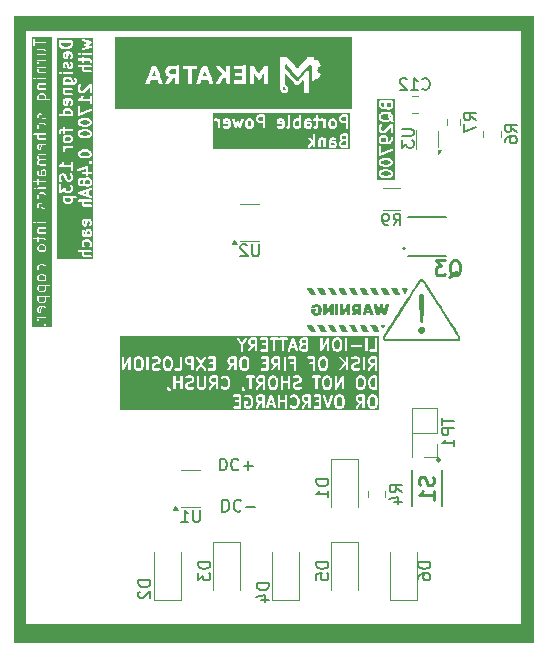
<source format=gbr>
%TF.GenerationSoftware,KiCad,Pcbnew,9.0.0*%
%TF.CreationDate,2026-01-14T01:15:15+05:30*%
%TF.ProjectId,PortablePower,506f7274-6162-46c6-9550-6f7765722e6b,rev?*%
%TF.SameCoordinates,Original*%
%TF.FileFunction,Legend,Bot*%
%TF.FilePolarity,Positive*%
%FSLAX46Y46*%
G04 Gerber Fmt 4.6, Leading zero omitted, Abs format (unit mm)*
G04 Created by KiCad (PCBNEW 9.0.0) date 2026-01-14 01:15:15*
%MOMM*%
%LPD*%
G01*
G04 APERTURE LIST*
%ADD10C,0.200000*%
%ADD11C,0.100000*%
%ADD12C,0.187500*%
%ADD13C,0.254000*%
%ADD14C,0.150000*%
%ADD15C,0.000000*%
%ADD16C,0.120000*%
G04 APERTURE END LIST*
D10*
G36*
X142716327Y-113297023D02*
G01*
X142780506Y-113361202D01*
X142818421Y-113512861D01*
X142818421Y-113821575D01*
X142780505Y-113973235D01*
X142716329Y-114037413D01*
X142656719Y-114067219D01*
X142513457Y-114067219D01*
X142453847Y-114037414D01*
X142389670Y-113973236D01*
X142351755Y-113821575D01*
X142351755Y-113512862D01*
X142389670Y-113361202D01*
X142453849Y-113297023D01*
X142513457Y-113267219D01*
X142656719Y-113267219D01*
X142716327Y-113297023D01*
G37*
G36*
X145525851Y-113297023D02*
G01*
X145590030Y-113361202D01*
X145627945Y-113512861D01*
X145627945Y-113821575D01*
X145590029Y-113973235D01*
X145525853Y-114037413D01*
X145466243Y-114067219D01*
X145322981Y-114067219D01*
X145263371Y-114037414D01*
X145199194Y-113973236D01*
X145161279Y-113821575D01*
X145161279Y-113512862D01*
X145199194Y-113361202D01*
X145263373Y-113297023D01*
X145322981Y-113267219D01*
X145466243Y-113267219D01*
X145525851Y-113297023D01*
G37*
G36*
X136056516Y-113591028D02*
G01*
X135799171Y-113591028D01*
X135739561Y-113561223D01*
X135714893Y-113536554D01*
X135685088Y-113476944D01*
X135685088Y-113381302D01*
X135714893Y-113321692D01*
X135739561Y-113297023D01*
X135799171Y-113267219D01*
X136056516Y-113267219D01*
X136056516Y-113591028D01*
G37*
G36*
X139961278Y-113591028D02*
G01*
X139703933Y-113591028D01*
X139644323Y-113561223D01*
X139619655Y-113536554D01*
X139589850Y-113476944D01*
X139589850Y-113381302D01*
X139619655Y-113321692D01*
X139644323Y-113297023D01*
X139703933Y-113267219D01*
X139961278Y-113267219D01*
X139961278Y-113591028D01*
G37*
G36*
X144532707Y-113591028D02*
G01*
X144275362Y-113591028D01*
X144215752Y-113561223D01*
X144191084Y-113536554D01*
X144161279Y-113476944D01*
X144161279Y-113381302D01*
X144191084Y-113321692D01*
X144215752Y-113297023D01*
X144275362Y-113267219D01*
X144532707Y-113267219D01*
X144532707Y-113591028D01*
G37*
G36*
X136922536Y-113781504D02*
G01*
X136723831Y-113781504D01*
X136823183Y-113483446D01*
X136922536Y-113781504D01*
G37*
G36*
X137097279Y-111687079D02*
G01*
X137161458Y-111751258D01*
X137199373Y-111902917D01*
X137199373Y-112211631D01*
X137161457Y-112363291D01*
X137097281Y-112427469D01*
X137037671Y-112457275D01*
X136894409Y-112457275D01*
X136834799Y-112427470D01*
X136770622Y-112363292D01*
X136732707Y-112211631D01*
X136732707Y-111902918D01*
X136770622Y-111751258D01*
X136834801Y-111687079D01*
X136894409Y-111657275D01*
X137037671Y-111657275D01*
X137097279Y-111687079D01*
G37*
G36*
X141668708Y-111687079D02*
G01*
X141732887Y-111751258D01*
X141770802Y-111902917D01*
X141770802Y-112211631D01*
X141732886Y-112363291D01*
X141668710Y-112427469D01*
X141609100Y-112457275D01*
X141465838Y-112457275D01*
X141406228Y-112427470D01*
X141342051Y-112363292D01*
X141304136Y-112211631D01*
X141304136Y-111902918D01*
X141342051Y-111751258D01*
X141406230Y-111687079D01*
X141465838Y-111657275D01*
X141609100Y-111657275D01*
X141668708Y-111687079D01*
G37*
G36*
X144525851Y-111687079D02*
G01*
X144590030Y-111751258D01*
X144627945Y-111902917D01*
X144627945Y-112211631D01*
X144590029Y-112363291D01*
X144525853Y-112427469D01*
X144466243Y-112457275D01*
X144322981Y-112457275D01*
X144263371Y-112427470D01*
X144199194Y-112363292D01*
X144161279Y-112211631D01*
X144161279Y-111902918D01*
X144199194Y-111751258D01*
X144263373Y-111687079D01*
X144322981Y-111657275D01*
X144466243Y-111657275D01*
X144525851Y-111687079D01*
G37*
G36*
X145580326Y-112457275D02*
G01*
X145458457Y-112457275D01*
X145353392Y-112422253D01*
X145286322Y-112355183D01*
X145250868Y-112284274D01*
X145208898Y-112116393D01*
X145208898Y-111998156D01*
X145250868Y-111830274D01*
X145286321Y-111759368D01*
X145353393Y-111692296D01*
X145458457Y-111657275D01*
X145580326Y-111657275D01*
X145580326Y-112457275D01*
G37*
G36*
X132104135Y-111981084D02*
G01*
X131846790Y-111981084D01*
X131787180Y-111951279D01*
X131762512Y-111926610D01*
X131732707Y-111867000D01*
X131732707Y-111771358D01*
X131762512Y-111711748D01*
X131787180Y-111687079D01*
X131846790Y-111657275D01*
X132104135Y-111657275D01*
X132104135Y-111981084D01*
G37*
G36*
X136104135Y-111981084D02*
G01*
X135846790Y-111981084D01*
X135787180Y-111951279D01*
X135762512Y-111926610D01*
X135732707Y-111867000D01*
X135732707Y-111771358D01*
X135762512Y-111711748D01*
X135787180Y-111687079D01*
X135846790Y-111657275D01*
X136104135Y-111657275D01*
X136104135Y-111981084D01*
G37*
G36*
X125716327Y-110077135D02*
G01*
X125780506Y-110141314D01*
X125818421Y-110292973D01*
X125818421Y-110601687D01*
X125780505Y-110753347D01*
X125716329Y-110817525D01*
X125656719Y-110847331D01*
X125513457Y-110847331D01*
X125453847Y-110817526D01*
X125389670Y-110753348D01*
X125351755Y-110601687D01*
X125351755Y-110292974D01*
X125389670Y-110141314D01*
X125453849Y-110077135D01*
X125513457Y-110047331D01*
X125656719Y-110047331D01*
X125716327Y-110077135D01*
G37*
G36*
X128192517Y-110077135D02*
G01*
X128256696Y-110141314D01*
X128294611Y-110292973D01*
X128294611Y-110601687D01*
X128256695Y-110753347D01*
X128192519Y-110817525D01*
X128132909Y-110847331D01*
X127989647Y-110847331D01*
X127930037Y-110817526D01*
X127865860Y-110753348D01*
X127827945Y-110601687D01*
X127827945Y-110292974D01*
X127865860Y-110141314D01*
X127930039Y-110077135D01*
X127989647Y-110047331D01*
X128132909Y-110047331D01*
X128192517Y-110077135D01*
G37*
G36*
X134668708Y-110077135D02*
G01*
X134732887Y-110141314D01*
X134770802Y-110292973D01*
X134770802Y-110601687D01*
X134732886Y-110753347D01*
X134668710Y-110817525D01*
X134609100Y-110847331D01*
X134465838Y-110847331D01*
X134406228Y-110817526D01*
X134342051Y-110753348D01*
X134304136Y-110601687D01*
X134304136Y-110292974D01*
X134342051Y-110141314D01*
X134406230Y-110077135D01*
X134465838Y-110047331D01*
X134609100Y-110047331D01*
X134668708Y-110077135D01*
G37*
G36*
X141335375Y-110077135D02*
G01*
X141399554Y-110141314D01*
X141437469Y-110292973D01*
X141437469Y-110601687D01*
X141399553Y-110753347D01*
X141335377Y-110817525D01*
X141275767Y-110847331D01*
X141132505Y-110847331D01*
X141072895Y-110817526D01*
X141008718Y-110753348D01*
X140970803Y-110601687D01*
X140970803Y-110292974D01*
X141008718Y-110141314D01*
X141072897Y-110077135D01*
X141132505Y-110047331D01*
X141275767Y-110047331D01*
X141335375Y-110077135D01*
G37*
G36*
X133675564Y-110371140D02*
G01*
X133418219Y-110371140D01*
X133358609Y-110341335D01*
X133333941Y-110316666D01*
X133304136Y-110257056D01*
X133304136Y-110161414D01*
X133333941Y-110101804D01*
X133358609Y-110077135D01*
X133418219Y-110047331D01*
X133675564Y-110047331D01*
X133675564Y-110371140D01*
G37*
G36*
X137389850Y-110371140D02*
G01*
X137132505Y-110371140D01*
X137072895Y-110341335D01*
X137048227Y-110316666D01*
X137018422Y-110257056D01*
X137018422Y-110161414D01*
X137048227Y-110101804D01*
X137072895Y-110077135D01*
X137132505Y-110047331D01*
X137389850Y-110047331D01*
X137389850Y-110371140D01*
G37*
G36*
X145580326Y-110371140D02*
G01*
X145322981Y-110371140D01*
X145263371Y-110341335D01*
X145238703Y-110316666D01*
X145208898Y-110257056D01*
X145208898Y-110161414D01*
X145238703Y-110101804D01*
X145263371Y-110077135D01*
X145322981Y-110047331D01*
X145580326Y-110047331D01*
X145580326Y-110371140D01*
G37*
G36*
X130056516Y-110371140D02*
G01*
X129799171Y-110371140D01*
X129739561Y-110341335D01*
X129714893Y-110316666D01*
X129685088Y-110257056D01*
X129685088Y-110161414D01*
X129714893Y-110101804D01*
X129739561Y-110077135D01*
X129799171Y-110047331D01*
X130056516Y-110047331D01*
X130056516Y-110371140D01*
G37*
G36*
X139723184Y-109237387D02*
G01*
X139465839Y-109237387D01*
X139406229Y-109207582D01*
X139381562Y-109182914D01*
X139351756Y-109123302D01*
X139351756Y-109027660D01*
X139381561Y-108968050D01*
X139401012Y-108948598D01*
X139506077Y-108913577D01*
X139723184Y-108913577D01*
X139723184Y-109237387D01*
G37*
G36*
X139723184Y-108713577D02*
G01*
X139513458Y-108713577D01*
X139453848Y-108683772D01*
X139429180Y-108659103D01*
X139399375Y-108599493D01*
X139399375Y-108551470D01*
X139429180Y-108491860D01*
X139453848Y-108467191D01*
X139513458Y-108437387D01*
X139723184Y-108437387D01*
X139723184Y-108713577D01*
G37*
G36*
X142525852Y-108467191D02*
G01*
X142590031Y-108531370D01*
X142627946Y-108683029D01*
X142627946Y-108991743D01*
X142590030Y-109143403D01*
X142525854Y-109207581D01*
X142466244Y-109237387D01*
X142322982Y-109237387D01*
X142263372Y-109207582D01*
X142199195Y-109143404D01*
X142161280Y-108991743D01*
X142161280Y-108683030D01*
X142199195Y-108531370D01*
X142263374Y-108467191D01*
X142322982Y-108437387D01*
X142466244Y-108437387D01*
X142525852Y-108467191D01*
G37*
G36*
X135437469Y-108761196D02*
G01*
X135180124Y-108761196D01*
X135120514Y-108731391D01*
X135095846Y-108706722D01*
X135066041Y-108647112D01*
X135066041Y-108551470D01*
X135095846Y-108491860D01*
X135120514Y-108467191D01*
X135180124Y-108437387D01*
X135437469Y-108437387D01*
X135437469Y-108761196D01*
G37*
G36*
X138732061Y-108951672D02*
G01*
X138533356Y-108951672D01*
X138632708Y-108653614D01*
X138732061Y-108951672D01*
G37*
G36*
X145939056Y-114378330D02*
G01*
X124040644Y-114378330D01*
X124040644Y-113147710D01*
X133582247Y-113147710D01*
X133582247Y-113186728D01*
X133597179Y-113222776D01*
X133624769Y-113250366D01*
X133660817Y-113265298D01*
X133680326Y-113267219D01*
X134056516Y-113267219D01*
X134056516Y-113543409D01*
X133823183Y-113543409D01*
X133803674Y-113545330D01*
X133767626Y-113560262D01*
X133740036Y-113587852D01*
X133725104Y-113623900D01*
X133725104Y-113662918D01*
X133740036Y-113698966D01*
X133767626Y-113726556D01*
X133803674Y-113741488D01*
X133823183Y-113743409D01*
X134056516Y-113743409D01*
X134056516Y-114067219D01*
X133680326Y-114067219D01*
X133660817Y-114069140D01*
X133624769Y-114084072D01*
X133597179Y-114111662D01*
X133582247Y-114147710D01*
X133582247Y-114186728D01*
X133597179Y-114222776D01*
X133624769Y-114250366D01*
X133660817Y-114265298D01*
X133680326Y-114267219D01*
X134156516Y-114267219D01*
X134176025Y-114265298D01*
X134212073Y-114250366D01*
X134239663Y-114222776D01*
X134254595Y-114186728D01*
X134256516Y-114167219D01*
X134256516Y-113738647D01*
X134485088Y-113738647D01*
X134485088Y-114071980D01*
X134487009Y-114091489D01*
X134488493Y-114095071D01*
X134501940Y-114127537D01*
X134514377Y-114142690D01*
X134561995Y-114190310D01*
X134577149Y-114202747D01*
X134580468Y-114204122D01*
X134583184Y-114206477D01*
X134601084Y-114214468D01*
X134743941Y-114262087D01*
X134753613Y-114264286D01*
X134756055Y-114265298D01*
X134759592Y-114265646D01*
X134763056Y-114266434D01*
X134765690Y-114266246D01*
X134775564Y-114267219D01*
X134870802Y-114267219D01*
X134880675Y-114266246D01*
X134883309Y-114266434D01*
X134886772Y-114265646D01*
X134890311Y-114265298D01*
X134892753Y-114264286D01*
X134902425Y-114262087D01*
X135045281Y-114214468D01*
X135063182Y-114206477D01*
X135065897Y-114204122D01*
X135069217Y-114202747D01*
X135084370Y-114190310D01*
X135179608Y-114095071D01*
X135185900Y-114087404D01*
X135187897Y-114085673D01*
X135189790Y-114082665D01*
X135192045Y-114079918D01*
X135193056Y-114077476D01*
X135198340Y-114069082D01*
X135245959Y-113973845D01*
X135246505Y-113972416D01*
X135246935Y-113971837D01*
X135249856Y-113963660D01*
X135252965Y-113955536D01*
X135253016Y-113954815D01*
X135253530Y-113953377D01*
X135301149Y-113762901D01*
X135301649Y-113759519D01*
X135302214Y-113758156D01*
X135302937Y-113750805D01*
X135304017Y-113743508D01*
X135303799Y-113742049D01*
X135304135Y-113738647D01*
X135304135Y-113595790D01*
X135303799Y-113592387D01*
X135304017Y-113590929D01*
X135302937Y-113583631D01*
X135302214Y-113576281D01*
X135301649Y-113574917D01*
X135301149Y-113571536D01*
X135253530Y-113381060D01*
X135253016Y-113379621D01*
X135252965Y-113378901D01*
X135249856Y-113370776D01*
X135246935Y-113362600D01*
X135246505Y-113362020D01*
X135245959Y-113360592D01*
X135244510Y-113357695D01*
X135485088Y-113357695D01*
X135485088Y-113500552D01*
X135487009Y-113520061D01*
X135488384Y-113523381D01*
X135488639Y-113526965D01*
X135495645Y-113545273D01*
X135543264Y-113640511D01*
X135548549Y-113648907D01*
X135549560Y-113651347D01*
X135551813Y-113654093D01*
X135553707Y-113657101D01*
X135555701Y-113658830D01*
X135561996Y-113666501D01*
X135609615Y-113714119D01*
X135617281Y-113720411D01*
X135619014Y-113722409D01*
X135622022Y-113724302D01*
X135624768Y-113726556D01*
X135627208Y-113727566D01*
X135635605Y-113732852D01*
X135730842Y-113780471D01*
X135733132Y-113781347D01*
X135503165Y-114109873D01*
X135493551Y-114126957D01*
X135485111Y-114165051D01*
X135491892Y-114203476D01*
X135512861Y-114236381D01*
X135544826Y-114258756D01*
X135582920Y-114267196D01*
X135621345Y-114260415D01*
X135654250Y-114239446D01*
X135667011Y-114224565D01*
X135970486Y-113791028D01*
X136056516Y-113791028D01*
X136056516Y-114167219D01*
X136058437Y-114186728D01*
X136073369Y-114222776D01*
X136100959Y-114250366D01*
X136137007Y-114265298D01*
X136176025Y-114265298D01*
X136212073Y-114250366D01*
X136239663Y-114222776D01*
X136254595Y-114186728D01*
X136256516Y-114167219D01*
X136256516Y-114154712D01*
X136390635Y-114154712D01*
X136393401Y-114193632D01*
X136410851Y-114228531D01*
X136440327Y-114254096D01*
X136477343Y-114266434D01*
X136516263Y-114263668D01*
X136551162Y-114246218D01*
X136576727Y-114216742D01*
X136584718Y-114198842D01*
X136657164Y-113981504D01*
X136989202Y-113981504D01*
X137061648Y-114198841D01*
X137069639Y-114216742D01*
X137095204Y-114246218D01*
X137130103Y-114263667D01*
X137169023Y-114266434D01*
X137206039Y-114254095D01*
X137235515Y-114228530D01*
X137252965Y-114193631D01*
X137255731Y-114154711D01*
X137251384Y-114135596D01*
X136928592Y-113167219D01*
X137389850Y-113167219D01*
X137389850Y-114167219D01*
X137391771Y-114186728D01*
X137406703Y-114222776D01*
X137434293Y-114250366D01*
X137470341Y-114265298D01*
X137509359Y-114265298D01*
X137545407Y-114250366D01*
X137572997Y-114222776D01*
X137587929Y-114186728D01*
X137589850Y-114167219D01*
X137589850Y-113743409D01*
X137961278Y-113743409D01*
X137961278Y-114167219D01*
X137963199Y-114186728D01*
X137978131Y-114222776D01*
X138005721Y-114250366D01*
X138041769Y-114265298D01*
X138080787Y-114265298D01*
X138116835Y-114250366D01*
X138144425Y-114222776D01*
X138159357Y-114186728D01*
X138161278Y-114167219D01*
X138161278Y-113242948D01*
X138391771Y-113242948D01*
X138391771Y-113281966D01*
X138406703Y-113318014D01*
X138434293Y-113345604D01*
X138470341Y-113360536D01*
X138509359Y-113360536D01*
X138545407Y-113345604D01*
X138560561Y-113333168D01*
X138591487Y-113302240D01*
X138696552Y-113267219D01*
X138759337Y-113267219D01*
X138864401Y-113302240D01*
X138931474Y-113369313D01*
X138966926Y-113440218D01*
X139008897Y-113608099D01*
X139008897Y-113726337D01*
X138966926Y-113894218D01*
X138931473Y-113965124D01*
X138864402Y-114032197D01*
X138759337Y-114067219D01*
X138696552Y-114067219D01*
X138591487Y-114032197D01*
X138560561Y-114001270D01*
X138545408Y-113988833D01*
X138509360Y-113973902D01*
X138470342Y-113973901D01*
X138434293Y-113988832D01*
X138406703Y-114016422D01*
X138391772Y-114052470D01*
X138391771Y-114091488D01*
X138406702Y-114127537D01*
X138419139Y-114142690D01*
X138466757Y-114190310D01*
X138481911Y-114202747D01*
X138485230Y-114204122D01*
X138487946Y-114206477D01*
X138505846Y-114214468D01*
X138648703Y-114262087D01*
X138658375Y-114264286D01*
X138660817Y-114265298D01*
X138664354Y-114265646D01*
X138667818Y-114266434D01*
X138670452Y-114266246D01*
X138680326Y-114267219D01*
X138775564Y-114267219D01*
X138785437Y-114266246D01*
X138788071Y-114266434D01*
X138791534Y-114265646D01*
X138795073Y-114265298D01*
X138797515Y-114264286D01*
X138807187Y-114262087D01*
X138950043Y-114214468D01*
X138967944Y-114206477D01*
X138970659Y-114204122D01*
X138973979Y-114202747D01*
X138989132Y-114190310D01*
X139084370Y-114095071D01*
X139090662Y-114087404D01*
X139092659Y-114085673D01*
X139094552Y-114082665D01*
X139096807Y-114079918D01*
X139097818Y-114077476D01*
X139103102Y-114069082D01*
X139150721Y-113973845D01*
X139151267Y-113972416D01*
X139151697Y-113971837D01*
X139154618Y-113963660D01*
X139157727Y-113955536D01*
X139157778Y-113954815D01*
X139158292Y-113953377D01*
X139205911Y-113762901D01*
X139206411Y-113759519D01*
X139206976Y-113758156D01*
X139207699Y-113750805D01*
X139208779Y-113743508D01*
X139208561Y-113742049D01*
X139208897Y-113738647D01*
X139208897Y-113595790D01*
X139208561Y-113592387D01*
X139208779Y-113590929D01*
X139207699Y-113583631D01*
X139206976Y-113576281D01*
X139206411Y-113574917D01*
X139205911Y-113571536D01*
X139158292Y-113381060D01*
X139157778Y-113379621D01*
X139157727Y-113378901D01*
X139154618Y-113370776D01*
X139151697Y-113362600D01*
X139151267Y-113362020D01*
X139150721Y-113360592D01*
X139149272Y-113357695D01*
X139389850Y-113357695D01*
X139389850Y-113500552D01*
X139391771Y-113520061D01*
X139393146Y-113523381D01*
X139393401Y-113526965D01*
X139400407Y-113545273D01*
X139448026Y-113640511D01*
X139453311Y-113648907D01*
X139454322Y-113651347D01*
X139456575Y-113654093D01*
X139458469Y-113657101D01*
X139460463Y-113658830D01*
X139466758Y-113666501D01*
X139514377Y-113714119D01*
X139522043Y-113720411D01*
X139523776Y-113722409D01*
X139526784Y-113724302D01*
X139529530Y-113726556D01*
X139531970Y-113727566D01*
X139540367Y-113732852D01*
X139635604Y-113780471D01*
X139637894Y-113781347D01*
X139407927Y-114109873D01*
X139398313Y-114126957D01*
X139389873Y-114165051D01*
X139396654Y-114203476D01*
X139417623Y-114236381D01*
X139449588Y-114258756D01*
X139487682Y-114267196D01*
X139526107Y-114260415D01*
X139559012Y-114239446D01*
X139571773Y-114224565D01*
X139875248Y-113791028D01*
X139961278Y-113791028D01*
X139961278Y-114167219D01*
X139963199Y-114186728D01*
X139978131Y-114222776D01*
X140005721Y-114250366D01*
X140041769Y-114265298D01*
X140080787Y-114265298D01*
X140116835Y-114250366D01*
X140144425Y-114222776D01*
X140159357Y-114186728D01*
X140161278Y-114167219D01*
X140161278Y-113167219D01*
X140159357Y-113147710D01*
X140391771Y-113147710D01*
X140391771Y-113186728D01*
X140406703Y-113222776D01*
X140434293Y-113250366D01*
X140470341Y-113265298D01*
X140489850Y-113267219D01*
X140866040Y-113267219D01*
X140866040Y-113543409D01*
X140632707Y-113543409D01*
X140613198Y-113545330D01*
X140577150Y-113560262D01*
X140549560Y-113587852D01*
X140534628Y-113623900D01*
X140534628Y-113662918D01*
X140549560Y-113698966D01*
X140577150Y-113726556D01*
X140613198Y-113741488D01*
X140632707Y-113743409D01*
X140866040Y-113743409D01*
X140866040Y-114067219D01*
X140489850Y-114067219D01*
X140470341Y-114069140D01*
X140434293Y-114084072D01*
X140406703Y-114111662D01*
X140391771Y-114147710D01*
X140391771Y-114186728D01*
X140406703Y-114222776D01*
X140434293Y-114250366D01*
X140470341Y-114265298D01*
X140489850Y-114267219D01*
X140966040Y-114267219D01*
X140985549Y-114265298D01*
X141021597Y-114250366D01*
X141049187Y-114222776D01*
X141064119Y-114186728D01*
X141066040Y-114167219D01*
X141066040Y-113179726D01*
X141200159Y-113179726D01*
X141204506Y-113198842D01*
X141537839Y-114198841D01*
X141545830Y-114216742D01*
X141550513Y-114222141D01*
X141553708Y-114228531D01*
X141563179Y-114236746D01*
X141571395Y-114246218D01*
X141577783Y-114249412D01*
X141583184Y-114254096D01*
X141595085Y-114258063D01*
X141606294Y-114263667D01*
X141613418Y-114264173D01*
X141620200Y-114266434D01*
X141632709Y-114265544D01*
X141645214Y-114266434D01*
X141651992Y-114264174D01*
X141659120Y-114263668D01*
X141670336Y-114258059D01*
X141682230Y-114254095D01*
X141687627Y-114249414D01*
X141694019Y-114246218D01*
X141702237Y-114236742D01*
X141711706Y-114228530D01*
X141714899Y-114222143D01*
X141719584Y-114216742D01*
X141727575Y-114198842D01*
X141960338Y-113500552D01*
X142151755Y-113500552D01*
X142151755Y-113833885D01*
X142152090Y-113837287D01*
X142151873Y-113838746D01*
X142152952Y-113846043D01*
X142153676Y-113853394D01*
X142154240Y-113854757D01*
X142154741Y-113858139D01*
X142202360Y-114048614D01*
X142208955Y-114067075D01*
X142213380Y-114073047D01*
X142216226Y-114079918D01*
X142228663Y-114095071D01*
X142323901Y-114190311D01*
X142331569Y-114196604D01*
X142333300Y-114198600D01*
X142336307Y-114200493D01*
X142339054Y-114202747D01*
X142341494Y-114203757D01*
X142349891Y-114209043D01*
X142445128Y-114256662D01*
X142463437Y-114263668D01*
X142467020Y-114263922D01*
X142470341Y-114265298D01*
X142489850Y-114267219D01*
X142680326Y-114267219D01*
X142699835Y-114265298D01*
X142703155Y-114263922D01*
X142706739Y-114263668D01*
X142725047Y-114256662D01*
X142820285Y-114209043D01*
X142828680Y-114203758D01*
X142831122Y-114202747D01*
X142833869Y-114200491D01*
X142836875Y-114198600D01*
X142838605Y-114196605D01*
X142846275Y-114190310D01*
X142941513Y-114095071D01*
X142953950Y-114079918D01*
X142956795Y-114073047D01*
X142961221Y-114067075D01*
X142967816Y-114048615D01*
X143015435Y-113858139D01*
X143015935Y-113854757D01*
X143016500Y-113853394D01*
X143017223Y-113846043D01*
X143018303Y-113838746D01*
X143018085Y-113837287D01*
X143018421Y-113833885D01*
X143018421Y-113500552D01*
X143018085Y-113497149D01*
X143018303Y-113495691D01*
X143017223Y-113488393D01*
X143016500Y-113481043D01*
X143015935Y-113479679D01*
X143015435Y-113476298D01*
X142985784Y-113357695D01*
X143961279Y-113357695D01*
X143961279Y-113500552D01*
X143963200Y-113520061D01*
X143964575Y-113523381D01*
X143964830Y-113526965D01*
X143971836Y-113545273D01*
X144019455Y-113640511D01*
X144024740Y-113648907D01*
X144025751Y-113651347D01*
X144028004Y-113654093D01*
X144029898Y-113657101D01*
X144031892Y-113658830D01*
X144038187Y-113666501D01*
X144085806Y-113714119D01*
X144093472Y-113720411D01*
X144095205Y-113722409D01*
X144098213Y-113724302D01*
X144100959Y-113726556D01*
X144103399Y-113727566D01*
X144111796Y-113732852D01*
X144207033Y-113780471D01*
X144209323Y-113781347D01*
X143979356Y-114109873D01*
X143969742Y-114126957D01*
X143961302Y-114165051D01*
X143968083Y-114203476D01*
X143989052Y-114236381D01*
X144021017Y-114258756D01*
X144059111Y-114267196D01*
X144097536Y-114260415D01*
X144130441Y-114239446D01*
X144143202Y-114224565D01*
X144446677Y-113791028D01*
X144532707Y-113791028D01*
X144532707Y-114167219D01*
X144534628Y-114186728D01*
X144549560Y-114222776D01*
X144577150Y-114250366D01*
X144613198Y-114265298D01*
X144652216Y-114265298D01*
X144688264Y-114250366D01*
X144715854Y-114222776D01*
X144730786Y-114186728D01*
X144732707Y-114167219D01*
X144732707Y-113500552D01*
X144961279Y-113500552D01*
X144961279Y-113833885D01*
X144961614Y-113837287D01*
X144961397Y-113838746D01*
X144962476Y-113846043D01*
X144963200Y-113853394D01*
X144963764Y-113854757D01*
X144964265Y-113858139D01*
X145011884Y-114048614D01*
X145018479Y-114067075D01*
X145022904Y-114073047D01*
X145025750Y-114079918D01*
X145038187Y-114095071D01*
X145133425Y-114190311D01*
X145141093Y-114196604D01*
X145142824Y-114198600D01*
X145145831Y-114200493D01*
X145148578Y-114202747D01*
X145151018Y-114203757D01*
X145159415Y-114209043D01*
X145254652Y-114256662D01*
X145272961Y-114263668D01*
X145276544Y-114263922D01*
X145279865Y-114265298D01*
X145299374Y-114267219D01*
X145489850Y-114267219D01*
X145509359Y-114265298D01*
X145512679Y-114263922D01*
X145516263Y-114263668D01*
X145534571Y-114256662D01*
X145629809Y-114209043D01*
X145638204Y-114203758D01*
X145640646Y-114202747D01*
X145643393Y-114200491D01*
X145646399Y-114198600D01*
X145648129Y-114196605D01*
X145655799Y-114190310D01*
X145751037Y-114095071D01*
X145763474Y-114079918D01*
X145766319Y-114073047D01*
X145770745Y-114067075D01*
X145777340Y-114048615D01*
X145824959Y-113858139D01*
X145825459Y-113854757D01*
X145826024Y-113853394D01*
X145826747Y-113846043D01*
X145827827Y-113838746D01*
X145827609Y-113837287D01*
X145827945Y-113833885D01*
X145827945Y-113500552D01*
X145827609Y-113497149D01*
X145827827Y-113495691D01*
X145826747Y-113488393D01*
X145826024Y-113481043D01*
X145825459Y-113479679D01*
X145824959Y-113476298D01*
X145777340Y-113285822D01*
X145770745Y-113267362D01*
X145766318Y-113261387D01*
X145763473Y-113254519D01*
X145751037Y-113239365D01*
X145655799Y-113144127D01*
X145648128Y-113137832D01*
X145646399Y-113135838D01*
X145643391Y-113133944D01*
X145640645Y-113131691D01*
X145638205Y-113130680D01*
X145629809Y-113125395D01*
X145534571Y-113077776D01*
X145516263Y-113070770D01*
X145512679Y-113070515D01*
X145509359Y-113069140D01*
X145489850Y-113067219D01*
X145299374Y-113067219D01*
X145279865Y-113069140D01*
X145276544Y-113070515D01*
X145272961Y-113070770D01*
X145254652Y-113077776D01*
X145159415Y-113125395D01*
X145151016Y-113130681D01*
X145148579Y-113131691D01*
X145145835Y-113133942D01*
X145142824Y-113135838D01*
X145141091Y-113137835D01*
X145133425Y-113144127D01*
X145038187Y-113239365D01*
X145025751Y-113254519D01*
X145022905Y-113261387D01*
X145018479Y-113267362D01*
X145011884Y-113285823D01*
X144964265Y-113476298D01*
X144963764Y-113479679D01*
X144963200Y-113481043D01*
X144962476Y-113488393D01*
X144961397Y-113495691D01*
X144961614Y-113497149D01*
X144961279Y-113500552D01*
X144732707Y-113500552D01*
X144732707Y-113167219D01*
X144730786Y-113147710D01*
X144715854Y-113111662D01*
X144688264Y-113084072D01*
X144652216Y-113069140D01*
X144632707Y-113067219D01*
X144251755Y-113067219D01*
X144232246Y-113069140D01*
X144228925Y-113070515D01*
X144225342Y-113070770D01*
X144207033Y-113077776D01*
X144111796Y-113125395D01*
X144103399Y-113130680D01*
X144100959Y-113131691D01*
X144098213Y-113133944D01*
X144095205Y-113135838D01*
X144093472Y-113137835D01*
X144085806Y-113144128D01*
X144038187Y-113191746D01*
X144031892Y-113199416D01*
X144029898Y-113201146D01*
X144028004Y-113204153D01*
X144025751Y-113206900D01*
X144024740Y-113209339D01*
X144019455Y-113217736D01*
X143971836Y-113312974D01*
X143964830Y-113331282D01*
X143964575Y-113334865D01*
X143963200Y-113338186D01*
X143961279Y-113357695D01*
X142985784Y-113357695D01*
X142967816Y-113285822D01*
X142961221Y-113267362D01*
X142956794Y-113261387D01*
X142953949Y-113254519D01*
X142941513Y-113239365D01*
X142846275Y-113144127D01*
X142838604Y-113137832D01*
X142836875Y-113135838D01*
X142833867Y-113133944D01*
X142831121Y-113131691D01*
X142828681Y-113130680D01*
X142820285Y-113125395D01*
X142725047Y-113077776D01*
X142706739Y-113070770D01*
X142703155Y-113070515D01*
X142699835Y-113069140D01*
X142680326Y-113067219D01*
X142489850Y-113067219D01*
X142470341Y-113069140D01*
X142467020Y-113070515D01*
X142463437Y-113070770D01*
X142445128Y-113077776D01*
X142349891Y-113125395D01*
X142341492Y-113130681D01*
X142339055Y-113131691D01*
X142336311Y-113133942D01*
X142333300Y-113135838D01*
X142331567Y-113137835D01*
X142323901Y-113144127D01*
X142228663Y-113239365D01*
X142216227Y-113254519D01*
X142213381Y-113261387D01*
X142208955Y-113267362D01*
X142202360Y-113285823D01*
X142154741Y-113476298D01*
X142154240Y-113479679D01*
X142153676Y-113481043D01*
X142152952Y-113488393D01*
X142151873Y-113495691D01*
X142152090Y-113497149D01*
X142151755Y-113500552D01*
X141960338Y-113500552D01*
X142060908Y-113198842D01*
X142065255Y-113179727D01*
X142062489Y-113140807D01*
X142045039Y-113105908D01*
X142015563Y-113080343D01*
X141978547Y-113068004D01*
X141939627Y-113070771D01*
X141904728Y-113088220D01*
X141879163Y-113117696D01*
X141871172Y-113135597D01*
X141632707Y-113850991D01*
X141394242Y-113135596D01*
X141386251Y-113117696D01*
X141360686Y-113088220D01*
X141325787Y-113070770D01*
X141286867Y-113068004D01*
X141249851Y-113080342D01*
X141220375Y-113105907D01*
X141202925Y-113140806D01*
X141200159Y-113179726D01*
X141066040Y-113179726D01*
X141066040Y-113167219D01*
X141064119Y-113147710D01*
X141049187Y-113111662D01*
X141021597Y-113084072D01*
X140985549Y-113069140D01*
X140966040Y-113067219D01*
X140489850Y-113067219D01*
X140470341Y-113069140D01*
X140434293Y-113084072D01*
X140406703Y-113111662D01*
X140391771Y-113147710D01*
X140159357Y-113147710D01*
X140144425Y-113111662D01*
X140116835Y-113084072D01*
X140080787Y-113069140D01*
X140061278Y-113067219D01*
X139680326Y-113067219D01*
X139660817Y-113069140D01*
X139657496Y-113070515D01*
X139653913Y-113070770D01*
X139635604Y-113077776D01*
X139540367Y-113125395D01*
X139531970Y-113130680D01*
X139529530Y-113131691D01*
X139526784Y-113133944D01*
X139523776Y-113135838D01*
X139522043Y-113137835D01*
X139514377Y-113144128D01*
X139466758Y-113191746D01*
X139460463Y-113199416D01*
X139458469Y-113201146D01*
X139456575Y-113204153D01*
X139454322Y-113206900D01*
X139453311Y-113209339D01*
X139448026Y-113217736D01*
X139400407Y-113312974D01*
X139393401Y-113331282D01*
X139393146Y-113334865D01*
X139391771Y-113338186D01*
X139389850Y-113357695D01*
X139149272Y-113357695D01*
X139103102Y-113265355D01*
X139097815Y-113256956D01*
X139096806Y-113254519D01*
X139094554Y-113251775D01*
X139092659Y-113248764D01*
X139090661Y-113247031D01*
X139084370Y-113239365D01*
X138989132Y-113144127D01*
X138973978Y-113131691D01*
X138970659Y-113130316D01*
X138967944Y-113127961D01*
X138950043Y-113119970D01*
X138807187Y-113072351D01*
X138797515Y-113070151D01*
X138795073Y-113069140D01*
X138791534Y-113068791D01*
X138788071Y-113068004D01*
X138785437Y-113068191D01*
X138775564Y-113067219D01*
X138680326Y-113067219D01*
X138670452Y-113068191D01*
X138667818Y-113068004D01*
X138664354Y-113068791D01*
X138660817Y-113069140D01*
X138658375Y-113070151D01*
X138648703Y-113072351D01*
X138505846Y-113119970D01*
X138487946Y-113127961D01*
X138485230Y-113130316D01*
X138481911Y-113131691D01*
X138466758Y-113144128D01*
X138419139Y-113191746D01*
X138406703Y-113206900D01*
X138391771Y-113242948D01*
X138161278Y-113242948D01*
X138161278Y-113167219D01*
X138159357Y-113147710D01*
X138144425Y-113111662D01*
X138116835Y-113084072D01*
X138080787Y-113069140D01*
X138041769Y-113069140D01*
X138005721Y-113084072D01*
X137978131Y-113111662D01*
X137963199Y-113147710D01*
X137961278Y-113167219D01*
X137961278Y-113543409D01*
X137589850Y-113543409D01*
X137589850Y-113167219D01*
X137587929Y-113147710D01*
X137572997Y-113111662D01*
X137545407Y-113084072D01*
X137509359Y-113069140D01*
X137470341Y-113069140D01*
X137434293Y-113084072D01*
X137406703Y-113111662D01*
X137391771Y-113147710D01*
X137389850Y-113167219D01*
X136928592Y-113167219D01*
X136918051Y-113135596D01*
X136910060Y-113117696D01*
X136905375Y-113112294D01*
X136902182Y-113105908D01*
X136892713Y-113097695D01*
X136884495Y-113088220D01*
X136878103Y-113085023D01*
X136872706Y-113080343D01*
X136860812Y-113076378D01*
X136849596Y-113070770D01*
X136842468Y-113070263D01*
X136835690Y-113068004D01*
X136823185Y-113068893D01*
X136810676Y-113068004D01*
X136803894Y-113070264D01*
X136796770Y-113070771D01*
X136785561Y-113076374D01*
X136773660Y-113080342D01*
X136768259Y-113085025D01*
X136761871Y-113088220D01*
X136753655Y-113097691D01*
X136744184Y-113105907D01*
X136740989Y-113112296D01*
X136736306Y-113117696D01*
X136728315Y-113135597D01*
X136394982Y-114135596D01*
X136390635Y-114154712D01*
X136256516Y-114154712D01*
X136256516Y-113167219D01*
X136254595Y-113147710D01*
X136239663Y-113111662D01*
X136212073Y-113084072D01*
X136176025Y-113069140D01*
X136156516Y-113067219D01*
X135775564Y-113067219D01*
X135756055Y-113069140D01*
X135752734Y-113070515D01*
X135749151Y-113070770D01*
X135730842Y-113077776D01*
X135635605Y-113125395D01*
X135627208Y-113130680D01*
X135624768Y-113131691D01*
X135622022Y-113133944D01*
X135619014Y-113135838D01*
X135617281Y-113137835D01*
X135609615Y-113144128D01*
X135561996Y-113191746D01*
X135555701Y-113199416D01*
X135553707Y-113201146D01*
X135551813Y-113204153D01*
X135549560Y-113206900D01*
X135548549Y-113209339D01*
X135543264Y-113217736D01*
X135495645Y-113312974D01*
X135488639Y-113331282D01*
X135488384Y-113334865D01*
X135487009Y-113338186D01*
X135485088Y-113357695D01*
X135244510Y-113357695D01*
X135198340Y-113265355D01*
X135193053Y-113256956D01*
X135192044Y-113254519D01*
X135189792Y-113251775D01*
X135187897Y-113248764D01*
X135185899Y-113247031D01*
X135179608Y-113239365D01*
X135084370Y-113144127D01*
X135069216Y-113131691D01*
X135065897Y-113130316D01*
X135063182Y-113127961D01*
X135045281Y-113119970D01*
X134902425Y-113072351D01*
X134892753Y-113070151D01*
X134890311Y-113069140D01*
X134886772Y-113068791D01*
X134883309Y-113068004D01*
X134880675Y-113068191D01*
X134870802Y-113067219D01*
X134727945Y-113067219D01*
X134708436Y-113069140D01*
X134705115Y-113070515D01*
X134701532Y-113070770D01*
X134683223Y-113077776D01*
X134587986Y-113125395D01*
X134571395Y-113135838D01*
X134545831Y-113165315D01*
X134533492Y-113202331D01*
X134536258Y-113241251D01*
X134553707Y-113276150D01*
X134583184Y-113301714D01*
X134620200Y-113314053D01*
X134659120Y-113311287D01*
X134677428Y-113304281D01*
X134751552Y-113267219D01*
X134854575Y-113267219D01*
X134959639Y-113302240D01*
X135026712Y-113369313D01*
X135062164Y-113440218D01*
X135104135Y-113608099D01*
X135104135Y-113726337D01*
X135062164Y-113894218D01*
X135026711Y-113965124D01*
X134959640Y-114032197D01*
X134854575Y-114067219D01*
X134791790Y-114067219D01*
X134686725Y-114032197D01*
X134685088Y-114030559D01*
X134685088Y-113838647D01*
X134775564Y-113838647D01*
X134795073Y-113836726D01*
X134831121Y-113821794D01*
X134858711Y-113794204D01*
X134873643Y-113758156D01*
X134873643Y-113719138D01*
X134858711Y-113683090D01*
X134831121Y-113655500D01*
X134795073Y-113640568D01*
X134775564Y-113638647D01*
X134585088Y-113638647D01*
X134565579Y-113640568D01*
X134529531Y-113655500D01*
X134501941Y-113683090D01*
X134487009Y-113719138D01*
X134485088Y-113738647D01*
X134256516Y-113738647D01*
X134256516Y-113167219D01*
X134254595Y-113147710D01*
X134239663Y-113111662D01*
X134212073Y-113084072D01*
X134176025Y-113069140D01*
X134156516Y-113067219D01*
X133680326Y-113067219D01*
X133660817Y-113069140D01*
X133624769Y-113084072D01*
X133597179Y-113111662D01*
X133582247Y-113147710D01*
X124040644Y-113147710D01*
X124040644Y-112509656D01*
X128008897Y-112509656D01*
X128008897Y-112557275D01*
X128010818Y-112576784D01*
X128012193Y-112580104D01*
X128012448Y-112583688D01*
X128019454Y-112601996D01*
X128067073Y-112697234D01*
X128072358Y-112705630D01*
X128073369Y-112708070D01*
X128075622Y-112710816D01*
X128077516Y-112713824D01*
X128079510Y-112715553D01*
X128085805Y-112723224D01*
X128133424Y-112770842D01*
X128148577Y-112783279D01*
X128184626Y-112798210D01*
X128223644Y-112798210D01*
X128259692Y-112783279D01*
X128287282Y-112755689D01*
X128302213Y-112719641D01*
X128302213Y-112680623D01*
X128287282Y-112644574D01*
X128274845Y-112629421D01*
X128238702Y-112593277D01*
X128208897Y-112533667D01*
X128208897Y-112509656D01*
X128206976Y-112490147D01*
X128192044Y-112454099D01*
X128164454Y-112426509D01*
X128128406Y-112411577D01*
X128089388Y-112411577D01*
X128053340Y-112426509D01*
X128025750Y-112454099D01*
X128010818Y-112490147D01*
X128008897Y-112509656D01*
X124040644Y-112509656D01*
X124040644Y-111557275D01*
X128532707Y-111557275D01*
X128532707Y-112557275D01*
X128534628Y-112576784D01*
X128549560Y-112612832D01*
X128577150Y-112640422D01*
X128613198Y-112655354D01*
X128652216Y-112655354D01*
X128688264Y-112640422D01*
X128715854Y-112612832D01*
X128730786Y-112576784D01*
X128732707Y-112557275D01*
X128732707Y-112133465D01*
X129104135Y-112133465D01*
X129104135Y-112557275D01*
X129106056Y-112576784D01*
X129120988Y-112612832D01*
X129148578Y-112640422D01*
X129184626Y-112655354D01*
X129223644Y-112655354D01*
X129259692Y-112640422D01*
X129287282Y-112612832D01*
X129302214Y-112576784D01*
X129304135Y-112557275D01*
X129304135Y-112271560D01*
X129532707Y-112271560D01*
X129532707Y-112366798D01*
X129534628Y-112386307D01*
X129536003Y-112389627D01*
X129536258Y-112393211D01*
X129543264Y-112411519D01*
X129590883Y-112506757D01*
X129596166Y-112515149D01*
X129597178Y-112517593D01*
X129599434Y-112520342D01*
X129601326Y-112523347D01*
X129603320Y-112525076D01*
X129609615Y-112532746D01*
X129657233Y-112580366D01*
X129664901Y-112586659D01*
X129666633Y-112588656D01*
X129669641Y-112590549D01*
X129672387Y-112592803D01*
X129674827Y-112593813D01*
X129683224Y-112599099D01*
X129778461Y-112646718D01*
X129796770Y-112653724D01*
X129800353Y-112653978D01*
X129803674Y-112655354D01*
X129823183Y-112657275D01*
X130061278Y-112657275D01*
X130071151Y-112656302D01*
X130073785Y-112656490D01*
X130077248Y-112655702D01*
X130080787Y-112655354D01*
X130083229Y-112654342D01*
X130092901Y-112652143D01*
X130235757Y-112604524D01*
X130253658Y-112596533D01*
X130283134Y-112570968D01*
X130300583Y-112536069D01*
X130303350Y-112497149D01*
X130291011Y-112460133D01*
X130265446Y-112430657D01*
X130230547Y-112413207D01*
X130191627Y-112410441D01*
X130172512Y-112414788D01*
X130045051Y-112457275D01*
X129846790Y-112457275D01*
X129787180Y-112427470D01*
X129762513Y-112402802D01*
X129732707Y-112343190D01*
X129732707Y-112295167D01*
X129762512Y-112235557D01*
X129787180Y-112210888D01*
X129858087Y-112175435D01*
X130037912Y-112130479D01*
X130039349Y-112129965D01*
X130040072Y-112129914D01*
X130048196Y-112126805D01*
X130056373Y-112123884D01*
X130056953Y-112123453D01*
X130058380Y-112122908D01*
X130153618Y-112075289D01*
X130162014Y-112070003D01*
X130164454Y-112068993D01*
X130167200Y-112066739D01*
X130170208Y-112064846D01*
X130171937Y-112062851D01*
X130179608Y-112056557D01*
X130227226Y-112008938D01*
X130233518Y-112001271D01*
X130235516Y-111999539D01*
X130237409Y-111996530D01*
X130239663Y-111993785D01*
X130240673Y-111991344D01*
X130245959Y-111982948D01*
X130293578Y-111887711D01*
X130300584Y-111869402D01*
X130300838Y-111865818D01*
X130302214Y-111862498D01*
X130304135Y-111842989D01*
X130304135Y-111747751D01*
X130302214Y-111728242D01*
X130300838Y-111724921D01*
X130300584Y-111721338D01*
X130293578Y-111703029D01*
X130245959Y-111607792D01*
X130240673Y-111599395D01*
X130239663Y-111596955D01*
X130237409Y-111594209D01*
X130235516Y-111591201D01*
X130233518Y-111589468D01*
X130227226Y-111581802D01*
X130202700Y-111557275D01*
X130532707Y-111557275D01*
X130532707Y-112366798D01*
X130534628Y-112386307D01*
X130536003Y-112389627D01*
X130536258Y-112393211D01*
X130543264Y-112411519D01*
X130590883Y-112506757D01*
X130596166Y-112515149D01*
X130597178Y-112517593D01*
X130599434Y-112520342D01*
X130601326Y-112523347D01*
X130603320Y-112525076D01*
X130609615Y-112532746D01*
X130657233Y-112580366D01*
X130664901Y-112586659D01*
X130666633Y-112588656D01*
X130669641Y-112590549D01*
X130672387Y-112592803D01*
X130674827Y-112593813D01*
X130683224Y-112599099D01*
X130778461Y-112646718D01*
X130796770Y-112653724D01*
X130800353Y-112653978D01*
X130803674Y-112655354D01*
X130823183Y-112657275D01*
X131013659Y-112657275D01*
X131033168Y-112655354D01*
X131036488Y-112653978D01*
X131040072Y-112653724D01*
X131058380Y-112646718D01*
X131153618Y-112599099D01*
X131162013Y-112593814D01*
X131164455Y-112592803D01*
X131167202Y-112590547D01*
X131170208Y-112588656D01*
X131171938Y-112586661D01*
X131179608Y-112580366D01*
X131227227Y-112532746D01*
X131233519Y-112525079D01*
X131235516Y-112523348D01*
X131237409Y-112520340D01*
X131239664Y-112517593D01*
X131240675Y-112515151D01*
X131245959Y-112506757D01*
X131293578Y-112411520D01*
X131300584Y-112393211D01*
X131300838Y-112389627D01*
X131302214Y-112386307D01*
X131304135Y-112366798D01*
X131304135Y-111747751D01*
X131532707Y-111747751D01*
X131532707Y-111890608D01*
X131534628Y-111910117D01*
X131536003Y-111913437D01*
X131536258Y-111917021D01*
X131543264Y-111935329D01*
X131590883Y-112030567D01*
X131596168Y-112038963D01*
X131597179Y-112041403D01*
X131599432Y-112044149D01*
X131601326Y-112047157D01*
X131603320Y-112048886D01*
X131609615Y-112056557D01*
X131657234Y-112104175D01*
X131664900Y-112110467D01*
X131666633Y-112112465D01*
X131669641Y-112114358D01*
X131672387Y-112116612D01*
X131674827Y-112117622D01*
X131683224Y-112122908D01*
X131778461Y-112170527D01*
X131780751Y-112171403D01*
X131550784Y-112499929D01*
X131541170Y-112517013D01*
X131532730Y-112555107D01*
X131539511Y-112593532D01*
X131560480Y-112626437D01*
X131592445Y-112648812D01*
X131630539Y-112657252D01*
X131668964Y-112650471D01*
X131701869Y-112629502D01*
X131714630Y-112614621D01*
X132018105Y-112181084D01*
X132104135Y-112181084D01*
X132104135Y-112557275D01*
X132106056Y-112576784D01*
X132120988Y-112612832D01*
X132148578Y-112640422D01*
X132184626Y-112655354D01*
X132223644Y-112655354D01*
X132259692Y-112640422D01*
X132287282Y-112612832D01*
X132302214Y-112576784D01*
X132304135Y-112557275D01*
X132304135Y-111633004D01*
X132534628Y-111633004D01*
X132534628Y-111672022D01*
X132549560Y-111708070D01*
X132577150Y-111735660D01*
X132613198Y-111750592D01*
X132652216Y-111750592D01*
X132688264Y-111735660D01*
X132703418Y-111723224D01*
X132734344Y-111692296D01*
X132839409Y-111657275D01*
X132902194Y-111657275D01*
X133007258Y-111692296D01*
X133074331Y-111759369D01*
X133109783Y-111830274D01*
X133151754Y-111998155D01*
X133151754Y-112116393D01*
X133109783Y-112284274D01*
X133074330Y-112355180D01*
X133007259Y-112422253D01*
X132902194Y-112457275D01*
X132839409Y-112457275D01*
X132734344Y-112422253D01*
X132703418Y-112391326D01*
X132688265Y-112378889D01*
X132652217Y-112363958D01*
X132613199Y-112363957D01*
X132577150Y-112378888D01*
X132549560Y-112406478D01*
X132534629Y-112442526D01*
X132534628Y-112481544D01*
X132549559Y-112517593D01*
X132561996Y-112532746D01*
X132609614Y-112580366D01*
X132624768Y-112592803D01*
X132628087Y-112594178D01*
X132630803Y-112596533D01*
X132648703Y-112604524D01*
X132791560Y-112652143D01*
X132801232Y-112654342D01*
X132803674Y-112655354D01*
X132807211Y-112655702D01*
X132810675Y-112656490D01*
X132813309Y-112656302D01*
X132823183Y-112657275D01*
X132918421Y-112657275D01*
X132928294Y-112656302D01*
X132930928Y-112656490D01*
X132934391Y-112655702D01*
X132937930Y-112655354D01*
X132940372Y-112654342D01*
X132950044Y-112652143D01*
X133092900Y-112604524D01*
X133110801Y-112596533D01*
X133113516Y-112594178D01*
X133116836Y-112592803D01*
X133131989Y-112580366D01*
X133202698Y-112509656D01*
X134294611Y-112509656D01*
X134294611Y-112557275D01*
X134296532Y-112576784D01*
X134297907Y-112580104D01*
X134298162Y-112583688D01*
X134305168Y-112601996D01*
X134352787Y-112697234D01*
X134358072Y-112705630D01*
X134359083Y-112708070D01*
X134361336Y-112710816D01*
X134363230Y-112713824D01*
X134365224Y-112715553D01*
X134371519Y-112723224D01*
X134419138Y-112770842D01*
X134434291Y-112783279D01*
X134470340Y-112798210D01*
X134509358Y-112798210D01*
X134545406Y-112783279D01*
X134572996Y-112755689D01*
X134587927Y-112719641D01*
X134587927Y-112680623D01*
X134572996Y-112644574D01*
X134560559Y-112629421D01*
X134524416Y-112593277D01*
X134494611Y-112533667D01*
X134494611Y-112509656D01*
X134492690Y-112490147D01*
X134477758Y-112454099D01*
X134450168Y-112426509D01*
X134414120Y-112411577D01*
X134375102Y-112411577D01*
X134339054Y-112426509D01*
X134311464Y-112454099D01*
X134296532Y-112490147D01*
X134294611Y-112509656D01*
X133202698Y-112509656D01*
X133227227Y-112485127D01*
X133233519Y-112477460D01*
X133235516Y-112475729D01*
X133237409Y-112472721D01*
X133239664Y-112469974D01*
X133240675Y-112467532D01*
X133245959Y-112459138D01*
X133293578Y-112363901D01*
X133294124Y-112362472D01*
X133294554Y-112361893D01*
X133297475Y-112353716D01*
X133300584Y-112345592D01*
X133300635Y-112344871D01*
X133301149Y-112343433D01*
X133348768Y-112152957D01*
X133349268Y-112149575D01*
X133349833Y-112148212D01*
X133350556Y-112140861D01*
X133351636Y-112133564D01*
X133351418Y-112132105D01*
X133351754Y-112128703D01*
X133351754Y-111985846D01*
X133351418Y-111982443D01*
X133351636Y-111980985D01*
X133350556Y-111973687D01*
X133349833Y-111966337D01*
X133349268Y-111964973D01*
X133348768Y-111961592D01*
X133301149Y-111771116D01*
X133300635Y-111769677D01*
X133300584Y-111768957D01*
X133297475Y-111760832D01*
X133294554Y-111752656D01*
X133294124Y-111752076D01*
X133293578Y-111750648D01*
X133245959Y-111655411D01*
X133240672Y-111647012D01*
X133239663Y-111644575D01*
X133237411Y-111641831D01*
X133235516Y-111638820D01*
X133233518Y-111637087D01*
X133227227Y-111629421D01*
X133135572Y-111537766D01*
X134677485Y-111537766D01*
X134677485Y-111576784D01*
X134692417Y-111612832D01*
X134720007Y-111640422D01*
X134756055Y-111655354D01*
X134775564Y-111657275D01*
X134961278Y-111657275D01*
X134961278Y-112557275D01*
X134963199Y-112576784D01*
X134978131Y-112612832D01*
X135005721Y-112640422D01*
X135041769Y-112655354D01*
X135080787Y-112655354D01*
X135116835Y-112640422D01*
X135144425Y-112612832D01*
X135159357Y-112576784D01*
X135161278Y-112557275D01*
X135161278Y-111747751D01*
X135532707Y-111747751D01*
X135532707Y-111890608D01*
X135534628Y-111910117D01*
X135536003Y-111913437D01*
X135536258Y-111917021D01*
X135543264Y-111935329D01*
X135590883Y-112030567D01*
X135596168Y-112038963D01*
X135597179Y-112041403D01*
X135599432Y-112044149D01*
X135601326Y-112047157D01*
X135603320Y-112048886D01*
X135609615Y-112056557D01*
X135657234Y-112104175D01*
X135664900Y-112110467D01*
X135666633Y-112112465D01*
X135669641Y-112114358D01*
X135672387Y-112116612D01*
X135674827Y-112117622D01*
X135683224Y-112122908D01*
X135778461Y-112170527D01*
X135780751Y-112171403D01*
X135550784Y-112499929D01*
X135541170Y-112517013D01*
X135532730Y-112555107D01*
X135539511Y-112593532D01*
X135560480Y-112626437D01*
X135592445Y-112648812D01*
X135630539Y-112657252D01*
X135668964Y-112650471D01*
X135701869Y-112629502D01*
X135714630Y-112614621D01*
X136018105Y-112181084D01*
X136104135Y-112181084D01*
X136104135Y-112557275D01*
X136106056Y-112576784D01*
X136120988Y-112612832D01*
X136148578Y-112640422D01*
X136184626Y-112655354D01*
X136223644Y-112655354D01*
X136259692Y-112640422D01*
X136287282Y-112612832D01*
X136302214Y-112576784D01*
X136304135Y-112557275D01*
X136304135Y-111890608D01*
X136532707Y-111890608D01*
X136532707Y-112223941D01*
X136533042Y-112227343D01*
X136532825Y-112228802D01*
X136533904Y-112236099D01*
X136534628Y-112243450D01*
X136535192Y-112244813D01*
X136535693Y-112248195D01*
X136583312Y-112438670D01*
X136589907Y-112457131D01*
X136594332Y-112463103D01*
X136597178Y-112469974D01*
X136609615Y-112485127D01*
X136704853Y-112580367D01*
X136712521Y-112586660D01*
X136714252Y-112588656D01*
X136717259Y-112590549D01*
X136720006Y-112592803D01*
X136722446Y-112593813D01*
X136730843Y-112599099D01*
X136826080Y-112646718D01*
X136844389Y-112653724D01*
X136847972Y-112653978D01*
X136851293Y-112655354D01*
X136870802Y-112657275D01*
X137061278Y-112657275D01*
X137080787Y-112655354D01*
X137084107Y-112653978D01*
X137087691Y-112653724D01*
X137105999Y-112646718D01*
X137201237Y-112599099D01*
X137209632Y-112593814D01*
X137212074Y-112592803D01*
X137214821Y-112590547D01*
X137217827Y-112588656D01*
X137219557Y-112586661D01*
X137227227Y-112580366D01*
X137322465Y-112485127D01*
X137334902Y-112469974D01*
X137337747Y-112463103D01*
X137342173Y-112457131D01*
X137348768Y-112438671D01*
X137396387Y-112248195D01*
X137396887Y-112244813D01*
X137397452Y-112243450D01*
X137398175Y-112236099D01*
X137399255Y-112228802D01*
X137399037Y-112227343D01*
X137399373Y-112223941D01*
X137399373Y-111890608D01*
X137399037Y-111887205D01*
X137399255Y-111885747D01*
X137398175Y-111878449D01*
X137397452Y-111871099D01*
X137396887Y-111869735D01*
X137396387Y-111866354D01*
X137348768Y-111675878D01*
X137342173Y-111657418D01*
X137337746Y-111651443D01*
X137334901Y-111644575D01*
X137322465Y-111629421D01*
X137250319Y-111557275D01*
X137627945Y-111557275D01*
X137627945Y-112557275D01*
X137629866Y-112576784D01*
X137644798Y-112612832D01*
X137672388Y-112640422D01*
X137708436Y-112655354D01*
X137747454Y-112655354D01*
X137783502Y-112640422D01*
X137811092Y-112612832D01*
X137826024Y-112576784D01*
X137827945Y-112557275D01*
X137827945Y-112133465D01*
X138199373Y-112133465D01*
X138199373Y-112557275D01*
X138201294Y-112576784D01*
X138216226Y-112612832D01*
X138243816Y-112640422D01*
X138279864Y-112655354D01*
X138318882Y-112655354D01*
X138354930Y-112640422D01*
X138382520Y-112612832D01*
X138397452Y-112576784D01*
X138399373Y-112557275D01*
X138399373Y-112271560D01*
X138627945Y-112271560D01*
X138627945Y-112366798D01*
X138629866Y-112386307D01*
X138631241Y-112389627D01*
X138631496Y-112393211D01*
X138638502Y-112411519D01*
X138686121Y-112506757D01*
X138691404Y-112515149D01*
X138692416Y-112517593D01*
X138694672Y-112520342D01*
X138696564Y-112523347D01*
X138698558Y-112525076D01*
X138704853Y-112532746D01*
X138752471Y-112580366D01*
X138760139Y-112586659D01*
X138761871Y-112588656D01*
X138764879Y-112590549D01*
X138767625Y-112592803D01*
X138770065Y-112593813D01*
X138778462Y-112599099D01*
X138873699Y-112646718D01*
X138892008Y-112653724D01*
X138895591Y-112653978D01*
X138898912Y-112655354D01*
X138918421Y-112657275D01*
X139156516Y-112657275D01*
X139166389Y-112656302D01*
X139169023Y-112656490D01*
X139172486Y-112655702D01*
X139176025Y-112655354D01*
X139178467Y-112654342D01*
X139188139Y-112652143D01*
X139330995Y-112604524D01*
X139348896Y-112596533D01*
X139378372Y-112570968D01*
X139395821Y-112536069D01*
X139398588Y-112497149D01*
X139386249Y-112460133D01*
X139360684Y-112430657D01*
X139325785Y-112413207D01*
X139286865Y-112410441D01*
X139267750Y-112414788D01*
X139140289Y-112457275D01*
X138942028Y-112457275D01*
X138882418Y-112427470D01*
X138857751Y-112402802D01*
X138827945Y-112343190D01*
X138827945Y-112295167D01*
X138857750Y-112235557D01*
X138882418Y-112210888D01*
X138953325Y-112175435D01*
X139133150Y-112130479D01*
X139134587Y-112129965D01*
X139135310Y-112129914D01*
X139143434Y-112126805D01*
X139151611Y-112123884D01*
X139152191Y-112123453D01*
X139153618Y-112122908D01*
X139248856Y-112075289D01*
X139257252Y-112070003D01*
X139259692Y-112068993D01*
X139262438Y-112066739D01*
X139265446Y-112064846D01*
X139267175Y-112062851D01*
X139274846Y-112056557D01*
X139322464Y-112008938D01*
X139328756Y-112001271D01*
X139330754Y-111999539D01*
X139332647Y-111996530D01*
X139334901Y-111993785D01*
X139335911Y-111991344D01*
X139341197Y-111982948D01*
X139388816Y-111887711D01*
X139395822Y-111869402D01*
X139396076Y-111865818D01*
X139397452Y-111862498D01*
X139399373Y-111842989D01*
X139399373Y-111747751D01*
X139397452Y-111728242D01*
X139396076Y-111724921D01*
X139395822Y-111721338D01*
X139388816Y-111703029D01*
X139341197Y-111607792D01*
X139335911Y-111599395D01*
X139334901Y-111596955D01*
X139332647Y-111594209D01*
X139330754Y-111591201D01*
X139328756Y-111589468D01*
X139322464Y-111581802D01*
X139278429Y-111537766D01*
X140248914Y-111537766D01*
X140248914Y-111576784D01*
X140263846Y-111612832D01*
X140291436Y-111640422D01*
X140327484Y-111655354D01*
X140346993Y-111657275D01*
X140532707Y-111657275D01*
X140532707Y-112557275D01*
X140534628Y-112576784D01*
X140549560Y-112612832D01*
X140577150Y-112640422D01*
X140613198Y-112655354D01*
X140652216Y-112655354D01*
X140688264Y-112640422D01*
X140715854Y-112612832D01*
X140730786Y-112576784D01*
X140732707Y-112557275D01*
X140732707Y-111890608D01*
X141104136Y-111890608D01*
X141104136Y-112223941D01*
X141104471Y-112227343D01*
X141104254Y-112228802D01*
X141105333Y-112236099D01*
X141106057Y-112243450D01*
X141106621Y-112244813D01*
X141107122Y-112248195D01*
X141154741Y-112438670D01*
X141161336Y-112457131D01*
X141165761Y-112463103D01*
X141168607Y-112469974D01*
X141181044Y-112485127D01*
X141276282Y-112580367D01*
X141283950Y-112586660D01*
X141285681Y-112588656D01*
X141288688Y-112590549D01*
X141291435Y-112592803D01*
X141293875Y-112593813D01*
X141302272Y-112599099D01*
X141397509Y-112646718D01*
X141415818Y-112653724D01*
X141419401Y-112653978D01*
X141422722Y-112655354D01*
X141442231Y-112657275D01*
X141632707Y-112657275D01*
X141652216Y-112655354D01*
X141655536Y-112653978D01*
X141659120Y-112653724D01*
X141677428Y-112646718D01*
X141772666Y-112599099D01*
X141781061Y-112593814D01*
X141783503Y-112592803D01*
X141786250Y-112590547D01*
X141789256Y-112588656D01*
X141790986Y-112586661D01*
X141798656Y-112580366D01*
X141893894Y-112485127D01*
X141906331Y-112469974D01*
X141909176Y-112463103D01*
X141913602Y-112457131D01*
X141920197Y-112438671D01*
X141967816Y-112248195D01*
X141968316Y-112244813D01*
X141968881Y-112243450D01*
X141969604Y-112236099D01*
X141970684Y-112228802D01*
X141970466Y-112227343D01*
X141970802Y-112223941D01*
X141970802Y-111890608D01*
X141970466Y-111887205D01*
X141970684Y-111885747D01*
X141969604Y-111878449D01*
X141968881Y-111871099D01*
X141968316Y-111869735D01*
X141967816Y-111866354D01*
X141920197Y-111675878D01*
X141913602Y-111657418D01*
X141909175Y-111651443D01*
X141906330Y-111644575D01*
X141893894Y-111629421D01*
X141821748Y-111557275D01*
X142199374Y-111557275D01*
X142199374Y-112557275D01*
X142199868Y-112562292D01*
X142199618Y-112564260D01*
X142200312Y-112566806D01*
X142201295Y-112576784D01*
X142206386Y-112589074D01*
X142209885Y-112601903D01*
X142213787Y-112606941D01*
X142216227Y-112612832D01*
X142225632Y-112622237D01*
X142233775Y-112632752D01*
X142239309Y-112635914D01*
X142243817Y-112640422D01*
X142256102Y-112645510D01*
X142267652Y-112652111D01*
X142273976Y-112652914D01*
X142279865Y-112655354D01*
X142293166Y-112655354D01*
X142306359Y-112657031D01*
X142312508Y-112655354D01*
X142318883Y-112655354D01*
X142331173Y-112650262D01*
X142344002Y-112646764D01*
X142349040Y-112642861D01*
X142354931Y-112640422D01*
X142364336Y-112631016D01*
X142374851Y-112622874D01*
X142380654Y-112614698D01*
X142382521Y-112612832D01*
X142383279Y-112610999D01*
X142386198Y-112606889D01*
X142770802Y-111933831D01*
X142770802Y-112557275D01*
X142772723Y-112576784D01*
X142787655Y-112612832D01*
X142815245Y-112640422D01*
X142851293Y-112655354D01*
X142890311Y-112655354D01*
X142926359Y-112640422D01*
X142953949Y-112612832D01*
X142968881Y-112576784D01*
X142970802Y-112557275D01*
X142970802Y-111890608D01*
X143961279Y-111890608D01*
X143961279Y-112223941D01*
X143961614Y-112227343D01*
X143961397Y-112228802D01*
X143962476Y-112236099D01*
X143963200Y-112243450D01*
X143963764Y-112244813D01*
X143964265Y-112248195D01*
X144011884Y-112438670D01*
X144018479Y-112457131D01*
X144022904Y-112463103D01*
X144025750Y-112469974D01*
X144038187Y-112485127D01*
X144133425Y-112580367D01*
X144141093Y-112586660D01*
X144142824Y-112588656D01*
X144145831Y-112590549D01*
X144148578Y-112592803D01*
X144151018Y-112593813D01*
X144159415Y-112599099D01*
X144254652Y-112646718D01*
X144272961Y-112653724D01*
X144276544Y-112653978D01*
X144279865Y-112655354D01*
X144299374Y-112657275D01*
X144489850Y-112657275D01*
X144509359Y-112655354D01*
X144512679Y-112653978D01*
X144516263Y-112653724D01*
X144534571Y-112646718D01*
X144629809Y-112599099D01*
X144638204Y-112593814D01*
X144640646Y-112592803D01*
X144643393Y-112590547D01*
X144646399Y-112588656D01*
X144648129Y-112586661D01*
X144655799Y-112580366D01*
X144751037Y-112485127D01*
X144763474Y-112469974D01*
X144766319Y-112463103D01*
X144770745Y-112457131D01*
X144777340Y-112438671D01*
X144824959Y-112248195D01*
X144825459Y-112244813D01*
X144826024Y-112243450D01*
X144826747Y-112236099D01*
X144827827Y-112228802D01*
X144827609Y-112227343D01*
X144827945Y-112223941D01*
X144827945Y-111985846D01*
X145008898Y-111985846D01*
X145008898Y-112128703D01*
X145009233Y-112132105D01*
X145009016Y-112133564D01*
X145010095Y-112140861D01*
X145010819Y-112148212D01*
X145011383Y-112149575D01*
X145011884Y-112152957D01*
X145059503Y-112343432D01*
X145060016Y-112344869D01*
X145060068Y-112345592D01*
X145063176Y-112353716D01*
X145066098Y-112361893D01*
X145066528Y-112362473D01*
X145067074Y-112363900D01*
X145114693Y-112459138D01*
X145119975Y-112467530D01*
X145120988Y-112469974D01*
X145123244Y-112472723D01*
X145125136Y-112475728D01*
X145127130Y-112477457D01*
X145133425Y-112485127D01*
X145228663Y-112580367D01*
X145243816Y-112592803D01*
X145247135Y-112594178D01*
X145249851Y-112596533D01*
X145267751Y-112604524D01*
X145410608Y-112652143D01*
X145420280Y-112654342D01*
X145422722Y-112655354D01*
X145426259Y-112655702D01*
X145429723Y-112656490D01*
X145432357Y-112656302D01*
X145442231Y-112657275D01*
X145680326Y-112657275D01*
X145699835Y-112655354D01*
X145735883Y-112640422D01*
X145763473Y-112612832D01*
X145778405Y-112576784D01*
X145780326Y-112557275D01*
X145780326Y-111557275D01*
X145778405Y-111537766D01*
X145763473Y-111501718D01*
X145735883Y-111474128D01*
X145699835Y-111459196D01*
X145680326Y-111457275D01*
X145442231Y-111457275D01*
X145432357Y-111458247D01*
X145429723Y-111458060D01*
X145426259Y-111458847D01*
X145422722Y-111459196D01*
X145420280Y-111460207D01*
X145410608Y-111462407D01*
X145267751Y-111510026D01*
X145249851Y-111518017D01*
X145247135Y-111520372D01*
X145243817Y-111521747D01*
X145228663Y-111534183D01*
X145133425Y-111629421D01*
X145127130Y-111637091D01*
X145125136Y-111638821D01*
X145123242Y-111641828D01*
X145120989Y-111644575D01*
X145119978Y-111647014D01*
X145114693Y-111655411D01*
X145067074Y-111750649D01*
X145066528Y-111752075D01*
X145066098Y-111752656D01*
X145063176Y-111760832D01*
X145060068Y-111768957D01*
X145060016Y-111769679D01*
X145059503Y-111771117D01*
X145011884Y-111961592D01*
X145011383Y-111964973D01*
X145010819Y-111966337D01*
X145010095Y-111973687D01*
X145009016Y-111980985D01*
X145009233Y-111982443D01*
X145008898Y-111985846D01*
X144827945Y-111985846D01*
X144827945Y-111890608D01*
X144827609Y-111887205D01*
X144827827Y-111885747D01*
X144826747Y-111878449D01*
X144826024Y-111871099D01*
X144825459Y-111869735D01*
X144824959Y-111866354D01*
X144777340Y-111675878D01*
X144770745Y-111657418D01*
X144766318Y-111651443D01*
X144763473Y-111644575D01*
X144751037Y-111629421D01*
X144655799Y-111534183D01*
X144648128Y-111527888D01*
X144646399Y-111525894D01*
X144643391Y-111524000D01*
X144640645Y-111521747D01*
X144638205Y-111520736D01*
X144629809Y-111515451D01*
X144534571Y-111467832D01*
X144516263Y-111460826D01*
X144512679Y-111460571D01*
X144509359Y-111459196D01*
X144489850Y-111457275D01*
X144299374Y-111457275D01*
X144279865Y-111459196D01*
X144276544Y-111460571D01*
X144272961Y-111460826D01*
X144254652Y-111467832D01*
X144159415Y-111515451D01*
X144151016Y-111520737D01*
X144148579Y-111521747D01*
X144145835Y-111523998D01*
X144142824Y-111525894D01*
X144141091Y-111527891D01*
X144133425Y-111534183D01*
X144038187Y-111629421D01*
X144025751Y-111644575D01*
X144022905Y-111651443D01*
X144018479Y-111657418D01*
X144011884Y-111675879D01*
X143964265Y-111866354D01*
X143963764Y-111869735D01*
X143963200Y-111871099D01*
X143962476Y-111878449D01*
X143961397Y-111885747D01*
X143961614Y-111887205D01*
X143961279Y-111890608D01*
X142970802Y-111890608D01*
X142970802Y-111557275D01*
X142970307Y-111552257D01*
X142970558Y-111550290D01*
X142969863Y-111547743D01*
X142968881Y-111537766D01*
X142963791Y-111525479D01*
X142960292Y-111512647D01*
X142956387Y-111507605D01*
X142953949Y-111501718D01*
X142944545Y-111492314D01*
X142936401Y-111481798D01*
X142930866Y-111478635D01*
X142926359Y-111474128D01*
X142914073Y-111469039D01*
X142902524Y-111462439D01*
X142896199Y-111461635D01*
X142890311Y-111459196D01*
X142877011Y-111459196D01*
X142863818Y-111457519D01*
X142857669Y-111459196D01*
X142851293Y-111459196D01*
X142839006Y-111464285D01*
X142826174Y-111467785D01*
X142821132Y-111471689D01*
X142815245Y-111474128D01*
X142805841Y-111483531D01*
X142795325Y-111491676D01*
X142789521Y-111499851D01*
X142787655Y-111501718D01*
X142786896Y-111503550D01*
X142783978Y-111507661D01*
X142399374Y-112180718D01*
X142399374Y-111557275D01*
X142397453Y-111537766D01*
X142382521Y-111501718D01*
X142354931Y-111474128D01*
X142318883Y-111459196D01*
X142279865Y-111459196D01*
X142243817Y-111474128D01*
X142216227Y-111501718D01*
X142201295Y-111537766D01*
X142199374Y-111557275D01*
X141821748Y-111557275D01*
X141798656Y-111534183D01*
X141790985Y-111527888D01*
X141789256Y-111525894D01*
X141786248Y-111524000D01*
X141783502Y-111521747D01*
X141781062Y-111520736D01*
X141772666Y-111515451D01*
X141677428Y-111467832D01*
X141659120Y-111460826D01*
X141655536Y-111460571D01*
X141652216Y-111459196D01*
X141632707Y-111457275D01*
X141442231Y-111457275D01*
X141422722Y-111459196D01*
X141419401Y-111460571D01*
X141415818Y-111460826D01*
X141397509Y-111467832D01*
X141302272Y-111515451D01*
X141293873Y-111520737D01*
X141291436Y-111521747D01*
X141288692Y-111523998D01*
X141285681Y-111525894D01*
X141283948Y-111527891D01*
X141276282Y-111534183D01*
X141181044Y-111629421D01*
X141168608Y-111644575D01*
X141165762Y-111651443D01*
X141161336Y-111657418D01*
X141154741Y-111675879D01*
X141107122Y-111866354D01*
X141106621Y-111869735D01*
X141106057Y-111871099D01*
X141105333Y-111878449D01*
X141104254Y-111885747D01*
X141104471Y-111887205D01*
X141104136Y-111890608D01*
X140732707Y-111890608D01*
X140732707Y-111657275D01*
X140918421Y-111657275D01*
X140937930Y-111655354D01*
X140973978Y-111640422D01*
X141001568Y-111612832D01*
X141016500Y-111576784D01*
X141016500Y-111537766D01*
X141001568Y-111501718D01*
X140973978Y-111474128D01*
X140937930Y-111459196D01*
X140918421Y-111457275D01*
X140346993Y-111457275D01*
X140327484Y-111459196D01*
X140291436Y-111474128D01*
X140263846Y-111501718D01*
X140248914Y-111537766D01*
X139278429Y-111537766D01*
X139274846Y-111534183D01*
X139267175Y-111527888D01*
X139265446Y-111525894D01*
X139262438Y-111524000D01*
X139259692Y-111521747D01*
X139257252Y-111520736D01*
X139248856Y-111515451D01*
X139153618Y-111467832D01*
X139135310Y-111460826D01*
X139131726Y-111460571D01*
X139128406Y-111459196D01*
X139108897Y-111457275D01*
X138870802Y-111457275D01*
X138860928Y-111458247D01*
X138858294Y-111458060D01*
X138854830Y-111458847D01*
X138851293Y-111459196D01*
X138848851Y-111460207D01*
X138839179Y-111462407D01*
X138696322Y-111510026D01*
X138678422Y-111518017D01*
X138648946Y-111543582D01*
X138631496Y-111578481D01*
X138628730Y-111617401D01*
X138641068Y-111654417D01*
X138666633Y-111683893D01*
X138701532Y-111701343D01*
X138740452Y-111704109D01*
X138759568Y-111699762D01*
X138887028Y-111657275D01*
X139085290Y-111657275D01*
X139144899Y-111687080D01*
X139169568Y-111711748D01*
X139199373Y-111771358D01*
X139199373Y-111819382D01*
X139169568Y-111878991D01*
X139144899Y-111903659D01*
X139073992Y-111939113D01*
X138894167Y-111984070D01*
X138892728Y-111984583D01*
X138892008Y-111984635D01*
X138883883Y-111987743D01*
X138875707Y-111990665D01*
X138875127Y-111991094D01*
X138873699Y-111991641D01*
X138778462Y-112039260D01*
X138770065Y-112044545D01*
X138767625Y-112045556D01*
X138764879Y-112047809D01*
X138761871Y-112049703D01*
X138760138Y-112051700D01*
X138752472Y-112057993D01*
X138704853Y-112105611D01*
X138698558Y-112113281D01*
X138696564Y-112115011D01*
X138694670Y-112118018D01*
X138692417Y-112120765D01*
X138691406Y-112123204D01*
X138686121Y-112131601D01*
X138638502Y-112226839D01*
X138631496Y-112245147D01*
X138631241Y-112248730D01*
X138629866Y-112252051D01*
X138627945Y-112271560D01*
X138399373Y-112271560D01*
X138399373Y-111557275D01*
X138397452Y-111537766D01*
X138382520Y-111501718D01*
X138354930Y-111474128D01*
X138318882Y-111459196D01*
X138279864Y-111459196D01*
X138243816Y-111474128D01*
X138216226Y-111501718D01*
X138201294Y-111537766D01*
X138199373Y-111557275D01*
X138199373Y-111933465D01*
X137827945Y-111933465D01*
X137827945Y-111557275D01*
X137826024Y-111537766D01*
X137811092Y-111501718D01*
X137783502Y-111474128D01*
X137747454Y-111459196D01*
X137708436Y-111459196D01*
X137672388Y-111474128D01*
X137644798Y-111501718D01*
X137629866Y-111537766D01*
X137627945Y-111557275D01*
X137250319Y-111557275D01*
X137227227Y-111534183D01*
X137219556Y-111527888D01*
X137217827Y-111525894D01*
X137214819Y-111524000D01*
X137212073Y-111521747D01*
X137209633Y-111520736D01*
X137201237Y-111515451D01*
X137105999Y-111467832D01*
X137087691Y-111460826D01*
X137084107Y-111460571D01*
X137080787Y-111459196D01*
X137061278Y-111457275D01*
X136870802Y-111457275D01*
X136851293Y-111459196D01*
X136847972Y-111460571D01*
X136844389Y-111460826D01*
X136826080Y-111467832D01*
X136730843Y-111515451D01*
X136722444Y-111520737D01*
X136720007Y-111521747D01*
X136717263Y-111523998D01*
X136714252Y-111525894D01*
X136712519Y-111527891D01*
X136704853Y-111534183D01*
X136609615Y-111629421D01*
X136597179Y-111644575D01*
X136594333Y-111651443D01*
X136589907Y-111657418D01*
X136583312Y-111675879D01*
X136535693Y-111866354D01*
X136535192Y-111869735D01*
X136534628Y-111871099D01*
X136533904Y-111878449D01*
X136532825Y-111885747D01*
X136533042Y-111887205D01*
X136532707Y-111890608D01*
X136304135Y-111890608D01*
X136304135Y-111557275D01*
X136302214Y-111537766D01*
X136287282Y-111501718D01*
X136259692Y-111474128D01*
X136223644Y-111459196D01*
X136204135Y-111457275D01*
X135823183Y-111457275D01*
X135803674Y-111459196D01*
X135800353Y-111460571D01*
X135796770Y-111460826D01*
X135778461Y-111467832D01*
X135683224Y-111515451D01*
X135674827Y-111520736D01*
X135672387Y-111521747D01*
X135669641Y-111524000D01*
X135666633Y-111525894D01*
X135664900Y-111527891D01*
X135657234Y-111534184D01*
X135609615Y-111581802D01*
X135603320Y-111589472D01*
X135601326Y-111591202D01*
X135599432Y-111594209D01*
X135597179Y-111596956D01*
X135596168Y-111599395D01*
X135590883Y-111607792D01*
X135543264Y-111703030D01*
X135536258Y-111721338D01*
X135536003Y-111724921D01*
X135534628Y-111728242D01*
X135532707Y-111747751D01*
X135161278Y-111747751D01*
X135161278Y-111657275D01*
X135346992Y-111657275D01*
X135366501Y-111655354D01*
X135402549Y-111640422D01*
X135430139Y-111612832D01*
X135445071Y-111576784D01*
X135445071Y-111537766D01*
X135430139Y-111501718D01*
X135402549Y-111474128D01*
X135366501Y-111459196D01*
X135346992Y-111457275D01*
X134775564Y-111457275D01*
X134756055Y-111459196D01*
X134720007Y-111474128D01*
X134692417Y-111501718D01*
X134677485Y-111537766D01*
X133135572Y-111537766D01*
X133131989Y-111534183D01*
X133116835Y-111521747D01*
X133113516Y-111520372D01*
X133110801Y-111518017D01*
X133092900Y-111510026D01*
X132950044Y-111462407D01*
X132940372Y-111460207D01*
X132937930Y-111459196D01*
X132934391Y-111458847D01*
X132930928Y-111458060D01*
X132928294Y-111458247D01*
X132918421Y-111457275D01*
X132823183Y-111457275D01*
X132813309Y-111458247D01*
X132810675Y-111458060D01*
X132807211Y-111458847D01*
X132803674Y-111459196D01*
X132801232Y-111460207D01*
X132791560Y-111462407D01*
X132648703Y-111510026D01*
X132630803Y-111518017D01*
X132628087Y-111520372D01*
X132624768Y-111521747D01*
X132609615Y-111534184D01*
X132561996Y-111581802D01*
X132549560Y-111596956D01*
X132534628Y-111633004D01*
X132304135Y-111633004D01*
X132304135Y-111557275D01*
X132302214Y-111537766D01*
X132287282Y-111501718D01*
X132259692Y-111474128D01*
X132223644Y-111459196D01*
X132204135Y-111457275D01*
X131823183Y-111457275D01*
X131803674Y-111459196D01*
X131800353Y-111460571D01*
X131796770Y-111460826D01*
X131778461Y-111467832D01*
X131683224Y-111515451D01*
X131674827Y-111520736D01*
X131672387Y-111521747D01*
X131669641Y-111524000D01*
X131666633Y-111525894D01*
X131664900Y-111527891D01*
X131657234Y-111534184D01*
X131609615Y-111581802D01*
X131603320Y-111589472D01*
X131601326Y-111591202D01*
X131599432Y-111594209D01*
X131597179Y-111596956D01*
X131596168Y-111599395D01*
X131590883Y-111607792D01*
X131543264Y-111703030D01*
X131536258Y-111721338D01*
X131536003Y-111724921D01*
X131534628Y-111728242D01*
X131532707Y-111747751D01*
X131304135Y-111747751D01*
X131304135Y-111557275D01*
X131302214Y-111537766D01*
X131287282Y-111501718D01*
X131259692Y-111474128D01*
X131223644Y-111459196D01*
X131184626Y-111459196D01*
X131148578Y-111474128D01*
X131120988Y-111501718D01*
X131106056Y-111537766D01*
X131104135Y-111557275D01*
X131104135Y-112343191D01*
X131074330Y-112402799D01*
X131049661Y-112427469D01*
X130990052Y-112457275D01*
X130846790Y-112457275D01*
X130787180Y-112427470D01*
X130762513Y-112402802D01*
X130732707Y-112343190D01*
X130732707Y-111557275D01*
X130730786Y-111537766D01*
X130715854Y-111501718D01*
X130688264Y-111474128D01*
X130652216Y-111459196D01*
X130613198Y-111459196D01*
X130577150Y-111474128D01*
X130549560Y-111501718D01*
X130534628Y-111537766D01*
X130532707Y-111557275D01*
X130202700Y-111557275D01*
X130179608Y-111534183D01*
X130171937Y-111527888D01*
X130170208Y-111525894D01*
X130167200Y-111524000D01*
X130164454Y-111521747D01*
X130162014Y-111520736D01*
X130153618Y-111515451D01*
X130058380Y-111467832D01*
X130040072Y-111460826D01*
X130036488Y-111460571D01*
X130033168Y-111459196D01*
X130013659Y-111457275D01*
X129775564Y-111457275D01*
X129765690Y-111458247D01*
X129763056Y-111458060D01*
X129759592Y-111458847D01*
X129756055Y-111459196D01*
X129753613Y-111460207D01*
X129743941Y-111462407D01*
X129601084Y-111510026D01*
X129583184Y-111518017D01*
X129553708Y-111543582D01*
X129536258Y-111578481D01*
X129533492Y-111617401D01*
X129545830Y-111654417D01*
X129571395Y-111683893D01*
X129606294Y-111701343D01*
X129645214Y-111704109D01*
X129664330Y-111699762D01*
X129791790Y-111657275D01*
X129990052Y-111657275D01*
X130049661Y-111687080D01*
X130074330Y-111711748D01*
X130104135Y-111771358D01*
X130104135Y-111819382D01*
X130074330Y-111878991D01*
X130049661Y-111903659D01*
X129978754Y-111939113D01*
X129798929Y-111984070D01*
X129797490Y-111984583D01*
X129796770Y-111984635D01*
X129788645Y-111987743D01*
X129780469Y-111990665D01*
X129779889Y-111991094D01*
X129778461Y-111991641D01*
X129683224Y-112039260D01*
X129674827Y-112044545D01*
X129672387Y-112045556D01*
X129669641Y-112047809D01*
X129666633Y-112049703D01*
X129664900Y-112051700D01*
X129657234Y-112057993D01*
X129609615Y-112105611D01*
X129603320Y-112113281D01*
X129601326Y-112115011D01*
X129599432Y-112118018D01*
X129597179Y-112120765D01*
X129596168Y-112123204D01*
X129590883Y-112131601D01*
X129543264Y-112226839D01*
X129536258Y-112245147D01*
X129536003Y-112248730D01*
X129534628Y-112252051D01*
X129532707Y-112271560D01*
X129304135Y-112271560D01*
X129304135Y-111557275D01*
X129302214Y-111537766D01*
X129287282Y-111501718D01*
X129259692Y-111474128D01*
X129223644Y-111459196D01*
X129184626Y-111459196D01*
X129148578Y-111474128D01*
X129120988Y-111501718D01*
X129106056Y-111537766D01*
X129104135Y-111557275D01*
X129104135Y-111933465D01*
X128732707Y-111933465D01*
X128732707Y-111557275D01*
X128730786Y-111537766D01*
X128715854Y-111501718D01*
X128688264Y-111474128D01*
X128652216Y-111459196D01*
X128613198Y-111459196D01*
X128577150Y-111474128D01*
X128549560Y-111501718D01*
X128534628Y-111537766D01*
X128532707Y-111557275D01*
X124040644Y-111557275D01*
X124040644Y-109947331D01*
X124151755Y-109947331D01*
X124151755Y-110947331D01*
X124152249Y-110952348D01*
X124151999Y-110954316D01*
X124152693Y-110956862D01*
X124153676Y-110966840D01*
X124158767Y-110979130D01*
X124162266Y-110991959D01*
X124166168Y-110996997D01*
X124168608Y-111002888D01*
X124178013Y-111012293D01*
X124186156Y-111022808D01*
X124191690Y-111025970D01*
X124196198Y-111030478D01*
X124208483Y-111035566D01*
X124220033Y-111042167D01*
X124226357Y-111042970D01*
X124232246Y-111045410D01*
X124245547Y-111045410D01*
X124258740Y-111047087D01*
X124264889Y-111045410D01*
X124271264Y-111045410D01*
X124283554Y-111040318D01*
X124296383Y-111036820D01*
X124301421Y-111032917D01*
X124307312Y-111030478D01*
X124316717Y-111021072D01*
X124327232Y-111012930D01*
X124333035Y-111004754D01*
X124334902Y-111002888D01*
X124335660Y-111001055D01*
X124338579Y-110996945D01*
X124723183Y-110323887D01*
X124723183Y-110947331D01*
X124725104Y-110966840D01*
X124740036Y-111002888D01*
X124767626Y-111030478D01*
X124803674Y-111045410D01*
X124842692Y-111045410D01*
X124878740Y-111030478D01*
X124906330Y-111002888D01*
X124921262Y-110966840D01*
X124923183Y-110947331D01*
X124923183Y-110280664D01*
X125151755Y-110280664D01*
X125151755Y-110613997D01*
X125152090Y-110617399D01*
X125151873Y-110618858D01*
X125152952Y-110626155D01*
X125153676Y-110633506D01*
X125154240Y-110634869D01*
X125154741Y-110638251D01*
X125202360Y-110828726D01*
X125208955Y-110847187D01*
X125213380Y-110853159D01*
X125216226Y-110860030D01*
X125228663Y-110875183D01*
X125323901Y-110970423D01*
X125331569Y-110976716D01*
X125333300Y-110978712D01*
X125336307Y-110980605D01*
X125339054Y-110982859D01*
X125341494Y-110983869D01*
X125349891Y-110989155D01*
X125445128Y-111036774D01*
X125463437Y-111043780D01*
X125467020Y-111044034D01*
X125470341Y-111045410D01*
X125489850Y-111047331D01*
X125680326Y-111047331D01*
X125699835Y-111045410D01*
X125703155Y-111044034D01*
X125706739Y-111043780D01*
X125725047Y-111036774D01*
X125820285Y-110989155D01*
X125828680Y-110983870D01*
X125831122Y-110982859D01*
X125833869Y-110980603D01*
X125836875Y-110978712D01*
X125838605Y-110976717D01*
X125846275Y-110970422D01*
X125941513Y-110875183D01*
X125953950Y-110860030D01*
X125956795Y-110853159D01*
X125961221Y-110847187D01*
X125967816Y-110828727D01*
X126015435Y-110638251D01*
X126015935Y-110634869D01*
X126016500Y-110633506D01*
X126017223Y-110626155D01*
X126018303Y-110618858D01*
X126018085Y-110617399D01*
X126018421Y-110613997D01*
X126018421Y-110280664D01*
X126018085Y-110277261D01*
X126018303Y-110275803D01*
X126017223Y-110268505D01*
X126016500Y-110261155D01*
X126015935Y-110259791D01*
X126015435Y-110256410D01*
X125967816Y-110065934D01*
X125961221Y-110047474D01*
X125956794Y-110041499D01*
X125953949Y-110034631D01*
X125941513Y-110019477D01*
X125869367Y-109947331D01*
X126246992Y-109947331D01*
X126246992Y-110947331D01*
X126248913Y-110966840D01*
X126263845Y-111002888D01*
X126291435Y-111030478D01*
X126327483Y-111045410D01*
X126366501Y-111045410D01*
X126402549Y-111030478D01*
X126430139Y-111002888D01*
X126445071Y-110966840D01*
X126446992Y-110947331D01*
X126446992Y-110661616D01*
X126675564Y-110661616D01*
X126675564Y-110756854D01*
X126677485Y-110776363D01*
X126678860Y-110779683D01*
X126679115Y-110783267D01*
X126686121Y-110801575D01*
X126733740Y-110896813D01*
X126739023Y-110905205D01*
X126740035Y-110907649D01*
X126742291Y-110910398D01*
X126744183Y-110913403D01*
X126746177Y-110915132D01*
X126752472Y-110922802D01*
X126800090Y-110970422D01*
X126807758Y-110976715D01*
X126809490Y-110978712D01*
X126812498Y-110980605D01*
X126815244Y-110982859D01*
X126817684Y-110983869D01*
X126826081Y-110989155D01*
X126921318Y-111036774D01*
X126939627Y-111043780D01*
X126943210Y-111044034D01*
X126946531Y-111045410D01*
X126966040Y-111047331D01*
X127204135Y-111047331D01*
X127214008Y-111046358D01*
X127216642Y-111046546D01*
X127220105Y-111045758D01*
X127223644Y-111045410D01*
X127226086Y-111044398D01*
X127235758Y-111042199D01*
X127378614Y-110994580D01*
X127396515Y-110986589D01*
X127425991Y-110961024D01*
X127443440Y-110926125D01*
X127446207Y-110887205D01*
X127433868Y-110850189D01*
X127408303Y-110820713D01*
X127373404Y-110803263D01*
X127334484Y-110800497D01*
X127315369Y-110804844D01*
X127187908Y-110847331D01*
X126989647Y-110847331D01*
X126930037Y-110817526D01*
X126905370Y-110792858D01*
X126875564Y-110733246D01*
X126875564Y-110685223D01*
X126905369Y-110625613D01*
X126930037Y-110600944D01*
X127000944Y-110565491D01*
X127180769Y-110520535D01*
X127182206Y-110520021D01*
X127182929Y-110519970D01*
X127191053Y-110516861D01*
X127199230Y-110513940D01*
X127199810Y-110513509D01*
X127201237Y-110512964D01*
X127296475Y-110465345D01*
X127304871Y-110460059D01*
X127307311Y-110459049D01*
X127310057Y-110456795D01*
X127313065Y-110454902D01*
X127314794Y-110452907D01*
X127322465Y-110446613D01*
X127370083Y-110398994D01*
X127376375Y-110391327D01*
X127378373Y-110389595D01*
X127380266Y-110386586D01*
X127382520Y-110383841D01*
X127383530Y-110381400D01*
X127388816Y-110373004D01*
X127434986Y-110280664D01*
X127627945Y-110280664D01*
X127627945Y-110613997D01*
X127628280Y-110617399D01*
X127628063Y-110618858D01*
X127629142Y-110626155D01*
X127629866Y-110633506D01*
X127630430Y-110634869D01*
X127630931Y-110638251D01*
X127678550Y-110828726D01*
X127685145Y-110847187D01*
X127689570Y-110853159D01*
X127692416Y-110860030D01*
X127704853Y-110875183D01*
X127800091Y-110970423D01*
X127807759Y-110976716D01*
X127809490Y-110978712D01*
X127812497Y-110980605D01*
X127815244Y-110982859D01*
X127817684Y-110983869D01*
X127826081Y-110989155D01*
X127921318Y-111036774D01*
X127939627Y-111043780D01*
X127943210Y-111044034D01*
X127946531Y-111045410D01*
X127966040Y-111047331D01*
X128156516Y-111047331D01*
X128176025Y-111045410D01*
X128179345Y-111044034D01*
X128182929Y-111043780D01*
X128201237Y-111036774D01*
X128296475Y-110989155D01*
X128304870Y-110983870D01*
X128307312Y-110982859D01*
X128310059Y-110980603D01*
X128313065Y-110978712D01*
X128314795Y-110976717D01*
X128322465Y-110970422D01*
X128365065Y-110927822D01*
X128582247Y-110927822D01*
X128582247Y-110966840D01*
X128597179Y-111002888D01*
X128624769Y-111030478D01*
X128660817Y-111045410D01*
X128680326Y-111047331D01*
X129156516Y-111047331D01*
X129176025Y-111045410D01*
X129212073Y-111030478D01*
X129239663Y-111002888D01*
X129254595Y-110966840D01*
X129256516Y-110947331D01*
X129256516Y-110137807D01*
X129485088Y-110137807D01*
X129485088Y-110280664D01*
X129487009Y-110300173D01*
X129488384Y-110303493D01*
X129488639Y-110307077D01*
X129495645Y-110325385D01*
X129543264Y-110420623D01*
X129548549Y-110429019D01*
X129549560Y-110431459D01*
X129551813Y-110434205D01*
X129553707Y-110437213D01*
X129555701Y-110438942D01*
X129561996Y-110446613D01*
X129609615Y-110494231D01*
X129617281Y-110500523D01*
X129619014Y-110502521D01*
X129622022Y-110504414D01*
X129624768Y-110506668D01*
X129627208Y-110507678D01*
X129635605Y-110512964D01*
X129730842Y-110560583D01*
X129749151Y-110567589D01*
X129752734Y-110567843D01*
X129756055Y-110569219D01*
X129775564Y-110571140D01*
X130056516Y-110571140D01*
X130056516Y-110947331D01*
X130058437Y-110966840D01*
X130073369Y-111002888D01*
X130100959Y-111030478D01*
X130137007Y-111045410D01*
X130176025Y-111045410D01*
X130212073Y-111030478D01*
X130239663Y-111002888D01*
X130254595Y-110966840D01*
X130256516Y-110947331D01*
X130256516Y-109947331D01*
X130256506Y-109947226D01*
X130437469Y-109947226D01*
X130445041Y-109985503D01*
X130454264Y-110002801D01*
X130750617Y-110447331D01*
X130454264Y-110891861D01*
X130445041Y-110909159D01*
X130437469Y-110947436D01*
X130445121Y-110985696D01*
X130466832Y-111018116D01*
X130499297Y-111039759D01*
X130537574Y-111047331D01*
X130575834Y-111039679D01*
X130608254Y-111017968D01*
X130620674Y-111002801D01*
X130870802Y-110627608D01*
X131120930Y-111002801D01*
X131133350Y-111017968D01*
X131165770Y-111039679D01*
X131204030Y-111047331D01*
X131242307Y-111039759D01*
X131274772Y-111018116D01*
X131296483Y-110985696D01*
X131304135Y-110947436D01*
X131296563Y-110909159D01*
X131287340Y-110891861D01*
X130990986Y-110447331D01*
X131287340Y-110002801D01*
X131296563Y-109985503D01*
X131304135Y-109947226D01*
X131300254Y-109927822D01*
X131439390Y-109927822D01*
X131439390Y-109966840D01*
X131454322Y-110002888D01*
X131481912Y-110030478D01*
X131517960Y-110045410D01*
X131537469Y-110047331D01*
X131913659Y-110047331D01*
X131913659Y-110323521D01*
X131680326Y-110323521D01*
X131660817Y-110325442D01*
X131624769Y-110340374D01*
X131597179Y-110367964D01*
X131582247Y-110404012D01*
X131582247Y-110443030D01*
X131597179Y-110479078D01*
X131624769Y-110506668D01*
X131660817Y-110521600D01*
X131680326Y-110523521D01*
X131913659Y-110523521D01*
X131913659Y-110847331D01*
X131537469Y-110847331D01*
X131517960Y-110849252D01*
X131481912Y-110864184D01*
X131454322Y-110891774D01*
X131439390Y-110927822D01*
X131439390Y-110966840D01*
X131454322Y-111002888D01*
X131481912Y-111030478D01*
X131517960Y-111045410D01*
X131537469Y-111047331D01*
X132013659Y-111047331D01*
X132033168Y-111045410D01*
X132069216Y-111030478D01*
X132096806Y-111002888D01*
X132111738Y-110966840D01*
X132113659Y-110947331D01*
X132113659Y-110137807D01*
X133104136Y-110137807D01*
X133104136Y-110280664D01*
X133106057Y-110300173D01*
X133107432Y-110303493D01*
X133107687Y-110307077D01*
X133114693Y-110325385D01*
X133162312Y-110420623D01*
X133167597Y-110429019D01*
X133168608Y-110431459D01*
X133170861Y-110434205D01*
X133172755Y-110437213D01*
X133174749Y-110438942D01*
X133181044Y-110446613D01*
X133228663Y-110494231D01*
X133236329Y-110500523D01*
X133238062Y-110502521D01*
X133241070Y-110504414D01*
X133243816Y-110506668D01*
X133246256Y-110507678D01*
X133254653Y-110512964D01*
X133349890Y-110560583D01*
X133352180Y-110561459D01*
X133122213Y-110889985D01*
X133112599Y-110907069D01*
X133104159Y-110945163D01*
X133110940Y-110983588D01*
X133131909Y-111016493D01*
X133163874Y-111038868D01*
X133201968Y-111047308D01*
X133240393Y-111040527D01*
X133273298Y-111019558D01*
X133286059Y-111004677D01*
X133589534Y-110571140D01*
X133675564Y-110571140D01*
X133675564Y-110947331D01*
X133677485Y-110966840D01*
X133692417Y-111002888D01*
X133720007Y-111030478D01*
X133756055Y-111045410D01*
X133795073Y-111045410D01*
X133831121Y-111030478D01*
X133858711Y-111002888D01*
X133873643Y-110966840D01*
X133875564Y-110947331D01*
X133875564Y-110280664D01*
X134104136Y-110280664D01*
X134104136Y-110613997D01*
X134104471Y-110617399D01*
X134104254Y-110618858D01*
X134105333Y-110626155D01*
X134106057Y-110633506D01*
X134106621Y-110634869D01*
X134107122Y-110638251D01*
X134154741Y-110828726D01*
X134161336Y-110847187D01*
X134165761Y-110853159D01*
X134168607Y-110860030D01*
X134181044Y-110875183D01*
X134276282Y-110970423D01*
X134283950Y-110976716D01*
X134285681Y-110978712D01*
X134288688Y-110980605D01*
X134291435Y-110982859D01*
X134293875Y-110983869D01*
X134302272Y-110989155D01*
X134397509Y-111036774D01*
X134415818Y-111043780D01*
X134419401Y-111044034D01*
X134422722Y-111045410D01*
X134442231Y-111047331D01*
X134632707Y-111047331D01*
X134652216Y-111045410D01*
X134655536Y-111044034D01*
X134659120Y-111043780D01*
X134677428Y-111036774D01*
X134772666Y-110989155D01*
X134781061Y-110983870D01*
X134783503Y-110982859D01*
X134786250Y-110980603D01*
X134789256Y-110978712D01*
X134790986Y-110976717D01*
X134798656Y-110970422D01*
X134893894Y-110875183D01*
X134906331Y-110860030D01*
X134909176Y-110853159D01*
X134913602Y-110847187D01*
X134920197Y-110828727D01*
X134967816Y-110638251D01*
X134968316Y-110634869D01*
X134968881Y-110633506D01*
X134969604Y-110626155D01*
X134970684Y-110618858D01*
X134970466Y-110617399D01*
X134970802Y-110613997D01*
X134970802Y-110280664D01*
X134970466Y-110277261D01*
X134970684Y-110275803D01*
X134969604Y-110268505D01*
X134968881Y-110261155D01*
X134968316Y-110259791D01*
X134967816Y-110256410D01*
X134920197Y-110065934D01*
X134913602Y-110047474D01*
X134909175Y-110041499D01*
X134906330Y-110034631D01*
X134893894Y-110019477D01*
X134802239Y-109927822D01*
X135915581Y-109927822D01*
X135915581Y-109966840D01*
X135930513Y-110002888D01*
X135958103Y-110030478D01*
X135994151Y-110045410D01*
X136013660Y-110047331D01*
X136389850Y-110047331D01*
X136389850Y-110323521D01*
X136156517Y-110323521D01*
X136137008Y-110325442D01*
X136100960Y-110340374D01*
X136073370Y-110367964D01*
X136058438Y-110404012D01*
X136058438Y-110443030D01*
X136073370Y-110479078D01*
X136100960Y-110506668D01*
X136137008Y-110521600D01*
X136156517Y-110523521D01*
X136389850Y-110523521D01*
X136389850Y-110847331D01*
X136013660Y-110847331D01*
X135994151Y-110849252D01*
X135958103Y-110864184D01*
X135930513Y-110891774D01*
X135915581Y-110927822D01*
X135915581Y-110966840D01*
X135930513Y-111002888D01*
X135958103Y-111030478D01*
X135994151Y-111045410D01*
X136013660Y-111047331D01*
X136489850Y-111047331D01*
X136509359Y-111045410D01*
X136545407Y-111030478D01*
X136572997Y-111002888D01*
X136587929Y-110966840D01*
X136589850Y-110947331D01*
X136589850Y-110137807D01*
X136818422Y-110137807D01*
X136818422Y-110280664D01*
X136820343Y-110300173D01*
X136821718Y-110303493D01*
X136821973Y-110307077D01*
X136828979Y-110325385D01*
X136876598Y-110420623D01*
X136881883Y-110429019D01*
X136882894Y-110431459D01*
X136885147Y-110434205D01*
X136887041Y-110437213D01*
X136889035Y-110438942D01*
X136895330Y-110446613D01*
X136942949Y-110494231D01*
X136950615Y-110500523D01*
X136952348Y-110502521D01*
X136955356Y-110504414D01*
X136958102Y-110506668D01*
X136960542Y-110507678D01*
X136968939Y-110512964D01*
X137064176Y-110560583D01*
X137066466Y-110561459D01*
X136836499Y-110889985D01*
X136826885Y-110907069D01*
X136818445Y-110945163D01*
X136825226Y-110983588D01*
X136846195Y-111016493D01*
X136878160Y-111038868D01*
X136916254Y-111047308D01*
X136954679Y-111040527D01*
X136987584Y-111019558D01*
X137000345Y-111004677D01*
X137303820Y-110571140D01*
X137389850Y-110571140D01*
X137389850Y-110947331D01*
X137391771Y-110966840D01*
X137406703Y-111002888D01*
X137434293Y-111030478D01*
X137470341Y-111045410D01*
X137509359Y-111045410D01*
X137545407Y-111030478D01*
X137572997Y-111002888D01*
X137587929Y-110966840D01*
X137589850Y-110947331D01*
X137589850Y-109947331D01*
X137866040Y-109947331D01*
X137866040Y-110947331D01*
X137867961Y-110966840D01*
X137882893Y-111002888D01*
X137910483Y-111030478D01*
X137946531Y-111045410D01*
X137985549Y-111045410D01*
X138021597Y-111030478D01*
X138049187Y-111002888D01*
X138064119Y-110966840D01*
X138066040Y-110947331D01*
X138066040Y-109947331D01*
X138064119Y-109927822D01*
X138248914Y-109927822D01*
X138248914Y-109966840D01*
X138263846Y-110002888D01*
X138291436Y-110030478D01*
X138327484Y-110045410D01*
X138346993Y-110047331D01*
X138723183Y-110047331D01*
X138723183Y-110323521D01*
X138489850Y-110323521D01*
X138470341Y-110325442D01*
X138434293Y-110340374D01*
X138406703Y-110367964D01*
X138391771Y-110404012D01*
X138391771Y-110443030D01*
X138406703Y-110479078D01*
X138434293Y-110506668D01*
X138470341Y-110521600D01*
X138489850Y-110523521D01*
X138723183Y-110523521D01*
X138723183Y-110947331D01*
X138725104Y-110966840D01*
X138740036Y-111002888D01*
X138767626Y-111030478D01*
X138803674Y-111045410D01*
X138842692Y-111045410D01*
X138878740Y-111030478D01*
X138906330Y-111002888D01*
X138921262Y-110966840D01*
X138923183Y-110947331D01*
X138923183Y-109947331D01*
X138921262Y-109927822D01*
X139867962Y-109927822D01*
X139867962Y-109966840D01*
X139882894Y-110002888D01*
X139910484Y-110030478D01*
X139946532Y-110045410D01*
X139966041Y-110047331D01*
X140342231Y-110047331D01*
X140342231Y-110323521D01*
X140108898Y-110323521D01*
X140089389Y-110325442D01*
X140053341Y-110340374D01*
X140025751Y-110367964D01*
X140010819Y-110404012D01*
X140010819Y-110443030D01*
X140025751Y-110479078D01*
X140053341Y-110506668D01*
X140089389Y-110521600D01*
X140108898Y-110523521D01*
X140342231Y-110523521D01*
X140342231Y-110947331D01*
X140344152Y-110966840D01*
X140359084Y-111002888D01*
X140386674Y-111030478D01*
X140422722Y-111045410D01*
X140461740Y-111045410D01*
X140497788Y-111030478D01*
X140525378Y-111002888D01*
X140540310Y-110966840D01*
X140542231Y-110947331D01*
X140542231Y-110280664D01*
X140770803Y-110280664D01*
X140770803Y-110613997D01*
X140771138Y-110617399D01*
X140770921Y-110618858D01*
X140772000Y-110626155D01*
X140772724Y-110633506D01*
X140773288Y-110634869D01*
X140773789Y-110638251D01*
X140821408Y-110828726D01*
X140828003Y-110847187D01*
X140832428Y-110853159D01*
X140835274Y-110860030D01*
X140847711Y-110875183D01*
X140942949Y-110970423D01*
X140950617Y-110976716D01*
X140952348Y-110978712D01*
X140955355Y-110980605D01*
X140958102Y-110982859D01*
X140960542Y-110983869D01*
X140968939Y-110989155D01*
X141064176Y-111036774D01*
X141082485Y-111043780D01*
X141086068Y-111044034D01*
X141089389Y-111045410D01*
X141108898Y-111047331D01*
X141299374Y-111047331D01*
X141318883Y-111045410D01*
X141322203Y-111044034D01*
X141325787Y-111043780D01*
X141344095Y-111036774D01*
X141439333Y-110989155D01*
X141447728Y-110983870D01*
X141450170Y-110982859D01*
X141452917Y-110980603D01*
X141455923Y-110978712D01*
X141457653Y-110976717D01*
X141465323Y-110970422D01*
X141493857Y-110941888D01*
X142580475Y-110941888D01*
X142585993Y-110980514D01*
X142605872Y-111014089D01*
X142637087Y-111037500D01*
X142674884Y-111047183D01*
X142713510Y-111041665D01*
X142747085Y-111021786D01*
X142760327Y-111007331D01*
X143119717Y-110528143D01*
X143151755Y-110560181D01*
X143151755Y-110947331D01*
X143153676Y-110966840D01*
X143168608Y-111002888D01*
X143196198Y-111030478D01*
X143232246Y-111045410D01*
X143271264Y-111045410D01*
X143307312Y-111030478D01*
X143334902Y-111002888D01*
X143349834Y-110966840D01*
X143351755Y-110947331D01*
X143351755Y-110661616D01*
X143580327Y-110661616D01*
X143580327Y-110756854D01*
X143582248Y-110776363D01*
X143583623Y-110779683D01*
X143583878Y-110783267D01*
X143590884Y-110801575D01*
X143638503Y-110896813D01*
X143643786Y-110905205D01*
X143644798Y-110907649D01*
X143647054Y-110910398D01*
X143648946Y-110913403D01*
X143650940Y-110915132D01*
X143657235Y-110922802D01*
X143704853Y-110970422D01*
X143712521Y-110976715D01*
X143714253Y-110978712D01*
X143717261Y-110980605D01*
X143720007Y-110982859D01*
X143722447Y-110983869D01*
X143730844Y-110989155D01*
X143826081Y-111036774D01*
X143844390Y-111043780D01*
X143847973Y-111044034D01*
X143851294Y-111045410D01*
X143870803Y-111047331D01*
X144108898Y-111047331D01*
X144118771Y-111046358D01*
X144121405Y-111046546D01*
X144124868Y-111045758D01*
X144128407Y-111045410D01*
X144130849Y-111044398D01*
X144140521Y-111042199D01*
X144283377Y-110994580D01*
X144301278Y-110986589D01*
X144330754Y-110961024D01*
X144348203Y-110926125D01*
X144350970Y-110887205D01*
X144338631Y-110850189D01*
X144313066Y-110820713D01*
X144278167Y-110803263D01*
X144239247Y-110800497D01*
X144220132Y-110804844D01*
X144092671Y-110847331D01*
X143894410Y-110847331D01*
X143834800Y-110817526D01*
X143810133Y-110792858D01*
X143780327Y-110733246D01*
X143780327Y-110685223D01*
X143810132Y-110625613D01*
X143834800Y-110600944D01*
X143905707Y-110565491D01*
X144085532Y-110520535D01*
X144086969Y-110520021D01*
X144087692Y-110519970D01*
X144095816Y-110516861D01*
X144103993Y-110513940D01*
X144104573Y-110513509D01*
X144106000Y-110512964D01*
X144201238Y-110465345D01*
X144209634Y-110460059D01*
X144212074Y-110459049D01*
X144214820Y-110456795D01*
X144217828Y-110454902D01*
X144219557Y-110452907D01*
X144227228Y-110446613D01*
X144274846Y-110398994D01*
X144281138Y-110391327D01*
X144283136Y-110389595D01*
X144285029Y-110386586D01*
X144287283Y-110383841D01*
X144288293Y-110381400D01*
X144293579Y-110373004D01*
X144341198Y-110277767D01*
X144348204Y-110259458D01*
X144348458Y-110255874D01*
X144349834Y-110252554D01*
X144351755Y-110233045D01*
X144351755Y-110137807D01*
X144349834Y-110118298D01*
X144348458Y-110114977D01*
X144348204Y-110111394D01*
X144341198Y-110093085D01*
X144293579Y-109997848D01*
X144288293Y-109989451D01*
X144287283Y-109987011D01*
X144285029Y-109984265D01*
X144283136Y-109981257D01*
X144281138Y-109979524D01*
X144274846Y-109971858D01*
X144250320Y-109947331D01*
X144580326Y-109947331D01*
X144580326Y-110947331D01*
X144582247Y-110966840D01*
X144597179Y-111002888D01*
X144624769Y-111030478D01*
X144660817Y-111045410D01*
X144699835Y-111045410D01*
X144735883Y-111030478D01*
X144763473Y-111002888D01*
X144778405Y-110966840D01*
X144780326Y-110947331D01*
X144780326Y-110137807D01*
X145008898Y-110137807D01*
X145008898Y-110280664D01*
X145010819Y-110300173D01*
X145012194Y-110303493D01*
X145012449Y-110307077D01*
X145019455Y-110325385D01*
X145067074Y-110420623D01*
X145072359Y-110429019D01*
X145073370Y-110431459D01*
X145075623Y-110434205D01*
X145077517Y-110437213D01*
X145079511Y-110438942D01*
X145085806Y-110446613D01*
X145133425Y-110494231D01*
X145141091Y-110500523D01*
X145142824Y-110502521D01*
X145145832Y-110504414D01*
X145148578Y-110506668D01*
X145151018Y-110507678D01*
X145159415Y-110512964D01*
X145254652Y-110560583D01*
X145256942Y-110561459D01*
X145026975Y-110889985D01*
X145017361Y-110907069D01*
X145008921Y-110945163D01*
X145015702Y-110983588D01*
X145036671Y-111016493D01*
X145068636Y-111038868D01*
X145106730Y-111047308D01*
X145145155Y-111040527D01*
X145178060Y-111019558D01*
X145190821Y-111004677D01*
X145494296Y-110571140D01*
X145580326Y-110571140D01*
X145580326Y-110947331D01*
X145582247Y-110966840D01*
X145597179Y-111002888D01*
X145624769Y-111030478D01*
X145660817Y-111045410D01*
X145699835Y-111045410D01*
X145735883Y-111030478D01*
X145763473Y-111002888D01*
X145778405Y-110966840D01*
X145780326Y-110947331D01*
X145780326Y-109947331D01*
X145778405Y-109927822D01*
X145763473Y-109891774D01*
X145735883Y-109864184D01*
X145699835Y-109849252D01*
X145680326Y-109847331D01*
X145299374Y-109847331D01*
X145279865Y-109849252D01*
X145276544Y-109850627D01*
X145272961Y-109850882D01*
X145254652Y-109857888D01*
X145159415Y-109905507D01*
X145151018Y-109910792D01*
X145148578Y-109911803D01*
X145145832Y-109914056D01*
X145142824Y-109915950D01*
X145141091Y-109917947D01*
X145133425Y-109924240D01*
X145085806Y-109971858D01*
X145079511Y-109979528D01*
X145077517Y-109981258D01*
X145075623Y-109984265D01*
X145073370Y-109987012D01*
X145072359Y-109989451D01*
X145067074Y-109997848D01*
X145019455Y-110093086D01*
X145012449Y-110111394D01*
X145012194Y-110114977D01*
X145010819Y-110118298D01*
X145008898Y-110137807D01*
X144780326Y-110137807D01*
X144780326Y-109947331D01*
X144778405Y-109927822D01*
X144763473Y-109891774D01*
X144735883Y-109864184D01*
X144699835Y-109849252D01*
X144660817Y-109849252D01*
X144624769Y-109864184D01*
X144597179Y-109891774D01*
X144582247Y-109927822D01*
X144580326Y-109947331D01*
X144250320Y-109947331D01*
X144227228Y-109924239D01*
X144219557Y-109917944D01*
X144217828Y-109915950D01*
X144214820Y-109914056D01*
X144212074Y-109911803D01*
X144209634Y-109910792D01*
X144201238Y-109905507D01*
X144106000Y-109857888D01*
X144087692Y-109850882D01*
X144084108Y-109850627D01*
X144080788Y-109849252D01*
X144061279Y-109847331D01*
X143823184Y-109847331D01*
X143813310Y-109848303D01*
X143810676Y-109848116D01*
X143807212Y-109848903D01*
X143803675Y-109849252D01*
X143801233Y-109850263D01*
X143791561Y-109852463D01*
X143648704Y-109900082D01*
X143630804Y-109908073D01*
X143601328Y-109933638D01*
X143583878Y-109968537D01*
X143581112Y-110007457D01*
X143593450Y-110044473D01*
X143619015Y-110073949D01*
X143653914Y-110091399D01*
X143692834Y-110094165D01*
X143711950Y-110089818D01*
X143839410Y-110047331D01*
X144037672Y-110047331D01*
X144097281Y-110077136D01*
X144121950Y-110101804D01*
X144151755Y-110161414D01*
X144151755Y-110209438D01*
X144121950Y-110269047D01*
X144097281Y-110293715D01*
X144026374Y-110329169D01*
X143846549Y-110374126D01*
X143845110Y-110374639D01*
X143844390Y-110374691D01*
X143836265Y-110377799D01*
X143828089Y-110380721D01*
X143827509Y-110381150D01*
X143826081Y-110381697D01*
X143730844Y-110429316D01*
X143722447Y-110434601D01*
X143720007Y-110435612D01*
X143717261Y-110437865D01*
X143714253Y-110439759D01*
X143712520Y-110441756D01*
X143704854Y-110448049D01*
X143657235Y-110495667D01*
X143650940Y-110503337D01*
X143648946Y-110505067D01*
X143647052Y-110508074D01*
X143644799Y-110510821D01*
X143643788Y-110513260D01*
X143638503Y-110521657D01*
X143590884Y-110616895D01*
X143583878Y-110635203D01*
X143583623Y-110638786D01*
X143582248Y-110642107D01*
X143580327Y-110661616D01*
X143351755Y-110661616D01*
X143351755Y-109947331D01*
X143349834Y-109927822D01*
X143334902Y-109891774D01*
X143307312Y-109864184D01*
X143271264Y-109849252D01*
X143232246Y-109849252D01*
X143196198Y-109864184D01*
X143168608Y-109891774D01*
X143153676Y-109927822D01*
X143151755Y-109947331D01*
X143151755Y-110277337D01*
X142751038Y-109876620D01*
X142735884Y-109864184D01*
X142699836Y-109849252D01*
X142660818Y-109849252D01*
X142624770Y-109864184D01*
X142597180Y-109891774D01*
X142582248Y-109927822D01*
X142582248Y-109966840D01*
X142597180Y-110002888D01*
X142609616Y-110018042D01*
X142976860Y-110385286D01*
X142600327Y-110887331D01*
X142590158Y-110904091D01*
X142580475Y-110941888D01*
X141493857Y-110941888D01*
X141560561Y-110875183D01*
X141572998Y-110860030D01*
X141575843Y-110853159D01*
X141580269Y-110847187D01*
X141586864Y-110828727D01*
X141634483Y-110638251D01*
X141634983Y-110634869D01*
X141635548Y-110633506D01*
X141636271Y-110626155D01*
X141637351Y-110618858D01*
X141637133Y-110617399D01*
X141637469Y-110613997D01*
X141637469Y-110280664D01*
X141637133Y-110277261D01*
X141637351Y-110275803D01*
X141636271Y-110268505D01*
X141635548Y-110261155D01*
X141634983Y-110259791D01*
X141634483Y-110256410D01*
X141586864Y-110065934D01*
X141580269Y-110047474D01*
X141575842Y-110041499D01*
X141572997Y-110034631D01*
X141560561Y-110019477D01*
X141465323Y-109924239D01*
X141457652Y-109917944D01*
X141455923Y-109915950D01*
X141452915Y-109914056D01*
X141450169Y-109911803D01*
X141447729Y-109910792D01*
X141439333Y-109905507D01*
X141344095Y-109857888D01*
X141325787Y-109850882D01*
X141322203Y-109850627D01*
X141318883Y-109849252D01*
X141299374Y-109847331D01*
X141108898Y-109847331D01*
X141089389Y-109849252D01*
X141086068Y-109850627D01*
X141082485Y-109850882D01*
X141064176Y-109857888D01*
X140968939Y-109905507D01*
X140960540Y-109910793D01*
X140958103Y-109911803D01*
X140955359Y-109914054D01*
X140952348Y-109915950D01*
X140950615Y-109917947D01*
X140942949Y-109924239D01*
X140847711Y-110019477D01*
X140835275Y-110034631D01*
X140832429Y-110041499D01*
X140828003Y-110047474D01*
X140821408Y-110065935D01*
X140773789Y-110256410D01*
X140773288Y-110259791D01*
X140772724Y-110261155D01*
X140772000Y-110268505D01*
X140770921Y-110275803D01*
X140771138Y-110277261D01*
X140770803Y-110280664D01*
X140542231Y-110280664D01*
X140542231Y-109947331D01*
X140540310Y-109927822D01*
X140525378Y-109891774D01*
X140497788Y-109864184D01*
X140461740Y-109849252D01*
X140442231Y-109847331D01*
X139966041Y-109847331D01*
X139946532Y-109849252D01*
X139910484Y-109864184D01*
X139882894Y-109891774D01*
X139867962Y-109927822D01*
X138921262Y-109927822D01*
X138906330Y-109891774D01*
X138878740Y-109864184D01*
X138842692Y-109849252D01*
X138823183Y-109847331D01*
X138346993Y-109847331D01*
X138327484Y-109849252D01*
X138291436Y-109864184D01*
X138263846Y-109891774D01*
X138248914Y-109927822D01*
X138064119Y-109927822D01*
X138049187Y-109891774D01*
X138021597Y-109864184D01*
X137985549Y-109849252D01*
X137946531Y-109849252D01*
X137910483Y-109864184D01*
X137882893Y-109891774D01*
X137867961Y-109927822D01*
X137866040Y-109947331D01*
X137589850Y-109947331D01*
X137587929Y-109927822D01*
X137572997Y-109891774D01*
X137545407Y-109864184D01*
X137509359Y-109849252D01*
X137489850Y-109847331D01*
X137108898Y-109847331D01*
X137089389Y-109849252D01*
X137086068Y-109850627D01*
X137082485Y-109850882D01*
X137064176Y-109857888D01*
X136968939Y-109905507D01*
X136960542Y-109910792D01*
X136958102Y-109911803D01*
X136955356Y-109914056D01*
X136952348Y-109915950D01*
X136950615Y-109917947D01*
X136942949Y-109924240D01*
X136895330Y-109971858D01*
X136889035Y-109979528D01*
X136887041Y-109981258D01*
X136885147Y-109984265D01*
X136882894Y-109987012D01*
X136881883Y-109989451D01*
X136876598Y-109997848D01*
X136828979Y-110093086D01*
X136821973Y-110111394D01*
X136821718Y-110114977D01*
X136820343Y-110118298D01*
X136818422Y-110137807D01*
X136589850Y-110137807D01*
X136589850Y-109947331D01*
X136587929Y-109927822D01*
X136572997Y-109891774D01*
X136545407Y-109864184D01*
X136509359Y-109849252D01*
X136489850Y-109847331D01*
X136013660Y-109847331D01*
X135994151Y-109849252D01*
X135958103Y-109864184D01*
X135930513Y-109891774D01*
X135915581Y-109927822D01*
X134802239Y-109927822D01*
X134798656Y-109924239D01*
X134790985Y-109917944D01*
X134789256Y-109915950D01*
X134786248Y-109914056D01*
X134783502Y-109911803D01*
X134781062Y-109910792D01*
X134772666Y-109905507D01*
X134677428Y-109857888D01*
X134659120Y-109850882D01*
X134655536Y-109850627D01*
X134652216Y-109849252D01*
X134632707Y-109847331D01*
X134442231Y-109847331D01*
X134422722Y-109849252D01*
X134419401Y-109850627D01*
X134415818Y-109850882D01*
X134397509Y-109857888D01*
X134302272Y-109905507D01*
X134293873Y-109910793D01*
X134291436Y-109911803D01*
X134288692Y-109914054D01*
X134285681Y-109915950D01*
X134283948Y-109917947D01*
X134276282Y-109924239D01*
X134181044Y-110019477D01*
X134168608Y-110034631D01*
X134165762Y-110041499D01*
X134161336Y-110047474D01*
X134154741Y-110065935D01*
X134107122Y-110256410D01*
X134106621Y-110259791D01*
X134106057Y-110261155D01*
X134105333Y-110268505D01*
X134104254Y-110275803D01*
X134104471Y-110277261D01*
X134104136Y-110280664D01*
X133875564Y-110280664D01*
X133875564Y-109947331D01*
X133873643Y-109927822D01*
X133858711Y-109891774D01*
X133831121Y-109864184D01*
X133795073Y-109849252D01*
X133775564Y-109847331D01*
X133394612Y-109847331D01*
X133375103Y-109849252D01*
X133371782Y-109850627D01*
X133368199Y-109850882D01*
X133349890Y-109857888D01*
X133254653Y-109905507D01*
X133246256Y-109910792D01*
X133243816Y-109911803D01*
X133241070Y-109914056D01*
X133238062Y-109915950D01*
X133236329Y-109917947D01*
X133228663Y-109924240D01*
X133181044Y-109971858D01*
X133174749Y-109979528D01*
X133172755Y-109981258D01*
X133170861Y-109984265D01*
X133168608Y-109987012D01*
X133167597Y-109989451D01*
X133162312Y-109997848D01*
X133114693Y-110093086D01*
X133107687Y-110111394D01*
X133107432Y-110114977D01*
X133106057Y-110118298D01*
X133104136Y-110137807D01*
X132113659Y-110137807D01*
X132113659Y-109947331D01*
X132111738Y-109927822D01*
X132096806Y-109891774D01*
X132069216Y-109864184D01*
X132033168Y-109849252D01*
X132013659Y-109847331D01*
X131537469Y-109847331D01*
X131517960Y-109849252D01*
X131481912Y-109864184D01*
X131454322Y-109891774D01*
X131439390Y-109927822D01*
X131300254Y-109927822D01*
X131296483Y-109908966D01*
X131274772Y-109876546D01*
X131242307Y-109854903D01*
X131204030Y-109847331D01*
X131165770Y-109854983D01*
X131133350Y-109876694D01*
X131120930Y-109891861D01*
X130870802Y-110267053D01*
X130620674Y-109891861D01*
X130608254Y-109876694D01*
X130575834Y-109854983D01*
X130537574Y-109847331D01*
X130499297Y-109854903D01*
X130466832Y-109876546D01*
X130445121Y-109908966D01*
X130437469Y-109947226D01*
X130256506Y-109947226D01*
X130254595Y-109927822D01*
X130239663Y-109891774D01*
X130212073Y-109864184D01*
X130176025Y-109849252D01*
X130156516Y-109847331D01*
X129775564Y-109847331D01*
X129756055Y-109849252D01*
X129752734Y-109850627D01*
X129749151Y-109850882D01*
X129730842Y-109857888D01*
X129635605Y-109905507D01*
X129627208Y-109910792D01*
X129624768Y-109911803D01*
X129622022Y-109914056D01*
X129619014Y-109915950D01*
X129617281Y-109917947D01*
X129609615Y-109924240D01*
X129561996Y-109971858D01*
X129555701Y-109979528D01*
X129553707Y-109981258D01*
X129551813Y-109984265D01*
X129549560Y-109987012D01*
X129548549Y-109989451D01*
X129543264Y-109997848D01*
X129495645Y-110093086D01*
X129488639Y-110111394D01*
X129488384Y-110114977D01*
X129487009Y-110118298D01*
X129485088Y-110137807D01*
X129256516Y-110137807D01*
X129256516Y-109947331D01*
X129254595Y-109927822D01*
X129239663Y-109891774D01*
X129212073Y-109864184D01*
X129176025Y-109849252D01*
X129137007Y-109849252D01*
X129100959Y-109864184D01*
X129073369Y-109891774D01*
X129058437Y-109927822D01*
X129056516Y-109947331D01*
X129056516Y-110847331D01*
X128680326Y-110847331D01*
X128660817Y-110849252D01*
X128624769Y-110864184D01*
X128597179Y-110891774D01*
X128582247Y-110927822D01*
X128365065Y-110927822D01*
X128417703Y-110875183D01*
X128430140Y-110860030D01*
X128432985Y-110853159D01*
X128437411Y-110847187D01*
X128444006Y-110828727D01*
X128491625Y-110638251D01*
X128492125Y-110634869D01*
X128492690Y-110633506D01*
X128493413Y-110626155D01*
X128494493Y-110618858D01*
X128494275Y-110617399D01*
X128494611Y-110613997D01*
X128494611Y-110280664D01*
X128494275Y-110277261D01*
X128494493Y-110275803D01*
X128493413Y-110268505D01*
X128492690Y-110261155D01*
X128492125Y-110259791D01*
X128491625Y-110256410D01*
X128444006Y-110065934D01*
X128437411Y-110047474D01*
X128432984Y-110041499D01*
X128430139Y-110034631D01*
X128417703Y-110019477D01*
X128322465Y-109924239D01*
X128314794Y-109917944D01*
X128313065Y-109915950D01*
X128310057Y-109914056D01*
X128307311Y-109911803D01*
X128304871Y-109910792D01*
X128296475Y-109905507D01*
X128201237Y-109857888D01*
X128182929Y-109850882D01*
X128179345Y-109850627D01*
X128176025Y-109849252D01*
X128156516Y-109847331D01*
X127966040Y-109847331D01*
X127946531Y-109849252D01*
X127943210Y-109850627D01*
X127939627Y-109850882D01*
X127921318Y-109857888D01*
X127826081Y-109905507D01*
X127817682Y-109910793D01*
X127815245Y-109911803D01*
X127812501Y-109914054D01*
X127809490Y-109915950D01*
X127807757Y-109917947D01*
X127800091Y-109924239D01*
X127704853Y-110019477D01*
X127692417Y-110034631D01*
X127689571Y-110041499D01*
X127685145Y-110047474D01*
X127678550Y-110065935D01*
X127630931Y-110256410D01*
X127630430Y-110259791D01*
X127629866Y-110261155D01*
X127629142Y-110268505D01*
X127628063Y-110275803D01*
X127628280Y-110277261D01*
X127627945Y-110280664D01*
X127434986Y-110280664D01*
X127436435Y-110277767D01*
X127443441Y-110259458D01*
X127443695Y-110255874D01*
X127445071Y-110252554D01*
X127446992Y-110233045D01*
X127446992Y-110137807D01*
X127445071Y-110118298D01*
X127443695Y-110114977D01*
X127443441Y-110111394D01*
X127436435Y-110093085D01*
X127388816Y-109997848D01*
X127383530Y-109989451D01*
X127382520Y-109987011D01*
X127380266Y-109984265D01*
X127378373Y-109981257D01*
X127376375Y-109979524D01*
X127370083Y-109971858D01*
X127322465Y-109924239D01*
X127314794Y-109917944D01*
X127313065Y-109915950D01*
X127310057Y-109914056D01*
X127307311Y-109911803D01*
X127304871Y-109910792D01*
X127296475Y-109905507D01*
X127201237Y-109857888D01*
X127182929Y-109850882D01*
X127179345Y-109850627D01*
X127176025Y-109849252D01*
X127156516Y-109847331D01*
X126918421Y-109847331D01*
X126908547Y-109848303D01*
X126905913Y-109848116D01*
X126902449Y-109848903D01*
X126898912Y-109849252D01*
X126896470Y-109850263D01*
X126886798Y-109852463D01*
X126743941Y-109900082D01*
X126726041Y-109908073D01*
X126696565Y-109933638D01*
X126679115Y-109968537D01*
X126676349Y-110007457D01*
X126688687Y-110044473D01*
X126714252Y-110073949D01*
X126749151Y-110091399D01*
X126788071Y-110094165D01*
X126807187Y-110089818D01*
X126934647Y-110047331D01*
X127132909Y-110047331D01*
X127192518Y-110077136D01*
X127217187Y-110101804D01*
X127246992Y-110161414D01*
X127246992Y-110209438D01*
X127217187Y-110269047D01*
X127192518Y-110293715D01*
X127121611Y-110329169D01*
X126941786Y-110374126D01*
X126940347Y-110374639D01*
X126939627Y-110374691D01*
X126931502Y-110377799D01*
X126923326Y-110380721D01*
X126922746Y-110381150D01*
X126921318Y-110381697D01*
X126826081Y-110429316D01*
X126817684Y-110434601D01*
X126815244Y-110435612D01*
X126812498Y-110437865D01*
X126809490Y-110439759D01*
X126807757Y-110441756D01*
X126800091Y-110448049D01*
X126752472Y-110495667D01*
X126746177Y-110503337D01*
X126744183Y-110505067D01*
X126742289Y-110508074D01*
X126740036Y-110510821D01*
X126739025Y-110513260D01*
X126733740Y-110521657D01*
X126686121Y-110616895D01*
X126679115Y-110635203D01*
X126678860Y-110638786D01*
X126677485Y-110642107D01*
X126675564Y-110661616D01*
X126446992Y-110661616D01*
X126446992Y-109947331D01*
X126445071Y-109927822D01*
X126430139Y-109891774D01*
X126402549Y-109864184D01*
X126366501Y-109849252D01*
X126327483Y-109849252D01*
X126291435Y-109864184D01*
X126263845Y-109891774D01*
X126248913Y-109927822D01*
X126246992Y-109947331D01*
X125869367Y-109947331D01*
X125846275Y-109924239D01*
X125838604Y-109917944D01*
X125836875Y-109915950D01*
X125833867Y-109914056D01*
X125831121Y-109911803D01*
X125828681Y-109910792D01*
X125820285Y-109905507D01*
X125725047Y-109857888D01*
X125706739Y-109850882D01*
X125703155Y-109850627D01*
X125699835Y-109849252D01*
X125680326Y-109847331D01*
X125489850Y-109847331D01*
X125470341Y-109849252D01*
X125467020Y-109850627D01*
X125463437Y-109850882D01*
X125445128Y-109857888D01*
X125349891Y-109905507D01*
X125341492Y-109910793D01*
X125339055Y-109911803D01*
X125336311Y-109914054D01*
X125333300Y-109915950D01*
X125331567Y-109917947D01*
X125323901Y-109924239D01*
X125228663Y-110019477D01*
X125216227Y-110034631D01*
X125213381Y-110041499D01*
X125208955Y-110047474D01*
X125202360Y-110065935D01*
X125154741Y-110256410D01*
X125154240Y-110259791D01*
X125153676Y-110261155D01*
X125152952Y-110268505D01*
X125151873Y-110275803D01*
X125152090Y-110277261D01*
X125151755Y-110280664D01*
X124923183Y-110280664D01*
X124923183Y-109947331D01*
X124922688Y-109942313D01*
X124922939Y-109940346D01*
X124922244Y-109937799D01*
X124921262Y-109927822D01*
X124916172Y-109915535D01*
X124912673Y-109902703D01*
X124908768Y-109897661D01*
X124906330Y-109891774D01*
X124896926Y-109882370D01*
X124888782Y-109871854D01*
X124883247Y-109868691D01*
X124878740Y-109864184D01*
X124866454Y-109859095D01*
X124854905Y-109852495D01*
X124848580Y-109851691D01*
X124842692Y-109849252D01*
X124829392Y-109849252D01*
X124816199Y-109847575D01*
X124810050Y-109849252D01*
X124803674Y-109849252D01*
X124791387Y-109854341D01*
X124778555Y-109857841D01*
X124773513Y-109861745D01*
X124767626Y-109864184D01*
X124758222Y-109873587D01*
X124747706Y-109881732D01*
X124741902Y-109889907D01*
X124740036Y-109891774D01*
X124739277Y-109893606D01*
X124736359Y-109897717D01*
X124351755Y-110570774D01*
X124351755Y-109947331D01*
X124349834Y-109927822D01*
X124334902Y-109891774D01*
X124307312Y-109864184D01*
X124271264Y-109849252D01*
X124232246Y-109849252D01*
X124196198Y-109864184D01*
X124168608Y-109891774D01*
X124153676Y-109927822D01*
X124151755Y-109947331D01*
X124040644Y-109947331D01*
X124040644Y-108335155D01*
X133913685Y-108335155D01*
X133920441Y-108373584D01*
X133929294Y-108391075D01*
X134246993Y-108890316D01*
X134246993Y-109337387D01*
X134248914Y-109356896D01*
X134263846Y-109392944D01*
X134291436Y-109420534D01*
X134327484Y-109435466D01*
X134366502Y-109435466D01*
X134402550Y-109420534D01*
X134430140Y-109392944D01*
X134445072Y-109356896D01*
X134446993Y-109337387D01*
X134446993Y-108890316D01*
X134677645Y-108527863D01*
X134866041Y-108527863D01*
X134866041Y-108670720D01*
X134867962Y-108690229D01*
X134869337Y-108693549D01*
X134869592Y-108697133D01*
X134876598Y-108715441D01*
X134924217Y-108810679D01*
X134929502Y-108819075D01*
X134930513Y-108821515D01*
X134932766Y-108824261D01*
X134934660Y-108827269D01*
X134936654Y-108828998D01*
X134942949Y-108836669D01*
X134990568Y-108884287D01*
X134998234Y-108890579D01*
X134999967Y-108892577D01*
X135002975Y-108894470D01*
X135005721Y-108896724D01*
X135008161Y-108897734D01*
X135016558Y-108903020D01*
X135111795Y-108950639D01*
X135114085Y-108951515D01*
X134884118Y-109280041D01*
X134874504Y-109297125D01*
X134866064Y-109335219D01*
X134872845Y-109373644D01*
X134893814Y-109406549D01*
X134925779Y-109428924D01*
X134963873Y-109437364D01*
X135002298Y-109430583D01*
X135035203Y-109409614D01*
X135047964Y-109394733D01*
X135351439Y-108961196D01*
X135437469Y-108961196D01*
X135437469Y-109337387D01*
X135439390Y-109356896D01*
X135454322Y-109392944D01*
X135481912Y-109420534D01*
X135517960Y-109435466D01*
X135556978Y-109435466D01*
X135593026Y-109420534D01*
X135620616Y-109392944D01*
X135635548Y-109356896D01*
X135637469Y-109337387D01*
X135637469Y-108337387D01*
X135635548Y-108317878D01*
X135867962Y-108317878D01*
X135867962Y-108356896D01*
X135882894Y-108392944D01*
X135910484Y-108420534D01*
X135946532Y-108435466D01*
X135966041Y-108437387D01*
X136342231Y-108437387D01*
X136342231Y-108713577D01*
X136108898Y-108713577D01*
X136089389Y-108715498D01*
X136053341Y-108730430D01*
X136025751Y-108758020D01*
X136010819Y-108794068D01*
X136010819Y-108833086D01*
X136025751Y-108869134D01*
X136053341Y-108896724D01*
X136089389Y-108911656D01*
X136108898Y-108913577D01*
X136342231Y-108913577D01*
X136342231Y-109237387D01*
X135966041Y-109237387D01*
X135946532Y-109239308D01*
X135910484Y-109254240D01*
X135882894Y-109281830D01*
X135867962Y-109317878D01*
X135867962Y-109356896D01*
X135882894Y-109392944D01*
X135910484Y-109420534D01*
X135946532Y-109435466D01*
X135966041Y-109437387D01*
X136442231Y-109437387D01*
X136461740Y-109435466D01*
X136497788Y-109420534D01*
X136525378Y-109392944D01*
X136540310Y-109356896D01*
X136542231Y-109337387D01*
X136542231Y-108337387D01*
X136540310Y-108317878D01*
X136677486Y-108317878D01*
X136677486Y-108356896D01*
X136692418Y-108392944D01*
X136720008Y-108420534D01*
X136756056Y-108435466D01*
X136775565Y-108437387D01*
X136961279Y-108437387D01*
X136961279Y-109337387D01*
X136963200Y-109356896D01*
X136978132Y-109392944D01*
X137005722Y-109420534D01*
X137041770Y-109435466D01*
X137080788Y-109435466D01*
X137116836Y-109420534D01*
X137144426Y-109392944D01*
X137159358Y-109356896D01*
X137161279Y-109337387D01*
X137161279Y-108437387D01*
X137346993Y-108437387D01*
X137366502Y-108435466D01*
X137402550Y-108420534D01*
X137430140Y-108392944D01*
X137442231Y-108363753D01*
X137454323Y-108392944D01*
X137481913Y-108420534D01*
X137517961Y-108435466D01*
X137537470Y-108437387D01*
X137723184Y-108437387D01*
X137723184Y-109337387D01*
X137725105Y-109356896D01*
X137740037Y-109392944D01*
X137767627Y-109420534D01*
X137803675Y-109435466D01*
X137842693Y-109435466D01*
X137878741Y-109420534D01*
X137906331Y-109392944D01*
X137921263Y-109356896D01*
X137923184Y-109337387D01*
X137923184Y-109324880D01*
X138200160Y-109324880D01*
X138202926Y-109363800D01*
X138220376Y-109398699D01*
X138249852Y-109424264D01*
X138286868Y-109436602D01*
X138325788Y-109433836D01*
X138360687Y-109416386D01*
X138386252Y-109386910D01*
X138394243Y-109369010D01*
X138466689Y-109151672D01*
X138798727Y-109151672D01*
X138871173Y-109369009D01*
X138879164Y-109386910D01*
X138904729Y-109416386D01*
X138939628Y-109433835D01*
X138978548Y-109436602D01*
X139015564Y-109424263D01*
X139045040Y-109398698D01*
X139062490Y-109363799D01*
X139065256Y-109324879D01*
X139060909Y-109305764D01*
X138960339Y-109004053D01*
X139151756Y-109004053D01*
X139151756Y-109146910D01*
X139153677Y-109166419D01*
X139155052Y-109169739D01*
X139155307Y-109173323D01*
X139162313Y-109191631D01*
X139209932Y-109286869D01*
X139215215Y-109295261D01*
X139216227Y-109297705D01*
X139218483Y-109300454D01*
X139220375Y-109303459D01*
X139222369Y-109305188D01*
X139228664Y-109312858D01*
X139276282Y-109360478D01*
X139283950Y-109366771D01*
X139285682Y-109368768D01*
X139288690Y-109370661D01*
X139291436Y-109372915D01*
X139293876Y-109373925D01*
X139302273Y-109379211D01*
X139397510Y-109426830D01*
X139415819Y-109433836D01*
X139419402Y-109434090D01*
X139422723Y-109435466D01*
X139442232Y-109437387D01*
X139823184Y-109437387D01*
X139842693Y-109435466D01*
X139878741Y-109420534D01*
X139906331Y-109392944D01*
X139921263Y-109356896D01*
X139923184Y-109337387D01*
X139923184Y-108337387D01*
X140961280Y-108337387D01*
X140961280Y-109337387D01*
X140961774Y-109342404D01*
X140961524Y-109344372D01*
X140962218Y-109346918D01*
X140963201Y-109356896D01*
X140968292Y-109369186D01*
X140971791Y-109382015D01*
X140975693Y-109387053D01*
X140978133Y-109392944D01*
X140987538Y-109402349D01*
X140995681Y-109412864D01*
X141001215Y-109416026D01*
X141005723Y-109420534D01*
X141018008Y-109425622D01*
X141029558Y-109432223D01*
X141035882Y-109433026D01*
X141041771Y-109435466D01*
X141055072Y-109435466D01*
X141068265Y-109437143D01*
X141074414Y-109435466D01*
X141080789Y-109435466D01*
X141093079Y-109430374D01*
X141105908Y-109426876D01*
X141110946Y-109422973D01*
X141116837Y-109420534D01*
X141126242Y-109411128D01*
X141136757Y-109402986D01*
X141142560Y-109394810D01*
X141144427Y-109392944D01*
X141145185Y-109391111D01*
X141148104Y-109387001D01*
X141532708Y-108713943D01*
X141532708Y-109337387D01*
X141534629Y-109356896D01*
X141549561Y-109392944D01*
X141577151Y-109420534D01*
X141613199Y-109435466D01*
X141652217Y-109435466D01*
X141688265Y-109420534D01*
X141715855Y-109392944D01*
X141730787Y-109356896D01*
X141732708Y-109337387D01*
X141732708Y-108670720D01*
X141961280Y-108670720D01*
X141961280Y-109004053D01*
X141961615Y-109007455D01*
X141961398Y-109008914D01*
X141962477Y-109016211D01*
X141963201Y-109023562D01*
X141963765Y-109024925D01*
X141964266Y-109028307D01*
X142011885Y-109218782D01*
X142018480Y-109237243D01*
X142022905Y-109243215D01*
X142025751Y-109250086D01*
X142038188Y-109265239D01*
X142133426Y-109360479D01*
X142141094Y-109366772D01*
X142142825Y-109368768D01*
X142145832Y-109370661D01*
X142148579Y-109372915D01*
X142151019Y-109373925D01*
X142159416Y-109379211D01*
X142254653Y-109426830D01*
X142272962Y-109433836D01*
X142276545Y-109434090D01*
X142279866Y-109435466D01*
X142299375Y-109437387D01*
X142489851Y-109437387D01*
X142509360Y-109435466D01*
X142512680Y-109434090D01*
X142516264Y-109433836D01*
X142534572Y-109426830D01*
X142629810Y-109379211D01*
X142638205Y-109373926D01*
X142640647Y-109372915D01*
X142643394Y-109370659D01*
X142646400Y-109368768D01*
X142648130Y-109366773D01*
X142655800Y-109360478D01*
X142751038Y-109265239D01*
X142763475Y-109250086D01*
X142766320Y-109243215D01*
X142770746Y-109237243D01*
X142777341Y-109218783D01*
X142824960Y-109028307D01*
X142825460Y-109024925D01*
X142826025Y-109023562D01*
X142826748Y-109016211D01*
X142827828Y-109008914D01*
X142827610Y-109007455D01*
X142827946Y-109004053D01*
X142827946Y-108670720D01*
X142827610Y-108667317D01*
X142827828Y-108665859D01*
X142826748Y-108658561D01*
X142826025Y-108651211D01*
X142825460Y-108649847D01*
X142824960Y-108646466D01*
X142777341Y-108455990D01*
X142770746Y-108437530D01*
X142766319Y-108431555D01*
X142763474Y-108424687D01*
X142751038Y-108409533D01*
X142678892Y-108337387D01*
X143056517Y-108337387D01*
X143056517Y-109337387D01*
X143058438Y-109356896D01*
X143073370Y-109392944D01*
X143100960Y-109420534D01*
X143137008Y-109435466D01*
X143176026Y-109435466D01*
X143212074Y-109420534D01*
X143239664Y-109392944D01*
X143254596Y-109356896D01*
X143256517Y-109337387D01*
X143256517Y-108936925D01*
X143534629Y-108936925D01*
X143534629Y-108975943D01*
X143549561Y-109011991D01*
X143577151Y-109039581D01*
X143613199Y-109054513D01*
X143632708Y-109056434D01*
X144394612Y-109056434D01*
X144414121Y-109054513D01*
X144450169Y-109039581D01*
X144477759Y-109011991D01*
X144492691Y-108975943D01*
X144492691Y-108936925D01*
X144477759Y-108900877D01*
X144450169Y-108873287D01*
X144414121Y-108858355D01*
X144394612Y-108856434D01*
X143632708Y-108856434D01*
X143613199Y-108858355D01*
X143577151Y-108873287D01*
X143549561Y-108900877D01*
X143534629Y-108936925D01*
X143256517Y-108936925D01*
X143256517Y-108337387D01*
X144770802Y-108337387D01*
X144770802Y-109337387D01*
X144772723Y-109356896D01*
X144787655Y-109392944D01*
X144815245Y-109420534D01*
X144851293Y-109435466D01*
X144890311Y-109435466D01*
X144926359Y-109420534D01*
X144953949Y-109392944D01*
X144968881Y-109356896D01*
X144970802Y-109337387D01*
X144970802Y-109317878D01*
X145106057Y-109317878D01*
X145106057Y-109356896D01*
X145120989Y-109392944D01*
X145148579Y-109420534D01*
X145184627Y-109435466D01*
X145204136Y-109437387D01*
X145680326Y-109437387D01*
X145699835Y-109435466D01*
X145735883Y-109420534D01*
X145763473Y-109392944D01*
X145778405Y-109356896D01*
X145780326Y-109337387D01*
X145780326Y-108337387D01*
X145778405Y-108317878D01*
X145763473Y-108281830D01*
X145735883Y-108254240D01*
X145699835Y-108239308D01*
X145660817Y-108239308D01*
X145624769Y-108254240D01*
X145597179Y-108281830D01*
X145582247Y-108317878D01*
X145580326Y-108337387D01*
X145580326Y-109237387D01*
X145204136Y-109237387D01*
X145184627Y-109239308D01*
X145148579Y-109254240D01*
X145120989Y-109281830D01*
X145106057Y-109317878D01*
X144970802Y-109317878D01*
X144970802Y-108337387D01*
X144968881Y-108317878D01*
X144953949Y-108281830D01*
X144926359Y-108254240D01*
X144890311Y-108239308D01*
X144851293Y-108239308D01*
X144815245Y-108254240D01*
X144787655Y-108281830D01*
X144772723Y-108317878D01*
X144770802Y-108337387D01*
X143256517Y-108337387D01*
X143254596Y-108317878D01*
X143239664Y-108281830D01*
X143212074Y-108254240D01*
X143176026Y-108239308D01*
X143137008Y-108239308D01*
X143100960Y-108254240D01*
X143073370Y-108281830D01*
X143058438Y-108317878D01*
X143056517Y-108337387D01*
X142678892Y-108337387D01*
X142655800Y-108314295D01*
X142648129Y-108308000D01*
X142646400Y-108306006D01*
X142643392Y-108304112D01*
X142640646Y-108301859D01*
X142638206Y-108300848D01*
X142629810Y-108295563D01*
X142534572Y-108247944D01*
X142516264Y-108240938D01*
X142512680Y-108240683D01*
X142509360Y-108239308D01*
X142489851Y-108237387D01*
X142299375Y-108237387D01*
X142279866Y-108239308D01*
X142276545Y-108240683D01*
X142272962Y-108240938D01*
X142254653Y-108247944D01*
X142159416Y-108295563D01*
X142151017Y-108300849D01*
X142148580Y-108301859D01*
X142145836Y-108304110D01*
X142142825Y-108306006D01*
X142141092Y-108308003D01*
X142133426Y-108314295D01*
X142038188Y-108409533D01*
X142025752Y-108424687D01*
X142022906Y-108431555D01*
X142018480Y-108437530D01*
X142011885Y-108455991D01*
X141964266Y-108646466D01*
X141963765Y-108649847D01*
X141963201Y-108651211D01*
X141962477Y-108658561D01*
X141961398Y-108665859D01*
X141961615Y-108667317D01*
X141961280Y-108670720D01*
X141732708Y-108670720D01*
X141732708Y-108337387D01*
X141732213Y-108332369D01*
X141732464Y-108330402D01*
X141731769Y-108327855D01*
X141730787Y-108317878D01*
X141725697Y-108305591D01*
X141722198Y-108292759D01*
X141718293Y-108287717D01*
X141715855Y-108281830D01*
X141706451Y-108272426D01*
X141698307Y-108261910D01*
X141692772Y-108258747D01*
X141688265Y-108254240D01*
X141675979Y-108249151D01*
X141664430Y-108242551D01*
X141658105Y-108241747D01*
X141652217Y-108239308D01*
X141638917Y-108239308D01*
X141625724Y-108237631D01*
X141619575Y-108239308D01*
X141613199Y-108239308D01*
X141600912Y-108244397D01*
X141588080Y-108247897D01*
X141583038Y-108251801D01*
X141577151Y-108254240D01*
X141567747Y-108263643D01*
X141557231Y-108271788D01*
X141551427Y-108279963D01*
X141549561Y-108281830D01*
X141548802Y-108283662D01*
X141545884Y-108287773D01*
X141161280Y-108960830D01*
X141161280Y-108337387D01*
X141159359Y-108317878D01*
X141144427Y-108281830D01*
X141116837Y-108254240D01*
X141080789Y-108239308D01*
X141041771Y-108239308D01*
X141005723Y-108254240D01*
X140978133Y-108281830D01*
X140963201Y-108317878D01*
X140961280Y-108337387D01*
X139923184Y-108337387D01*
X139921263Y-108317878D01*
X139906331Y-108281830D01*
X139878741Y-108254240D01*
X139842693Y-108239308D01*
X139823184Y-108237387D01*
X139489851Y-108237387D01*
X139470342Y-108239308D01*
X139467021Y-108240683D01*
X139463438Y-108240938D01*
X139445129Y-108247944D01*
X139349892Y-108295563D01*
X139341495Y-108300848D01*
X139339055Y-108301859D01*
X139336309Y-108304112D01*
X139333301Y-108306006D01*
X139331568Y-108308003D01*
X139323902Y-108314296D01*
X139276283Y-108361914D01*
X139269988Y-108369584D01*
X139267994Y-108371314D01*
X139266100Y-108374321D01*
X139263847Y-108377068D01*
X139262836Y-108379507D01*
X139257551Y-108387904D01*
X139209932Y-108483142D01*
X139202926Y-108501450D01*
X139202671Y-108505033D01*
X139201296Y-108508354D01*
X139199375Y-108527863D01*
X139199375Y-108623101D01*
X139201296Y-108642610D01*
X139202671Y-108645930D01*
X139202926Y-108649514D01*
X139209932Y-108667822D01*
X139257551Y-108763060D01*
X139262836Y-108771456D01*
X139263847Y-108773896D01*
X139266100Y-108776642D01*
X139267994Y-108779650D01*
X139269988Y-108781379D01*
X139276283Y-108789050D01*
X139277071Y-108789838D01*
X139276283Y-108790486D01*
X139228664Y-108838104D01*
X139222369Y-108845774D01*
X139220375Y-108847504D01*
X139218481Y-108850511D01*
X139216228Y-108853258D01*
X139215217Y-108855697D01*
X139209932Y-108864094D01*
X139162313Y-108959332D01*
X139155307Y-108977640D01*
X139155052Y-108981223D01*
X139153677Y-108984544D01*
X139151756Y-109004053D01*
X138960339Y-109004053D01*
X138727576Y-108305764D01*
X138719585Y-108287864D01*
X138714900Y-108282462D01*
X138711707Y-108276076D01*
X138702238Y-108267863D01*
X138694020Y-108258388D01*
X138687628Y-108255191D01*
X138682231Y-108250511D01*
X138670337Y-108246546D01*
X138659121Y-108240938D01*
X138651993Y-108240431D01*
X138645215Y-108238172D01*
X138632710Y-108239061D01*
X138620201Y-108238172D01*
X138613419Y-108240432D01*
X138606295Y-108240939D01*
X138595086Y-108246542D01*
X138583185Y-108250510D01*
X138577784Y-108255193D01*
X138571396Y-108258388D01*
X138563180Y-108267859D01*
X138553709Y-108276075D01*
X138550514Y-108282464D01*
X138545831Y-108287864D01*
X138537840Y-108305765D01*
X138204507Y-109305764D01*
X138200160Y-109324880D01*
X137923184Y-109324880D01*
X137923184Y-108437387D01*
X138108898Y-108437387D01*
X138128407Y-108435466D01*
X138164455Y-108420534D01*
X138192045Y-108392944D01*
X138206977Y-108356896D01*
X138206977Y-108317878D01*
X138192045Y-108281830D01*
X138164455Y-108254240D01*
X138128407Y-108239308D01*
X138108898Y-108237387D01*
X137537470Y-108237387D01*
X137517961Y-108239308D01*
X137481913Y-108254240D01*
X137454323Y-108281830D01*
X137442231Y-108311020D01*
X137430140Y-108281830D01*
X137402550Y-108254240D01*
X137366502Y-108239308D01*
X137346993Y-108237387D01*
X136775565Y-108237387D01*
X136756056Y-108239308D01*
X136720008Y-108254240D01*
X136692418Y-108281830D01*
X136677486Y-108317878D01*
X136540310Y-108317878D01*
X136525378Y-108281830D01*
X136497788Y-108254240D01*
X136461740Y-108239308D01*
X136442231Y-108237387D01*
X135966041Y-108237387D01*
X135946532Y-108239308D01*
X135910484Y-108254240D01*
X135882894Y-108281830D01*
X135867962Y-108317878D01*
X135635548Y-108317878D01*
X135620616Y-108281830D01*
X135593026Y-108254240D01*
X135556978Y-108239308D01*
X135537469Y-108237387D01*
X135156517Y-108237387D01*
X135137008Y-108239308D01*
X135133687Y-108240683D01*
X135130104Y-108240938D01*
X135111795Y-108247944D01*
X135016558Y-108295563D01*
X135008161Y-108300848D01*
X135005721Y-108301859D01*
X135002975Y-108304112D01*
X134999967Y-108306006D01*
X134998234Y-108308003D01*
X134990568Y-108314296D01*
X134942949Y-108361914D01*
X134936654Y-108369584D01*
X134934660Y-108371314D01*
X134932766Y-108374321D01*
X134930513Y-108377068D01*
X134929502Y-108379507D01*
X134924217Y-108387904D01*
X134876598Y-108483142D01*
X134869592Y-108501450D01*
X134869337Y-108505033D01*
X134867962Y-108508354D01*
X134866041Y-108527863D01*
X134677645Y-108527863D01*
X134764692Y-108391074D01*
X134773545Y-108373584D01*
X134780301Y-108335155D01*
X134771837Y-108297066D01*
X134749441Y-108265115D01*
X134716523Y-108244167D01*
X134678094Y-108237412D01*
X134640005Y-108245876D01*
X134608055Y-108268272D01*
X134595960Y-108283699D01*
X134346992Y-108674933D01*
X134098026Y-108283699D01*
X134085932Y-108268272D01*
X134053981Y-108245876D01*
X134015892Y-108237412D01*
X133977463Y-108244168D01*
X133944545Y-108265115D01*
X133922149Y-108297066D01*
X133913685Y-108335155D01*
X124040644Y-108335155D01*
X124040644Y-108126276D01*
X145939056Y-108126276D01*
X145939056Y-114378330D01*
G37*
G36*
X121411064Y-99248209D02*
G01*
X121433219Y-99292519D01*
X121433219Y-99483400D01*
X121423797Y-99502245D01*
X121252266Y-99502245D01*
X121252266Y-99292519D01*
X121274421Y-99248209D01*
X121318730Y-99226055D01*
X121366754Y-99226055D01*
X121411064Y-99248209D01*
G37*
G36*
X121023607Y-98640397D02*
G01*
X120988707Y-98622947D01*
X120966552Y-98578637D01*
X120966552Y-98435376D01*
X120988707Y-98391066D01*
X121033016Y-98368912D01*
X121077905Y-98368912D01*
X121023607Y-98640397D01*
G37*
G36*
X119823275Y-96482996D02*
G01*
X119823275Y-96626258D01*
X119793470Y-96685867D01*
X119768802Y-96710534D01*
X119709191Y-96740341D01*
X119470691Y-96740341D01*
X119411081Y-96710536D01*
X119386413Y-96685867D01*
X119356608Y-96626257D01*
X119356608Y-96482996D01*
X119366031Y-96464151D01*
X119813852Y-96464151D01*
X119823275Y-96482996D01*
G37*
G36*
X121147504Y-96082549D02*
G01*
X120849446Y-95983197D01*
X121147504Y-95883844D01*
X121147504Y-96082549D01*
G37*
G36*
X120807316Y-94922526D02*
G01*
X120831985Y-94947194D01*
X120861790Y-95006804D01*
X120861790Y-95150066D01*
X120831985Y-95209675D01*
X120807316Y-95234343D01*
X120747707Y-95264149D01*
X120747302Y-95264149D01*
X120687692Y-95234344D01*
X120663024Y-95209675D01*
X120633219Y-95150065D01*
X120633219Y-95006804D01*
X120663024Y-94947194D01*
X120687692Y-94922525D01*
X120747302Y-94892721D01*
X120747707Y-94892721D01*
X120807316Y-94922526D01*
G37*
G36*
X121378746Y-94922527D02*
G01*
X121403414Y-94947194D01*
X121433219Y-95006804D01*
X121433219Y-95150066D01*
X121403414Y-95209675D01*
X121378746Y-95234342D01*
X121319135Y-95264149D01*
X121175873Y-95264149D01*
X121116263Y-95234344D01*
X121091595Y-95209675D01*
X121061790Y-95150065D01*
X121061790Y-95006804D01*
X121091595Y-94947194D01*
X121116263Y-94922525D01*
X121175873Y-94892721D01*
X121319135Y-94892721D01*
X121378746Y-94922527D01*
G37*
G36*
X121307837Y-92553739D02*
G01*
X121378746Y-92589194D01*
X121403414Y-92613861D01*
X121433219Y-92673471D01*
X121433219Y-92721495D01*
X121403414Y-92781104D01*
X121378746Y-92805771D01*
X121307837Y-92841226D01*
X121139956Y-92883197D01*
X120926480Y-92883197D01*
X120758599Y-92841226D01*
X120687692Y-92805773D01*
X120663024Y-92781104D01*
X120633219Y-92721494D01*
X120633219Y-92673471D01*
X120663024Y-92613861D01*
X120687692Y-92589192D01*
X120758599Y-92553739D01*
X120926480Y-92511769D01*
X121139956Y-92511769D01*
X121307837Y-92553739D01*
G37*
G36*
X119768802Y-91303480D02*
G01*
X119793470Y-91328147D01*
X119823275Y-91387757D01*
X119823275Y-91483400D01*
X119793470Y-91543009D01*
X119768802Y-91567676D01*
X119709191Y-91597483D01*
X119470691Y-91597483D01*
X119411081Y-91567678D01*
X119386413Y-91543009D01*
X119356608Y-91483399D01*
X119356608Y-91387757D01*
X119386413Y-91328147D01*
X119411081Y-91303478D01*
X119470691Y-91273674D01*
X119709191Y-91273674D01*
X119768802Y-91303480D01*
G37*
G36*
X121307837Y-90839453D02*
G01*
X121378746Y-90874908D01*
X121403414Y-90899575D01*
X121433219Y-90959185D01*
X121433219Y-91007209D01*
X121403414Y-91066818D01*
X121378746Y-91091485D01*
X121307837Y-91126940D01*
X121139956Y-91168911D01*
X120926480Y-91168911D01*
X120758599Y-91126940D01*
X120687692Y-91091487D01*
X120663024Y-91066818D01*
X120633219Y-91007208D01*
X120633219Y-90959185D01*
X120663024Y-90899575D01*
X120687692Y-90874906D01*
X120758599Y-90839453D01*
X120926480Y-90797483D01*
X121139956Y-90797483D01*
X121307837Y-90839453D01*
G37*
G36*
X121307837Y-89887072D02*
G01*
X121378746Y-89922527D01*
X121403414Y-89947194D01*
X121433219Y-90006804D01*
X121433219Y-90054828D01*
X121403414Y-90114437D01*
X121378746Y-90139104D01*
X121307837Y-90174559D01*
X121139956Y-90216530D01*
X120926480Y-90216530D01*
X120758599Y-90174559D01*
X120687692Y-90139106D01*
X120663024Y-90114437D01*
X120633219Y-90054827D01*
X120633219Y-90006804D01*
X120663024Y-89947194D01*
X120687692Y-89922525D01*
X120758599Y-89887072D01*
X120926480Y-89845102D01*
X121139956Y-89845102D01*
X121307837Y-89887072D01*
G37*
G36*
X119768802Y-89065384D02*
G01*
X119793470Y-89090051D01*
X119823275Y-89149661D01*
X119823275Y-89292923D01*
X119813853Y-89311768D01*
X119366031Y-89311768D01*
X119356608Y-89292922D01*
X119356608Y-89149661D01*
X119386413Y-89090051D01*
X119411081Y-89065382D01*
X119470691Y-89035578D01*
X119709191Y-89035578D01*
X119768802Y-89065384D01*
G37*
G36*
X119413663Y-88449920D02*
G01*
X119378763Y-88432470D01*
X119356608Y-88388160D01*
X119356608Y-88244899D01*
X119378763Y-88200589D01*
X119423072Y-88178435D01*
X119467961Y-88178435D01*
X119413663Y-88449920D01*
G37*
G36*
X119768802Y-86398717D02*
G01*
X119793470Y-86423384D01*
X119823275Y-86482994D01*
X119823275Y-86626256D01*
X119813853Y-86645101D01*
X119366031Y-86645101D01*
X119356608Y-86626255D01*
X119356608Y-86482994D01*
X119386413Y-86423384D01*
X119411081Y-86398715D01*
X119470691Y-86368911D01*
X119709191Y-86368911D01*
X119768802Y-86398717D01*
G37*
G36*
X119413663Y-84497539D02*
G01*
X119378763Y-84480089D01*
X119356608Y-84435779D01*
X119356608Y-84292518D01*
X119378763Y-84248208D01*
X119423072Y-84226054D01*
X119467961Y-84226054D01*
X119413663Y-84497539D01*
G37*
G36*
X119823275Y-83395541D02*
G01*
X119788253Y-83500606D01*
X119721183Y-83567676D01*
X119650274Y-83603130D01*
X119482393Y-83645101D01*
X119364155Y-83645101D01*
X119196274Y-83603130D01*
X119125369Y-83567678D01*
X119058296Y-83500605D01*
X119023275Y-83395541D01*
X119023275Y-83273673D01*
X119823275Y-83273673D01*
X119823275Y-83395541D01*
G37*
G36*
X121744330Y-101575261D02*
G01*
X118712164Y-101575261D01*
X118712164Y-100916070D01*
X120435140Y-100916070D01*
X120435140Y-100955088D01*
X120450072Y-100991136D01*
X120477662Y-101018726D01*
X120513710Y-101033658D01*
X120533219Y-101035579D01*
X120776396Y-101035579D01*
X120770103Y-101052023D01*
X120769848Y-101055606D01*
X120768473Y-101058927D01*
X120766552Y-101078436D01*
X120766552Y-101221293D01*
X120768473Y-101240802D01*
X120769848Y-101244122D01*
X120770103Y-101247706D01*
X120777109Y-101266014D01*
X120824728Y-101361252D01*
X120826781Y-101364515D01*
X120827295Y-101366054D01*
X120828957Y-101367970D01*
X120835171Y-101377842D01*
X120844641Y-101386055D01*
X120852859Y-101395531D01*
X120862732Y-101401745D01*
X120864648Y-101403407D01*
X120866186Y-101403919D01*
X120869450Y-101405974D01*
X120964687Y-101453593D01*
X120982996Y-101460599D01*
X120986579Y-101460853D01*
X120989900Y-101462229D01*
X121009409Y-101464150D01*
X121533219Y-101464150D01*
X121552728Y-101462229D01*
X121588776Y-101447297D01*
X121616366Y-101419707D01*
X121631298Y-101383659D01*
X121631298Y-101344641D01*
X121616366Y-101308593D01*
X121588776Y-101281003D01*
X121552728Y-101266071D01*
X121533219Y-101264150D01*
X121033016Y-101264150D01*
X120988707Y-101241995D01*
X120966552Y-101197685D01*
X120966552Y-101102043D01*
X120996357Y-101042433D01*
X121003212Y-101035579D01*
X121533219Y-101035579D01*
X121552728Y-101033658D01*
X121588776Y-101018726D01*
X121616366Y-100991136D01*
X121631298Y-100955088D01*
X121631298Y-100916070D01*
X121616366Y-100880022D01*
X121588776Y-100852432D01*
X121552728Y-100837500D01*
X121533219Y-100835579D01*
X120533219Y-100835579D01*
X120513710Y-100837500D01*
X120477662Y-100852432D01*
X120450072Y-100880022D01*
X120435140Y-100916070D01*
X118712164Y-100916070D01*
X118712164Y-100221293D01*
X120766552Y-100221293D01*
X120766552Y-100411769D01*
X120768473Y-100431278D01*
X120769848Y-100434598D01*
X120770103Y-100438182D01*
X120777109Y-100456490D01*
X120824728Y-100551728D01*
X120835171Y-100568318D01*
X120864648Y-100593883D01*
X120901664Y-100606221D01*
X120940584Y-100603456D01*
X120975482Y-100586007D01*
X121001047Y-100556530D01*
X121013386Y-100519514D01*
X121010620Y-100480594D01*
X121003614Y-100462285D01*
X120966552Y-100388161D01*
X120966552Y-100244900D01*
X120996357Y-100185290D01*
X121021025Y-100160621D01*
X121080635Y-100130817D01*
X121319135Y-100130817D01*
X121378746Y-100160623D01*
X121403414Y-100185290D01*
X121433219Y-100244900D01*
X121433219Y-100388162D01*
X121396157Y-100462286D01*
X121389151Y-100480594D01*
X121386385Y-100519514D01*
X121398724Y-100556530D01*
X121424288Y-100586007D01*
X121459187Y-100603456D01*
X121498107Y-100606222D01*
X121535123Y-100593883D01*
X121564600Y-100568319D01*
X121575043Y-100551728D01*
X121622662Y-100456491D01*
X121629668Y-100438182D01*
X121629922Y-100434598D01*
X121631298Y-100431278D01*
X121633219Y-100411769D01*
X121633219Y-100221293D01*
X121631298Y-100201784D01*
X121629922Y-100198463D01*
X121629668Y-100194880D01*
X121622662Y-100176571D01*
X121575043Y-100081334D01*
X121569757Y-100072937D01*
X121568747Y-100070497D01*
X121566493Y-100067751D01*
X121564600Y-100064743D01*
X121562603Y-100063011D01*
X121556310Y-100055343D01*
X121508690Y-100007725D01*
X121501020Y-100001430D01*
X121499291Y-99999436D01*
X121496286Y-99997544D01*
X121493537Y-99995288D01*
X121491093Y-99994276D01*
X121482701Y-99988993D01*
X121387463Y-99941374D01*
X121369155Y-99934368D01*
X121365571Y-99934113D01*
X121362251Y-99932738D01*
X121342742Y-99930817D01*
X121057028Y-99930817D01*
X121037519Y-99932738D01*
X121034198Y-99934113D01*
X121030615Y-99934368D01*
X121012306Y-99941374D01*
X120917069Y-99988993D01*
X120908672Y-99994278D01*
X120906232Y-99995289D01*
X120903486Y-99997542D01*
X120900478Y-99999436D01*
X120898745Y-100001433D01*
X120891079Y-100007726D01*
X120843460Y-100055344D01*
X120837165Y-100063014D01*
X120835171Y-100064744D01*
X120833277Y-100067751D01*
X120831024Y-100070498D01*
X120830013Y-100072937D01*
X120824728Y-100081334D01*
X120777109Y-100176572D01*
X120770103Y-100194880D01*
X120769848Y-100198463D01*
X120768473Y-100201784D01*
X120766552Y-100221293D01*
X118712164Y-100221293D01*
X118712164Y-99268912D01*
X120766552Y-99268912D01*
X120766552Y-99459388D01*
X120768473Y-99478897D01*
X120769848Y-99482217D01*
X120770103Y-99485801D01*
X120777109Y-99504109D01*
X120824728Y-99599347D01*
X120826781Y-99602610D01*
X120827295Y-99604149D01*
X120828957Y-99606065D01*
X120835171Y-99615937D01*
X120844641Y-99624150D01*
X120852859Y-99633626D01*
X120862732Y-99639840D01*
X120864648Y-99641502D01*
X120866186Y-99642014D01*
X120869450Y-99644069D01*
X120964687Y-99691688D01*
X120982996Y-99698694D01*
X120986579Y-99698948D01*
X120989900Y-99700324D01*
X121009409Y-99702245D01*
X121533219Y-99702245D01*
X121552728Y-99700324D01*
X121588776Y-99685392D01*
X121616366Y-99657802D01*
X121631298Y-99621754D01*
X121631298Y-99582736D01*
X121620360Y-99556331D01*
X121622662Y-99551729D01*
X121629668Y-99533420D01*
X121629922Y-99529836D01*
X121631298Y-99526516D01*
X121633219Y-99507007D01*
X121633219Y-99268912D01*
X121631298Y-99249403D01*
X121629922Y-99246082D01*
X121629668Y-99242499D01*
X121622662Y-99224190D01*
X121575043Y-99128953D01*
X121572989Y-99125690D01*
X121572476Y-99124150D01*
X121570812Y-99122232D01*
X121564600Y-99112362D01*
X121555125Y-99104145D01*
X121546911Y-99094674D01*
X121537039Y-99088460D01*
X121535123Y-99086798D01*
X121533584Y-99086284D01*
X121530321Y-99084231D01*
X121435082Y-99036612D01*
X121416773Y-99029606D01*
X121413190Y-99029351D01*
X121409870Y-99027976D01*
X121390361Y-99026055D01*
X121295123Y-99026055D01*
X121275614Y-99027976D01*
X121272293Y-99029351D01*
X121268710Y-99029606D01*
X121250401Y-99036612D01*
X121155164Y-99084231D01*
X121151900Y-99086285D01*
X121150362Y-99086798D01*
X121148446Y-99088459D01*
X121138573Y-99094674D01*
X121130355Y-99104149D01*
X121120885Y-99112363D01*
X121114671Y-99122234D01*
X121113009Y-99124151D01*
X121112495Y-99125689D01*
X121110442Y-99128953D01*
X121062823Y-99224191D01*
X121055817Y-99242499D01*
X121055562Y-99246082D01*
X121054187Y-99249403D01*
X121052266Y-99268912D01*
X121052266Y-99483400D01*
X121042844Y-99502245D01*
X121033016Y-99502245D01*
X120988707Y-99480090D01*
X120966552Y-99435780D01*
X120966552Y-99292519D01*
X121003614Y-99218396D01*
X121010620Y-99200087D01*
X121013386Y-99161167D01*
X121001047Y-99124151D01*
X120975482Y-99094674D01*
X120940584Y-99077225D01*
X120901664Y-99074460D01*
X120864648Y-99086798D01*
X120835171Y-99112363D01*
X120824728Y-99128953D01*
X120777109Y-99224191D01*
X120770103Y-99242499D01*
X120769848Y-99246082D01*
X120768473Y-99249403D01*
X120766552Y-99268912D01*
X118712164Y-99268912D01*
X118712164Y-98411769D01*
X120766552Y-98411769D01*
X120766552Y-98602245D01*
X120768473Y-98621754D01*
X120769848Y-98625074D01*
X120770103Y-98628658D01*
X120777109Y-98646966D01*
X120824728Y-98742204D01*
X120826781Y-98745467D01*
X120827295Y-98747006D01*
X120828957Y-98748922D01*
X120835171Y-98758794D01*
X120844641Y-98767007D01*
X120852859Y-98776483D01*
X120862732Y-98782697D01*
X120864648Y-98784359D01*
X120866186Y-98784871D01*
X120869450Y-98786926D01*
X120964687Y-98834545D01*
X120982996Y-98841551D01*
X120986579Y-98841805D01*
X120989900Y-98843181D01*
X121009409Y-98845102D01*
X121104542Y-98845102D01*
X121104647Y-98845102D01*
X121124156Y-98843181D01*
X121133208Y-98839431D01*
X121142819Y-98837530D01*
X121151057Y-98832037D01*
X121160204Y-98828249D01*
X121167130Y-98821322D01*
X121175284Y-98815887D01*
X121180794Y-98807658D01*
X121187794Y-98800659D01*
X121191543Y-98791607D01*
X121196995Y-98783467D01*
X121202705Y-98764714D01*
X121281865Y-98368912D01*
X121366754Y-98368912D01*
X121411064Y-98391066D01*
X121433219Y-98435376D01*
X121433219Y-98578638D01*
X121396157Y-98652762D01*
X121389151Y-98671070D01*
X121386385Y-98709990D01*
X121398724Y-98747006D01*
X121424288Y-98776483D01*
X121459187Y-98793932D01*
X121498107Y-98796698D01*
X121535123Y-98784359D01*
X121564600Y-98758795D01*
X121575043Y-98742204D01*
X121622662Y-98646967D01*
X121629668Y-98628658D01*
X121629922Y-98625074D01*
X121631298Y-98621754D01*
X121633219Y-98602245D01*
X121633219Y-98411769D01*
X121631298Y-98392260D01*
X121629922Y-98388939D01*
X121629668Y-98385356D01*
X121622662Y-98367047D01*
X121575043Y-98271810D01*
X121572989Y-98268547D01*
X121572476Y-98267007D01*
X121570812Y-98265089D01*
X121564600Y-98255219D01*
X121555125Y-98247002D01*
X121546911Y-98237531D01*
X121537039Y-98231317D01*
X121535123Y-98229655D01*
X121533584Y-98229141D01*
X121530321Y-98227088D01*
X121435082Y-98179469D01*
X121416773Y-98172463D01*
X121413190Y-98172208D01*
X121409870Y-98170833D01*
X121390361Y-98168912D01*
X121009409Y-98168912D01*
X120989900Y-98170833D01*
X120986579Y-98172208D01*
X120982996Y-98172463D01*
X120964687Y-98179469D01*
X120869450Y-98227088D01*
X120866186Y-98229142D01*
X120864648Y-98229655D01*
X120862732Y-98231316D01*
X120852859Y-98237531D01*
X120844641Y-98247006D01*
X120835171Y-98255220D01*
X120828957Y-98265091D01*
X120827295Y-98267008D01*
X120826781Y-98268546D01*
X120824728Y-98271810D01*
X120777109Y-98367048D01*
X120770103Y-98385356D01*
X120769848Y-98388939D01*
X120768473Y-98392260D01*
X120766552Y-98411769D01*
X118712164Y-98411769D01*
X118712164Y-96459389D01*
X119156608Y-96459389D01*
X119156608Y-96649865D01*
X119158529Y-96669374D01*
X119159904Y-96672694D01*
X119160159Y-96676278D01*
X119167165Y-96694586D01*
X119214784Y-96789824D01*
X119220069Y-96798220D01*
X119221080Y-96800660D01*
X119223333Y-96803406D01*
X119225227Y-96806414D01*
X119227221Y-96808143D01*
X119233516Y-96815814D01*
X119281135Y-96863432D01*
X119288801Y-96869724D01*
X119290534Y-96871722D01*
X119293542Y-96873615D01*
X119296288Y-96875869D01*
X119298728Y-96876879D01*
X119307125Y-96882165D01*
X119402362Y-96929784D01*
X119420671Y-96936790D01*
X119424254Y-96937044D01*
X119427575Y-96938420D01*
X119447084Y-96940341D01*
X119732798Y-96940341D01*
X119752307Y-96938420D01*
X119755627Y-96937044D01*
X119759211Y-96936790D01*
X119777519Y-96929784D01*
X119872757Y-96882165D01*
X119881149Y-96876881D01*
X119883593Y-96875870D01*
X119886342Y-96873613D01*
X119889347Y-96871722D01*
X119891076Y-96869727D01*
X119898746Y-96863433D01*
X119946366Y-96815815D01*
X119952659Y-96808146D01*
X119954656Y-96806415D01*
X119956549Y-96803406D01*
X119958803Y-96800661D01*
X119959813Y-96798220D01*
X119965099Y-96789824D01*
X120012718Y-96694587D01*
X120019724Y-96676278D01*
X120019978Y-96672694D01*
X120021354Y-96669374D01*
X120023275Y-96649865D01*
X120023275Y-96630355D01*
X120435140Y-96630355D01*
X120435140Y-96669373D01*
X120450072Y-96705421D01*
X120477662Y-96733011D01*
X120513710Y-96747943D01*
X120533219Y-96749864D01*
X120776396Y-96749864D01*
X120770103Y-96766308D01*
X120769848Y-96769891D01*
X120768473Y-96773212D01*
X120766552Y-96792721D01*
X120766552Y-96935578D01*
X120768473Y-96955087D01*
X120769848Y-96958407D01*
X120770103Y-96961991D01*
X120777109Y-96980299D01*
X120824728Y-97075537D01*
X120826781Y-97078800D01*
X120827295Y-97080339D01*
X120828957Y-97082255D01*
X120835171Y-97092127D01*
X120844641Y-97100340D01*
X120852859Y-97109816D01*
X120862732Y-97116030D01*
X120864648Y-97117692D01*
X120866186Y-97118204D01*
X120869450Y-97120259D01*
X120964687Y-97167878D01*
X120982996Y-97174884D01*
X120986579Y-97175138D01*
X120989900Y-97176514D01*
X121009409Y-97178435D01*
X121533219Y-97178435D01*
X121552728Y-97176514D01*
X121588776Y-97161582D01*
X121616366Y-97133992D01*
X121631298Y-97097944D01*
X121631298Y-97058926D01*
X121616366Y-97022878D01*
X121588776Y-96995288D01*
X121552728Y-96980356D01*
X121533219Y-96978435D01*
X121033016Y-96978435D01*
X120988707Y-96956280D01*
X120966552Y-96911970D01*
X120966552Y-96816328D01*
X120996357Y-96756718D01*
X121003212Y-96749864D01*
X121533219Y-96749864D01*
X121552728Y-96747943D01*
X121588776Y-96733011D01*
X121616366Y-96705421D01*
X121631298Y-96669373D01*
X121631298Y-96630355D01*
X121616366Y-96594307D01*
X121588776Y-96566717D01*
X121552728Y-96551785D01*
X121533219Y-96549864D01*
X120533219Y-96549864D01*
X120513710Y-96551785D01*
X120477662Y-96566717D01*
X120450072Y-96594307D01*
X120435140Y-96630355D01*
X120023275Y-96630355D01*
X120023275Y-96464151D01*
X120256608Y-96464151D01*
X120276117Y-96462230D01*
X120312165Y-96447298D01*
X120339755Y-96419708D01*
X120354687Y-96383660D01*
X120354687Y-96344642D01*
X120339755Y-96308594D01*
X120312165Y-96281004D01*
X120276117Y-96266072D01*
X120256608Y-96264151D01*
X119256608Y-96264151D01*
X119237099Y-96266072D01*
X119201051Y-96281004D01*
X119173461Y-96308594D01*
X119158529Y-96344642D01*
X119158529Y-96383660D01*
X119169466Y-96410064D01*
X119167165Y-96414668D01*
X119160159Y-96432976D01*
X119159904Y-96436559D01*
X119158529Y-96439880D01*
X119156608Y-96459389D01*
X118712164Y-96459389D01*
X118712164Y-95316532D01*
X118823275Y-95316532D01*
X118823275Y-95935579D01*
X118824290Y-95945896D01*
X118824116Y-95948521D01*
X118824727Y-95950328D01*
X118825196Y-95955088D01*
X118831411Y-95970093D01*
X118836616Y-95985482D01*
X118838837Y-95988021D01*
X118840128Y-95991136D01*
X118851612Y-96002620D01*
X118862310Y-96014846D01*
X118865333Y-96016341D01*
X118867718Y-96018726D01*
X118882724Y-96024942D01*
X118897285Y-96032143D01*
X118900650Y-96032367D01*
X118903766Y-96033658D01*
X118920014Y-96033658D01*
X118936217Y-96034738D01*
X118939410Y-96033658D01*
X118942784Y-96033658D01*
X118957789Y-96027442D01*
X118973178Y-96022238D01*
X118977068Y-96019456D01*
X118978832Y-96018726D01*
X118980691Y-96016866D01*
X118989125Y-96010837D01*
X119222979Y-95806214D01*
X119262403Y-95885062D01*
X119267688Y-95893458D01*
X119268699Y-95895898D01*
X119270952Y-95898644D01*
X119272846Y-95901652D01*
X119274840Y-95903381D01*
X119281135Y-95911052D01*
X119328754Y-95958670D01*
X119336420Y-95964962D01*
X119338153Y-95966960D01*
X119341161Y-95968853D01*
X119343907Y-95971107D01*
X119346347Y-95972117D01*
X119354744Y-95977403D01*
X119449981Y-96025022D01*
X119468290Y-96032028D01*
X119471873Y-96032282D01*
X119475194Y-96033658D01*
X119494703Y-96035579D01*
X119732798Y-96035579D01*
X119752307Y-96033658D01*
X119755627Y-96032282D01*
X119759211Y-96032028D01*
X119777519Y-96025022D01*
X119872757Y-95977403D01*
X119881149Y-95972119D01*
X119883593Y-95971108D01*
X119884102Y-95970690D01*
X120434004Y-95970690D01*
X120434892Y-95983197D01*
X120434004Y-95995704D01*
X120436263Y-96002482D01*
X120436770Y-96009610D01*
X120442376Y-96020822D01*
X120446342Y-96032720D01*
X120451025Y-96038119D01*
X120454220Y-96044509D01*
X120463691Y-96052724D01*
X120471907Y-96062196D01*
X120478296Y-96065390D01*
X120483696Y-96070074D01*
X120501596Y-96078065D01*
X121501596Y-96411398D01*
X121520711Y-96415745D01*
X121559631Y-96412979D01*
X121594530Y-96395529D01*
X121620095Y-96366053D01*
X121632434Y-96329037D01*
X121629667Y-96290117D01*
X121612218Y-96255218D01*
X121582742Y-96229653D01*
X121564841Y-96221662D01*
X121347504Y-96149216D01*
X121347504Y-95817177D01*
X121564841Y-95744732D01*
X121582742Y-95736741D01*
X121612218Y-95711176D01*
X121629667Y-95676277D01*
X121632434Y-95637357D01*
X121620095Y-95600341D01*
X121594530Y-95570865D01*
X121559631Y-95553415D01*
X121520711Y-95550649D01*
X121501596Y-95554996D01*
X120501596Y-95888329D01*
X120483696Y-95896320D01*
X120478296Y-95901003D01*
X120471907Y-95904198D01*
X120463691Y-95913669D01*
X120454220Y-95921885D01*
X120451025Y-95928274D01*
X120446342Y-95933674D01*
X120442376Y-95945571D01*
X120436770Y-95956784D01*
X120436263Y-95963911D01*
X120434004Y-95970690D01*
X119884102Y-95970690D01*
X119886342Y-95968851D01*
X119889347Y-95966960D01*
X119891076Y-95964965D01*
X119898746Y-95958671D01*
X119946366Y-95911053D01*
X119952659Y-95903384D01*
X119954656Y-95901653D01*
X119956549Y-95898644D01*
X119958803Y-95895899D01*
X119959813Y-95893458D01*
X119965099Y-95885062D01*
X120012718Y-95789825D01*
X120019724Y-95771516D01*
X120019978Y-95767932D01*
X120021354Y-95764612D01*
X120023275Y-95745103D01*
X120023275Y-95459389D01*
X120021354Y-95439880D01*
X120019978Y-95436559D01*
X120019724Y-95432976D01*
X120012718Y-95414667D01*
X119965099Y-95319430D01*
X119959813Y-95311033D01*
X119958803Y-95308593D01*
X119956549Y-95305847D01*
X119954656Y-95302839D01*
X119952659Y-95301107D01*
X119946366Y-95293439D01*
X119898746Y-95245821D01*
X119883593Y-95233384D01*
X119847544Y-95218453D01*
X119808526Y-95218454D01*
X119772478Y-95233385D01*
X119744888Y-95260975D01*
X119729957Y-95297024D01*
X119729958Y-95336042D01*
X119744889Y-95372090D01*
X119757326Y-95387243D01*
X119793470Y-95423386D01*
X119823275Y-95482996D01*
X119823275Y-95721496D01*
X119793470Y-95781105D01*
X119768802Y-95805772D01*
X119709191Y-95835579D01*
X119518310Y-95835579D01*
X119458700Y-95805774D01*
X119434032Y-95781105D01*
X119404227Y-95721495D01*
X119404227Y-95602246D01*
X119403211Y-95591928D01*
X119403386Y-95589304D01*
X119402774Y-95587496D01*
X119402306Y-95582737D01*
X119396091Y-95567733D01*
X119390886Y-95552342D01*
X119388663Y-95549802D01*
X119387374Y-95546689D01*
X119375896Y-95535211D01*
X119365192Y-95522978D01*
X119362167Y-95521482D01*
X119359784Y-95519099D01*
X119344782Y-95512884D01*
X119330217Y-95505682D01*
X119326851Y-95505457D01*
X119323736Y-95504167D01*
X119307488Y-95504167D01*
X119291285Y-95503087D01*
X119288092Y-95504167D01*
X119284718Y-95504167D01*
X119269712Y-95510382D01*
X119254324Y-95515587D01*
X119250433Y-95518368D01*
X119248670Y-95519099D01*
X119246810Y-95520958D01*
X119238377Y-95526988D01*
X119023275Y-95715202D01*
X119023275Y-95316532D01*
X119021354Y-95297023D01*
X119006422Y-95260975D01*
X118978832Y-95233385D01*
X118942784Y-95218453D01*
X118903766Y-95218453D01*
X118867718Y-95233385D01*
X118840128Y-95260975D01*
X118825196Y-95297023D01*
X118823275Y-95316532D01*
X118712164Y-95316532D01*
X118712164Y-94602246D01*
X118823275Y-94602246D01*
X118823275Y-94840341D01*
X118824247Y-94850214D01*
X118824060Y-94852848D01*
X118824847Y-94856311D01*
X118825196Y-94859850D01*
X118826207Y-94862292D01*
X118828407Y-94871964D01*
X118876026Y-95014820D01*
X118884017Y-95032721D01*
X118909582Y-95062197D01*
X118944481Y-95079646D01*
X118983401Y-95082413D01*
X119020417Y-95070074D01*
X119049893Y-95044509D01*
X119067343Y-95009610D01*
X119070109Y-94970690D01*
X119065762Y-94951575D01*
X119023275Y-94824114D01*
X119023275Y-94625853D01*
X119053080Y-94566243D01*
X119077748Y-94541574D01*
X119137358Y-94511770D01*
X119185382Y-94511770D01*
X119244991Y-94541575D01*
X119269660Y-94566243D01*
X119305113Y-94637150D01*
X119350070Y-94816975D01*
X119350583Y-94818412D01*
X119350635Y-94819135D01*
X119353743Y-94827259D01*
X119356665Y-94835436D01*
X119357095Y-94836016D01*
X119357641Y-94837443D01*
X119405260Y-94932681D01*
X119410545Y-94941077D01*
X119411556Y-94943517D01*
X119413809Y-94946263D01*
X119415703Y-94949271D01*
X119417697Y-94951000D01*
X119423992Y-94958671D01*
X119471611Y-95006289D01*
X119479277Y-95012581D01*
X119481010Y-95014579D01*
X119484018Y-95016472D01*
X119486764Y-95018726D01*
X119489204Y-95019736D01*
X119497601Y-95025022D01*
X119592838Y-95072641D01*
X119611147Y-95079647D01*
X119614730Y-95079901D01*
X119618051Y-95081277D01*
X119637560Y-95083198D01*
X119732798Y-95083198D01*
X119752307Y-95081277D01*
X119755627Y-95079901D01*
X119759211Y-95079647D01*
X119777519Y-95072641D01*
X119872757Y-95025022D01*
X119881149Y-95019738D01*
X119883593Y-95018727D01*
X119886342Y-95016470D01*
X119889347Y-95014579D01*
X119891076Y-95012584D01*
X119898746Y-95006290D01*
X119921840Y-94983197D01*
X120433219Y-94983197D01*
X120433219Y-95173673D01*
X120435140Y-95193182D01*
X120436515Y-95196502D01*
X120436770Y-95200086D01*
X120443776Y-95218394D01*
X120491395Y-95313632D01*
X120496680Y-95322028D01*
X120497691Y-95324468D01*
X120499944Y-95327214D01*
X120501838Y-95330222D01*
X120503832Y-95331951D01*
X120510127Y-95339622D01*
X120557746Y-95387240D01*
X120565412Y-95393532D01*
X120567145Y-95395530D01*
X120570153Y-95397423D01*
X120572899Y-95399677D01*
X120575339Y-95400687D01*
X120583736Y-95405973D01*
X120678973Y-95453592D01*
X120697282Y-95460598D01*
X120700865Y-95460852D01*
X120704186Y-95462228D01*
X120723695Y-95464149D01*
X120771314Y-95464149D01*
X120790823Y-95462228D01*
X120794143Y-95460852D01*
X120797727Y-95460598D01*
X120816035Y-95453592D01*
X120911273Y-95405973D01*
X120919669Y-95400687D01*
X120922109Y-95399677D01*
X120924855Y-95397423D01*
X120927863Y-95395530D01*
X120929592Y-95393535D01*
X120937263Y-95387241D01*
X120961789Y-95362713D01*
X120986317Y-95387240D01*
X120993983Y-95393532D01*
X120995716Y-95395530D01*
X120998724Y-95397423D01*
X121001470Y-95399677D01*
X121003910Y-95400687D01*
X121012307Y-95405973D01*
X121107544Y-95453592D01*
X121125853Y-95460598D01*
X121129436Y-95460852D01*
X121132757Y-95462228D01*
X121152266Y-95464149D01*
X121342742Y-95464149D01*
X121362251Y-95462228D01*
X121365571Y-95460852D01*
X121369155Y-95460598D01*
X121387463Y-95453592D01*
X121482701Y-95405973D01*
X121491093Y-95400689D01*
X121493537Y-95399678D01*
X121496286Y-95397421D01*
X121499291Y-95395530D01*
X121501020Y-95393535D01*
X121508690Y-95387241D01*
X121556310Y-95339623D01*
X121562603Y-95331954D01*
X121564600Y-95330223D01*
X121566493Y-95327214D01*
X121568747Y-95324469D01*
X121569757Y-95322028D01*
X121575043Y-95313632D01*
X121622662Y-95218395D01*
X121629668Y-95200086D01*
X121629922Y-95196502D01*
X121631298Y-95193182D01*
X121633219Y-95173673D01*
X121633219Y-94983197D01*
X121631298Y-94963688D01*
X121629922Y-94960367D01*
X121629668Y-94956784D01*
X121622662Y-94938475D01*
X121575043Y-94843238D01*
X121569757Y-94834841D01*
X121568747Y-94832401D01*
X121566493Y-94829655D01*
X121564600Y-94826647D01*
X121562603Y-94824915D01*
X121556310Y-94817247D01*
X121508690Y-94769629D01*
X121501020Y-94763334D01*
X121499291Y-94761340D01*
X121496286Y-94759448D01*
X121493537Y-94757192D01*
X121491093Y-94756180D01*
X121482701Y-94750897D01*
X121387463Y-94703278D01*
X121369155Y-94696272D01*
X121365571Y-94696017D01*
X121362251Y-94694642D01*
X121342742Y-94692721D01*
X121152266Y-94692721D01*
X121132757Y-94694642D01*
X121129436Y-94696017D01*
X121125853Y-94696272D01*
X121107544Y-94703278D01*
X121012307Y-94750897D01*
X121003910Y-94756182D01*
X121001470Y-94757193D01*
X120998724Y-94759446D01*
X120995716Y-94761340D01*
X120993983Y-94763337D01*
X120986317Y-94769630D01*
X120961789Y-94794156D01*
X120937263Y-94769629D01*
X120929592Y-94763334D01*
X120927863Y-94761340D01*
X120924855Y-94759446D01*
X120922109Y-94757193D01*
X120919669Y-94756182D01*
X120911273Y-94750897D01*
X120816035Y-94703278D01*
X120797727Y-94696272D01*
X120794143Y-94696017D01*
X120790823Y-94694642D01*
X120771314Y-94692721D01*
X120723695Y-94692721D01*
X120704186Y-94694642D01*
X120700865Y-94696017D01*
X120697282Y-94696272D01*
X120678973Y-94703278D01*
X120583736Y-94750897D01*
X120575339Y-94756182D01*
X120572899Y-94757193D01*
X120570153Y-94759446D01*
X120567145Y-94761340D01*
X120565412Y-94763337D01*
X120557746Y-94769630D01*
X120510127Y-94817248D01*
X120503832Y-94824918D01*
X120501838Y-94826648D01*
X120499944Y-94829655D01*
X120497691Y-94832402D01*
X120496680Y-94834841D01*
X120491395Y-94843238D01*
X120443776Y-94938476D01*
X120436770Y-94956784D01*
X120436515Y-94960367D01*
X120435140Y-94963688D01*
X120433219Y-94983197D01*
X119921840Y-94983197D01*
X119946366Y-94958672D01*
X119952659Y-94951003D01*
X119954656Y-94949272D01*
X119956549Y-94946263D01*
X119958803Y-94943518D01*
X119959813Y-94941077D01*
X119965099Y-94932681D01*
X120012718Y-94837444D01*
X120019724Y-94819135D01*
X120019978Y-94815551D01*
X120021354Y-94812231D01*
X120023275Y-94792722D01*
X120023275Y-94554627D01*
X120022302Y-94544753D01*
X120022490Y-94542119D01*
X120021702Y-94538655D01*
X120021354Y-94535118D01*
X120020342Y-94532676D01*
X120018143Y-94523004D01*
X119970524Y-94380147D01*
X119962533Y-94362247D01*
X119936968Y-94332771D01*
X119902069Y-94315321D01*
X119863149Y-94312555D01*
X119826133Y-94324893D01*
X119796657Y-94350458D01*
X119779207Y-94385357D01*
X119776441Y-94424277D01*
X119780788Y-94443393D01*
X119823275Y-94570853D01*
X119823275Y-94769115D01*
X119793470Y-94828724D01*
X119768802Y-94853391D01*
X119709191Y-94883198D01*
X119661167Y-94883198D01*
X119601557Y-94853393D01*
X119576889Y-94828724D01*
X119541435Y-94757817D01*
X119496479Y-94577992D01*
X119495965Y-94576553D01*
X119495914Y-94575833D01*
X119492805Y-94567708D01*
X119489884Y-94559532D01*
X119489454Y-94558952D01*
X119488908Y-94557524D01*
X119441289Y-94462287D01*
X119436003Y-94453890D01*
X119434993Y-94451450D01*
X119432739Y-94448704D01*
X119430846Y-94445696D01*
X119428848Y-94443963D01*
X119422556Y-94436297D01*
X119374938Y-94388678D01*
X119367267Y-94382383D01*
X119365538Y-94380389D01*
X119362530Y-94378495D01*
X119359784Y-94376242D01*
X119357344Y-94375231D01*
X119348948Y-94369946D01*
X119253710Y-94322327D01*
X119235402Y-94315321D01*
X119231818Y-94315066D01*
X119228498Y-94313691D01*
X119208989Y-94311770D01*
X119113751Y-94311770D01*
X119094242Y-94313691D01*
X119090921Y-94315066D01*
X119087338Y-94315321D01*
X119069029Y-94322327D01*
X118973792Y-94369946D01*
X118965395Y-94375231D01*
X118962955Y-94376242D01*
X118960209Y-94378495D01*
X118957201Y-94380389D01*
X118955468Y-94382386D01*
X118947802Y-94388679D01*
X118900183Y-94436297D01*
X118893888Y-94443967D01*
X118891894Y-94445697D01*
X118890000Y-94448704D01*
X118887747Y-94451451D01*
X118886736Y-94453890D01*
X118881451Y-94462287D01*
X118833832Y-94557525D01*
X118826826Y-94575833D01*
X118826571Y-94579416D01*
X118825196Y-94582737D01*
X118823275Y-94602246D01*
X118712164Y-94602246D01*
X118712164Y-93744998D01*
X118823275Y-93744998D01*
X118825196Y-93754708D01*
X118825196Y-93764612D01*
X118828945Y-93773664D01*
X118830847Y-93783275D01*
X118836339Y-93791513D01*
X118840128Y-93800660D01*
X118847054Y-93807586D01*
X118852490Y-93815740D01*
X118860718Y-93821250D01*
X118867718Y-93828250D01*
X118876769Y-93831999D01*
X118884910Y-93837451D01*
X118894617Y-93839392D01*
X118903766Y-93843182D01*
X118923068Y-93845082D01*
X118923170Y-93845103D01*
X118923204Y-93845096D01*
X118923275Y-93845103D01*
X119823275Y-93845103D01*
X119823275Y-94030817D01*
X119825196Y-94050326D01*
X119840128Y-94086374D01*
X119867718Y-94113964D01*
X119903766Y-94128896D01*
X119942784Y-94128896D01*
X119978832Y-94113964D01*
X120001854Y-94090942D01*
X120386385Y-94090942D01*
X120398723Y-94127958D01*
X120424288Y-94157434D01*
X120459187Y-94174884D01*
X120498107Y-94177650D01*
X120517223Y-94173303D01*
X121099885Y-93979082D01*
X121099885Y-94216530D01*
X120866552Y-94216530D01*
X120847043Y-94218451D01*
X120810995Y-94233383D01*
X120783405Y-94260973D01*
X120768473Y-94297021D01*
X120768473Y-94336039D01*
X120783405Y-94372087D01*
X120810995Y-94399677D01*
X120847043Y-94414609D01*
X120866552Y-94416530D01*
X121099885Y-94416530D01*
X121099885Y-94459387D01*
X121101806Y-94478896D01*
X121116738Y-94514944D01*
X121144328Y-94542534D01*
X121180376Y-94557466D01*
X121219394Y-94557466D01*
X121255442Y-94542534D01*
X121283032Y-94514944D01*
X121297964Y-94478896D01*
X121299885Y-94459387D01*
X121299885Y-94416530D01*
X121533219Y-94416530D01*
X121552728Y-94414609D01*
X121588776Y-94399677D01*
X121616366Y-94372087D01*
X121631298Y-94336039D01*
X121631298Y-94297021D01*
X121616366Y-94260973D01*
X121588776Y-94233383D01*
X121552728Y-94218451D01*
X121533219Y-94216530D01*
X121299885Y-94216530D01*
X121299885Y-93840340D01*
X121298912Y-93830466D01*
X121299100Y-93827833D01*
X121298466Y-93825931D01*
X121297964Y-93820831D01*
X121291828Y-93806018D01*
X121286761Y-93790817D01*
X121284407Y-93788103D01*
X121283032Y-93784783D01*
X121271693Y-93773444D01*
X121261196Y-93761341D01*
X121257983Y-93759734D01*
X121255442Y-93757193D01*
X121240627Y-93751056D01*
X121226297Y-93743891D01*
X121222714Y-93743636D01*
X121219394Y-93742261D01*
X121203361Y-93742261D01*
X121187377Y-93741125D01*
X121182382Y-93742261D01*
X121180376Y-93742261D01*
X121177934Y-93743272D01*
X121168262Y-93745472D01*
X120453977Y-93983567D01*
X120436077Y-93991558D01*
X120406601Y-94017123D01*
X120389151Y-94052022D01*
X120386385Y-94090942D01*
X120001854Y-94090942D01*
X120006422Y-94086374D01*
X120021354Y-94050326D01*
X120023275Y-94030817D01*
X120023275Y-93459389D01*
X120021354Y-93439880D01*
X120006422Y-93403832D01*
X119994850Y-93392260D01*
X121339901Y-93392260D01*
X121339901Y-93431278D01*
X121341385Y-93434861D01*
X121354832Y-93467326D01*
X121354833Y-93467327D01*
X121367270Y-93482480D01*
X121414890Y-93530099D01*
X121430043Y-93542536D01*
X121455533Y-93553093D01*
X121466091Y-93557467D01*
X121466092Y-93557467D01*
X121505109Y-93557467D01*
X121526226Y-93548719D01*
X121541158Y-93542535D01*
X121541162Y-93542530D01*
X121556311Y-93530099D01*
X121603929Y-93482480D01*
X121616366Y-93467327D01*
X121624834Y-93446882D01*
X121631298Y-93431278D01*
X121631298Y-93392260D01*
X121616366Y-93356212D01*
X121616366Y-93356211D01*
X121603929Y-93341058D01*
X121556311Y-93293439D01*
X121541162Y-93281007D01*
X121541158Y-93281003D01*
X121526226Y-93274818D01*
X121505109Y-93266071D01*
X121466091Y-93266071D01*
X121455533Y-93270444D01*
X121430043Y-93281002D01*
X121414890Y-93293439D01*
X121367270Y-93341058D01*
X121354833Y-93356211D01*
X121354832Y-93356212D01*
X121346536Y-93376242D01*
X121339901Y-93392260D01*
X119994850Y-93392260D01*
X119978832Y-93376242D01*
X119942784Y-93361310D01*
X119903766Y-93361310D01*
X119867718Y-93376242D01*
X119840128Y-93403832D01*
X119825196Y-93439880D01*
X119823275Y-93459389D01*
X119823275Y-93645103D01*
X119212316Y-93645103D01*
X119232081Y-93625338D01*
X119238372Y-93617671D01*
X119240370Y-93615939D01*
X119242265Y-93612927D01*
X119244517Y-93610184D01*
X119245526Y-93607746D01*
X119250813Y-93599348D01*
X119298432Y-93504111D01*
X119305438Y-93485802D01*
X119308204Y-93446882D01*
X119295865Y-93409866D01*
X119270300Y-93380389D01*
X119235402Y-93362940D01*
X119196482Y-93360175D01*
X119159466Y-93372513D01*
X119129989Y-93398078D01*
X119119546Y-93414668D01*
X119079185Y-93495390D01*
X119002421Y-93572154D01*
X118867805Y-93661898D01*
X118867750Y-93661942D01*
X118867718Y-93661956D01*
X118867644Y-93662029D01*
X118852638Y-93674318D01*
X118847127Y-93682546D01*
X118840128Y-93689546D01*
X118836378Y-93698597D01*
X118830927Y-93706738D01*
X118828985Y-93716445D01*
X118825196Y-93725594D01*
X118825196Y-93735393D01*
X118823275Y-93744998D01*
X118712164Y-93744998D01*
X118712164Y-92649864D01*
X120433219Y-92649864D01*
X120433219Y-92745102D01*
X120435140Y-92764611D01*
X120436515Y-92767931D01*
X120436770Y-92771515D01*
X120443776Y-92789823D01*
X120491395Y-92885061D01*
X120496680Y-92893457D01*
X120497691Y-92895897D01*
X120499944Y-92898643D01*
X120501838Y-92901651D01*
X120503832Y-92903380D01*
X120510127Y-92911051D01*
X120557746Y-92958669D01*
X120565412Y-92964961D01*
X120567145Y-92966959D01*
X120570153Y-92968852D01*
X120572899Y-92971106D01*
X120575339Y-92972116D01*
X120583736Y-92977402D01*
X120678973Y-93025021D01*
X120680401Y-93025567D01*
X120680981Y-93025997D01*
X120689157Y-93028918D01*
X120697282Y-93032027D01*
X120698002Y-93032078D01*
X120699441Y-93032592D01*
X120889917Y-93080211D01*
X120893298Y-93080711D01*
X120894662Y-93081276D01*
X120902012Y-93081999D01*
X120909310Y-93083079D01*
X120910768Y-93082861D01*
X120914171Y-93083197D01*
X121152266Y-93083197D01*
X121155668Y-93082861D01*
X121157127Y-93083079D01*
X121164424Y-93081999D01*
X121171775Y-93081276D01*
X121173138Y-93080711D01*
X121176520Y-93080211D01*
X121366995Y-93032592D01*
X121368432Y-93032078D01*
X121369155Y-93032027D01*
X121377279Y-93028918D01*
X121385456Y-93025997D01*
X121386036Y-93025566D01*
X121387463Y-93025021D01*
X121482701Y-92977402D01*
X121491093Y-92972118D01*
X121493537Y-92971107D01*
X121496286Y-92968850D01*
X121499291Y-92966959D01*
X121501020Y-92964964D01*
X121508690Y-92958670D01*
X121556310Y-92911052D01*
X121562603Y-92903383D01*
X121564600Y-92901652D01*
X121566493Y-92898643D01*
X121568747Y-92895898D01*
X121569757Y-92893457D01*
X121575043Y-92885061D01*
X121622662Y-92789824D01*
X121629668Y-92771515D01*
X121629922Y-92767931D01*
X121631298Y-92764611D01*
X121633219Y-92745102D01*
X121633219Y-92649864D01*
X121631298Y-92630355D01*
X121629922Y-92627034D01*
X121629668Y-92623451D01*
X121622662Y-92605142D01*
X121575043Y-92509905D01*
X121569757Y-92501508D01*
X121568747Y-92499068D01*
X121566493Y-92496322D01*
X121564600Y-92493314D01*
X121562603Y-92491582D01*
X121556310Y-92483914D01*
X121508690Y-92436296D01*
X121501020Y-92430001D01*
X121499291Y-92428007D01*
X121496286Y-92426115D01*
X121493537Y-92423859D01*
X121491093Y-92422847D01*
X121482701Y-92417564D01*
X121387463Y-92369945D01*
X121386036Y-92369399D01*
X121385456Y-92368969D01*
X121377279Y-92366047D01*
X121369155Y-92362939D01*
X121368432Y-92362887D01*
X121366995Y-92362374D01*
X121176520Y-92314755D01*
X121173138Y-92314254D01*
X121171775Y-92313690D01*
X121164424Y-92312966D01*
X121157127Y-92311887D01*
X121155668Y-92312104D01*
X121152266Y-92311769D01*
X120914171Y-92311769D01*
X120910768Y-92312104D01*
X120909310Y-92311887D01*
X120902012Y-92312966D01*
X120894662Y-92313690D01*
X120893298Y-92314254D01*
X120889917Y-92314755D01*
X120699441Y-92362374D01*
X120698002Y-92362887D01*
X120697282Y-92362939D01*
X120689157Y-92366047D01*
X120680981Y-92368969D01*
X120680401Y-92369398D01*
X120678973Y-92369945D01*
X120583736Y-92417564D01*
X120575339Y-92422849D01*
X120572899Y-92423860D01*
X120570153Y-92426113D01*
X120567145Y-92428007D01*
X120565412Y-92430004D01*
X120557746Y-92436297D01*
X120510127Y-92483915D01*
X120503832Y-92491585D01*
X120501838Y-92493315D01*
X120499944Y-92496322D01*
X120497691Y-92499069D01*
X120496680Y-92501508D01*
X120491395Y-92509905D01*
X120443776Y-92605143D01*
X120436770Y-92623451D01*
X120436515Y-92627034D01*
X120435140Y-92630355D01*
X120433219Y-92649864D01*
X118712164Y-92649864D01*
X118712164Y-92316531D01*
X119156608Y-92316531D01*
X119156608Y-92411769D01*
X119158529Y-92431278D01*
X119173461Y-92467326D01*
X119201051Y-92494916D01*
X119237099Y-92509848D01*
X119276117Y-92509848D01*
X119312165Y-92494916D01*
X119339755Y-92467326D01*
X119354687Y-92431278D01*
X119356608Y-92411769D01*
X119356608Y-92340138D01*
X119386413Y-92280528D01*
X119411081Y-92255859D01*
X119470691Y-92226055D01*
X119923275Y-92226055D01*
X119942784Y-92224134D01*
X119978832Y-92209202D01*
X120006422Y-92181612D01*
X120021354Y-92145564D01*
X120021354Y-92106546D01*
X120006422Y-92070498D01*
X119978832Y-92042908D01*
X119942784Y-92027976D01*
X119923275Y-92026055D01*
X119256608Y-92026055D01*
X119237099Y-92027976D01*
X119201051Y-92042908D01*
X119173461Y-92070498D01*
X119158529Y-92106546D01*
X119158529Y-92145564D01*
X119173461Y-92181612D01*
X119199329Y-92207480D01*
X119167165Y-92271810D01*
X119160159Y-92290118D01*
X119159904Y-92293701D01*
X119158529Y-92297022D01*
X119156608Y-92316531D01*
X118712164Y-92316531D01*
X118712164Y-91364150D01*
X119156608Y-91364150D01*
X119156608Y-91507007D01*
X119158529Y-91526516D01*
X119159904Y-91529836D01*
X119160159Y-91533420D01*
X119167165Y-91551728D01*
X119214784Y-91646966D01*
X119220069Y-91655362D01*
X119221080Y-91657802D01*
X119223333Y-91660548D01*
X119225227Y-91663556D01*
X119227221Y-91665285D01*
X119233516Y-91672956D01*
X119281135Y-91720574D01*
X119288801Y-91726866D01*
X119290534Y-91728864D01*
X119293542Y-91730757D01*
X119296288Y-91733011D01*
X119298728Y-91734021D01*
X119307125Y-91739307D01*
X119402362Y-91786926D01*
X119420671Y-91793932D01*
X119424254Y-91794186D01*
X119427575Y-91795562D01*
X119447084Y-91797483D01*
X119732798Y-91797483D01*
X119752307Y-91795562D01*
X119755627Y-91794186D01*
X119759211Y-91793932D01*
X119777519Y-91786926D01*
X119872757Y-91739307D01*
X119881149Y-91734023D01*
X119883593Y-91733012D01*
X119886342Y-91730755D01*
X119889347Y-91728864D01*
X119891076Y-91726869D01*
X119898746Y-91720575D01*
X119946366Y-91672957D01*
X119952659Y-91665288D01*
X119954656Y-91663557D01*
X119956549Y-91660548D01*
X119958803Y-91657803D01*
X119959813Y-91655362D01*
X119965099Y-91646966D01*
X120012718Y-91551729D01*
X120019724Y-91533420D01*
X120019978Y-91529836D01*
X120021354Y-91526516D01*
X120023275Y-91507007D01*
X120023275Y-91364150D01*
X120021354Y-91344641D01*
X120019978Y-91341320D01*
X120019724Y-91337737D01*
X120012718Y-91319428D01*
X119965099Y-91224191D01*
X119959813Y-91215794D01*
X119958803Y-91213354D01*
X119956549Y-91210608D01*
X119954656Y-91207600D01*
X119952659Y-91205868D01*
X119946366Y-91198200D01*
X119898746Y-91150582D01*
X119891076Y-91144287D01*
X119889347Y-91142293D01*
X119886342Y-91140401D01*
X119883593Y-91138145D01*
X119881149Y-91137133D01*
X119872757Y-91131850D01*
X119777519Y-91084231D01*
X119759211Y-91077225D01*
X119755627Y-91076970D01*
X119752307Y-91075595D01*
X119732798Y-91073674D01*
X119447084Y-91073674D01*
X119427575Y-91075595D01*
X119424254Y-91076970D01*
X119420671Y-91077225D01*
X119402362Y-91084231D01*
X119307125Y-91131850D01*
X119298728Y-91137135D01*
X119296288Y-91138146D01*
X119293542Y-91140399D01*
X119290534Y-91142293D01*
X119288801Y-91144290D01*
X119281135Y-91150583D01*
X119233516Y-91198201D01*
X119227221Y-91205871D01*
X119225227Y-91207601D01*
X119223333Y-91210608D01*
X119221080Y-91213355D01*
X119220069Y-91215794D01*
X119214784Y-91224191D01*
X119167165Y-91319429D01*
X119160159Y-91337737D01*
X119159904Y-91341320D01*
X119158529Y-91344641D01*
X119156608Y-91364150D01*
X118712164Y-91364150D01*
X118712164Y-90792721D01*
X118823275Y-90792721D01*
X118823275Y-90887959D01*
X118825196Y-90907468D01*
X118840128Y-90943516D01*
X118867718Y-90971106D01*
X118903766Y-90986038D01*
X118942784Y-90986038D01*
X118978832Y-90971106D01*
X119006422Y-90943516D01*
X119021354Y-90907468D01*
X119023275Y-90887959D01*
X119023275Y-90816328D01*
X119045430Y-90772018D01*
X119089739Y-90749864D01*
X119156608Y-90749864D01*
X119156608Y-90887959D01*
X119158529Y-90907468D01*
X119173461Y-90943516D01*
X119201051Y-90971106D01*
X119237099Y-90986038D01*
X119276117Y-90986038D01*
X119312165Y-90971106D01*
X119339755Y-90943516D01*
X119343043Y-90935578D01*
X120433219Y-90935578D01*
X120433219Y-91030816D01*
X120435140Y-91050325D01*
X120436515Y-91053645D01*
X120436770Y-91057229D01*
X120443776Y-91075537D01*
X120491395Y-91170775D01*
X120496680Y-91179171D01*
X120497691Y-91181611D01*
X120499944Y-91184357D01*
X120501838Y-91187365D01*
X120503832Y-91189094D01*
X120510127Y-91196765D01*
X120557746Y-91244383D01*
X120565412Y-91250675D01*
X120567145Y-91252673D01*
X120570153Y-91254566D01*
X120572899Y-91256820D01*
X120575339Y-91257830D01*
X120583736Y-91263116D01*
X120678973Y-91310735D01*
X120680401Y-91311281D01*
X120680981Y-91311711D01*
X120689157Y-91314632D01*
X120697282Y-91317741D01*
X120698002Y-91317792D01*
X120699441Y-91318306D01*
X120889917Y-91365925D01*
X120893298Y-91366425D01*
X120894662Y-91366990D01*
X120902012Y-91367713D01*
X120909310Y-91368793D01*
X120910768Y-91368575D01*
X120914171Y-91368911D01*
X121152266Y-91368911D01*
X121155668Y-91368575D01*
X121157127Y-91368793D01*
X121164424Y-91367713D01*
X121171775Y-91366990D01*
X121173138Y-91366425D01*
X121176520Y-91365925D01*
X121366995Y-91318306D01*
X121368432Y-91317792D01*
X121369155Y-91317741D01*
X121377279Y-91314632D01*
X121385456Y-91311711D01*
X121386036Y-91311280D01*
X121387463Y-91310735D01*
X121482701Y-91263116D01*
X121491093Y-91257832D01*
X121493537Y-91256821D01*
X121496286Y-91254564D01*
X121499291Y-91252673D01*
X121501020Y-91250678D01*
X121508690Y-91244384D01*
X121556310Y-91196766D01*
X121562603Y-91189097D01*
X121564600Y-91187366D01*
X121566493Y-91184357D01*
X121568747Y-91181612D01*
X121569757Y-91179171D01*
X121575043Y-91170775D01*
X121622662Y-91075538D01*
X121629668Y-91057229D01*
X121629922Y-91053645D01*
X121631298Y-91050325D01*
X121633219Y-91030816D01*
X121633219Y-90935578D01*
X121631298Y-90916069D01*
X121629922Y-90912748D01*
X121629668Y-90909165D01*
X121622662Y-90890856D01*
X121575043Y-90795619D01*
X121569757Y-90787222D01*
X121568747Y-90784782D01*
X121566493Y-90782036D01*
X121564600Y-90779028D01*
X121562603Y-90777296D01*
X121556310Y-90769628D01*
X121508690Y-90722010D01*
X121501020Y-90715715D01*
X121499291Y-90713721D01*
X121496286Y-90711829D01*
X121493537Y-90709573D01*
X121491093Y-90708561D01*
X121482701Y-90703278D01*
X121387463Y-90655659D01*
X121386036Y-90655113D01*
X121385456Y-90654683D01*
X121377279Y-90651761D01*
X121369155Y-90648653D01*
X121368432Y-90648601D01*
X121366995Y-90648088D01*
X121176520Y-90600469D01*
X121173138Y-90599968D01*
X121171775Y-90599404D01*
X121164424Y-90598680D01*
X121157127Y-90597601D01*
X121155668Y-90597818D01*
X121152266Y-90597483D01*
X120914171Y-90597483D01*
X120910768Y-90597818D01*
X120909310Y-90597601D01*
X120902012Y-90598680D01*
X120894662Y-90599404D01*
X120893298Y-90599968D01*
X120889917Y-90600469D01*
X120699441Y-90648088D01*
X120698002Y-90648601D01*
X120697282Y-90648653D01*
X120689157Y-90651761D01*
X120680981Y-90654683D01*
X120680401Y-90655112D01*
X120678973Y-90655659D01*
X120583736Y-90703278D01*
X120575339Y-90708563D01*
X120572899Y-90709574D01*
X120570153Y-90711827D01*
X120567145Y-90713721D01*
X120565412Y-90715718D01*
X120557746Y-90722011D01*
X120510127Y-90769629D01*
X120503832Y-90777299D01*
X120501838Y-90779029D01*
X120499944Y-90782036D01*
X120497691Y-90784783D01*
X120496680Y-90787222D01*
X120491395Y-90795619D01*
X120443776Y-90890857D01*
X120436770Y-90909165D01*
X120436515Y-90912748D01*
X120435140Y-90916069D01*
X120433219Y-90935578D01*
X119343043Y-90935578D01*
X119354687Y-90907468D01*
X119356608Y-90887959D01*
X119356608Y-90749864D01*
X119923275Y-90749864D01*
X119942784Y-90747943D01*
X119978832Y-90733011D01*
X120006422Y-90705421D01*
X120021354Y-90669373D01*
X120021354Y-90630355D01*
X120006422Y-90594307D01*
X119978832Y-90566717D01*
X119942784Y-90551785D01*
X119923275Y-90549864D01*
X119356608Y-90549864D01*
X119356608Y-90507007D01*
X119354687Y-90487498D01*
X119339755Y-90451450D01*
X119312165Y-90423860D01*
X119276117Y-90408928D01*
X119237099Y-90408928D01*
X119201051Y-90423860D01*
X119173461Y-90451450D01*
X119158529Y-90487498D01*
X119156608Y-90507007D01*
X119156608Y-90549864D01*
X119066132Y-90549864D01*
X119046623Y-90551785D01*
X119043302Y-90553160D01*
X119039719Y-90553415D01*
X119021410Y-90560421D01*
X118926173Y-90608040D01*
X118922909Y-90610094D01*
X118921371Y-90610607D01*
X118919455Y-90612268D01*
X118909582Y-90618483D01*
X118901364Y-90627958D01*
X118891894Y-90636172D01*
X118885680Y-90646043D01*
X118884018Y-90647960D01*
X118883504Y-90649498D01*
X118881451Y-90652762D01*
X118833832Y-90748000D01*
X118826826Y-90766308D01*
X118826571Y-90769891D01*
X118825196Y-90773212D01*
X118823275Y-90792721D01*
X118712164Y-90792721D01*
X118712164Y-89983197D01*
X120433219Y-89983197D01*
X120433219Y-90078435D01*
X120435140Y-90097944D01*
X120436515Y-90101264D01*
X120436770Y-90104848D01*
X120443776Y-90123156D01*
X120491395Y-90218394D01*
X120496680Y-90226790D01*
X120497691Y-90229230D01*
X120499944Y-90231976D01*
X120501838Y-90234984D01*
X120503832Y-90236713D01*
X120510127Y-90244384D01*
X120557746Y-90292002D01*
X120565412Y-90298294D01*
X120567145Y-90300292D01*
X120570153Y-90302185D01*
X120572899Y-90304439D01*
X120575339Y-90305449D01*
X120583736Y-90310735D01*
X120678973Y-90358354D01*
X120680401Y-90358900D01*
X120680981Y-90359330D01*
X120689157Y-90362251D01*
X120697282Y-90365360D01*
X120698002Y-90365411D01*
X120699441Y-90365925D01*
X120889917Y-90413544D01*
X120893298Y-90414044D01*
X120894662Y-90414609D01*
X120902012Y-90415332D01*
X120909310Y-90416412D01*
X120910768Y-90416194D01*
X120914171Y-90416530D01*
X121152266Y-90416530D01*
X121155668Y-90416194D01*
X121157127Y-90416412D01*
X121164424Y-90415332D01*
X121171775Y-90414609D01*
X121173138Y-90414044D01*
X121176520Y-90413544D01*
X121366995Y-90365925D01*
X121368432Y-90365411D01*
X121369155Y-90365360D01*
X121377279Y-90362251D01*
X121385456Y-90359330D01*
X121386036Y-90358899D01*
X121387463Y-90358354D01*
X121482701Y-90310735D01*
X121491093Y-90305451D01*
X121493537Y-90304440D01*
X121496286Y-90302183D01*
X121499291Y-90300292D01*
X121501020Y-90298297D01*
X121508690Y-90292003D01*
X121556310Y-90244385D01*
X121562603Y-90236716D01*
X121564600Y-90234985D01*
X121566493Y-90231976D01*
X121568747Y-90229231D01*
X121569757Y-90226790D01*
X121575043Y-90218394D01*
X121622662Y-90123157D01*
X121629668Y-90104848D01*
X121629922Y-90101264D01*
X121631298Y-90097944D01*
X121633219Y-90078435D01*
X121633219Y-89983197D01*
X121631298Y-89963688D01*
X121629922Y-89960367D01*
X121629668Y-89956784D01*
X121622662Y-89938475D01*
X121575043Y-89843238D01*
X121569757Y-89834841D01*
X121568747Y-89832401D01*
X121566493Y-89829655D01*
X121564600Y-89826647D01*
X121562603Y-89824915D01*
X121556310Y-89817247D01*
X121508690Y-89769629D01*
X121501020Y-89763334D01*
X121499291Y-89761340D01*
X121496286Y-89759448D01*
X121493537Y-89757192D01*
X121491093Y-89756180D01*
X121482701Y-89750897D01*
X121387463Y-89703278D01*
X121386036Y-89702732D01*
X121385456Y-89702302D01*
X121377279Y-89699380D01*
X121369155Y-89696272D01*
X121368432Y-89696220D01*
X121366995Y-89695707D01*
X121176520Y-89648088D01*
X121173138Y-89647587D01*
X121171775Y-89647023D01*
X121164424Y-89646299D01*
X121157127Y-89645220D01*
X121155668Y-89645437D01*
X121152266Y-89645102D01*
X120914171Y-89645102D01*
X120910768Y-89645437D01*
X120909310Y-89645220D01*
X120902012Y-89646299D01*
X120894662Y-89647023D01*
X120893298Y-89647587D01*
X120889917Y-89648088D01*
X120699441Y-89695707D01*
X120698002Y-89696220D01*
X120697282Y-89696272D01*
X120689157Y-89699380D01*
X120680981Y-89702302D01*
X120680401Y-89702731D01*
X120678973Y-89703278D01*
X120583736Y-89750897D01*
X120575339Y-89756182D01*
X120572899Y-89757193D01*
X120570153Y-89759446D01*
X120567145Y-89761340D01*
X120565412Y-89763337D01*
X120557746Y-89769630D01*
X120510127Y-89817248D01*
X120503832Y-89824918D01*
X120501838Y-89826648D01*
X120499944Y-89829655D01*
X120497691Y-89832402D01*
X120496680Y-89834841D01*
X120491395Y-89843238D01*
X120443776Y-89938476D01*
X120436770Y-89956784D01*
X120436515Y-89960367D01*
X120435140Y-89963688D01*
X120433219Y-89983197D01*
X118712164Y-89983197D01*
X118712164Y-89392259D01*
X118825196Y-89392259D01*
X118825196Y-89431277D01*
X118840128Y-89467325D01*
X118867718Y-89494915D01*
X118903766Y-89509847D01*
X118923275Y-89511768D01*
X119923275Y-89511768D01*
X119942784Y-89509847D01*
X119978832Y-89494915D01*
X120006422Y-89467325D01*
X120021354Y-89431277D01*
X120021354Y-89392259D01*
X120010416Y-89365854D01*
X120012718Y-89361252D01*
X120019724Y-89342943D01*
X120019978Y-89339359D01*
X120021354Y-89336039D01*
X120023275Y-89316530D01*
X120023275Y-89126054D01*
X120021354Y-89106545D01*
X120019978Y-89103224D01*
X120019724Y-89099641D01*
X120012718Y-89081332D01*
X119965099Y-88986095D01*
X119959813Y-88977698D01*
X119958803Y-88975258D01*
X119956549Y-88972512D01*
X119954656Y-88969504D01*
X119952659Y-88967772D01*
X119946366Y-88960104D01*
X119898746Y-88912486D01*
X119891076Y-88906191D01*
X119889347Y-88904197D01*
X119886342Y-88902305D01*
X119883593Y-88900049D01*
X119881149Y-88899037D01*
X119872757Y-88893754D01*
X119777519Y-88846135D01*
X119759211Y-88839129D01*
X119755627Y-88838874D01*
X119752307Y-88837499D01*
X119732798Y-88835578D01*
X119447084Y-88835578D01*
X119427575Y-88837499D01*
X119424254Y-88838874D01*
X119420671Y-88839129D01*
X119402362Y-88846135D01*
X119307125Y-88893754D01*
X119298728Y-88899039D01*
X119296288Y-88900050D01*
X119293542Y-88902303D01*
X119290534Y-88904197D01*
X119288801Y-88906194D01*
X119281135Y-88912487D01*
X119233516Y-88960105D01*
X119227221Y-88967775D01*
X119225227Y-88969505D01*
X119223333Y-88972512D01*
X119221080Y-88975259D01*
X119220069Y-88977698D01*
X119214784Y-88986095D01*
X119167165Y-89081333D01*
X119160159Y-89099641D01*
X119159904Y-89103224D01*
X119158529Y-89106545D01*
X119156608Y-89126054D01*
X119156608Y-89311768D01*
X118923275Y-89311768D01*
X118903766Y-89313689D01*
X118867718Y-89328621D01*
X118840128Y-89356211D01*
X118825196Y-89392259D01*
X118712164Y-89392259D01*
X118712164Y-88745102D01*
X120433219Y-88745102D01*
X120433219Y-89411768D01*
X120435140Y-89431277D01*
X120435377Y-89431850D01*
X120435385Y-89432472D01*
X120442851Y-89449893D01*
X120450072Y-89467325D01*
X120450509Y-89467762D01*
X120450755Y-89468335D01*
X120464303Y-89481556D01*
X120477662Y-89494915D01*
X120478236Y-89495152D01*
X120478680Y-89495586D01*
X120496212Y-89502599D01*
X120513710Y-89509847D01*
X120514332Y-89509847D01*
X120514907Y-89510077D01*
X120533799Y-89509847D01*
X120552728Y-89509847D01*
X120553301Y-89509609D01*
X120553923Y-89509602D01*
X120572611Y-89503683D01*
X121572611Y-89075112D01*
X121589785Y-89065661D01*
X121617037Y-89037736D01*
X121631528Y-89001509D01*
X121631052Y-88962494D01*
X121615682Y-88926630D01*
X121587758Y-88899379D01*
X121551530Y-88884888D01*
X121512515Y-88885363D01*
X121493827Y-88891283D01*
X120633219Y-89260113D01*
X120633219Y-88745102D01*
X120631298Y-88725593D01*
X120616366Y-88689545D01*
X120588776Y-88661955D01*
X120552728Y-88647023D01*
X120513710Y-88647023D01*
X120477662Y-88661955D01*
X120450072Y-88689545D01*
X120435140Y-88725593D01*
X120433219Y-88745102D01*
X118712164Y-88745102D01*
X118712164Y-88221292D01*
X119156608Y-88221292D01*
X119156608Y-88411768D01*
X119158529Y-88431277D01*
X119159904Y-88434597D01*
X119160159Y-88438181D01*
X119167165Y-88456489D01*
X119214784Y-88551727D01*
X119216837Y-88554990D01*
X119217351Y-88556529D01*
X119219013Y-88558445D01*
X119225227Y-88568317D01*
X119234697Y-88576530D01*
X119242915Y-88586006D01*
X119252788Y-88592220D01*
X119254704Y-88593882D01*
X119256242Y-88594394D01*
X119259506Y-88596449D01*
X119354743Y-88644068D01*
X119373052Y-88651074D01*
X119376635Y-88651328D01*
X119379956Y-88652704D01*
X119399465Y-88654625D01*
X119494598Y-88654625D01*
X119494703Y-88654625D01*
X119514212Y-88652704D01*
X119523264Y-88648954D01*
X119532875Y-88647053D01*
X119541113Y-88641560D01*
X119550260Y-88637772D01*
X119557186Y-88630845D01*
X119565340Y-88625410D01*
X119570850Y-88617181D01*
X119577850Y-88610182D01*
X119581599Y-88601130D01*
X119587051Y-88592990D01*
X119592761Y-88574237D01*
X119671921Y-88178435D01*
X119756810Y-88178435D01*
X119801120Y-88200589D01*
X119823275Y-88244899D01*
X119823275Y-88388161D01*
X119786213Y-88462285D01*
X119779207Y-88480593D01*
X119776441Y-88519513D01*
X119788780Y-88556529D01*
X119814344Y-88586006D01*
X119849243Y-88603455D01*
X119888163Y-88606221D01*
X119925179Y-88593882D01*
X119954656Y-88568318D01*
X119965099Y-88551727D01*
X120012718Y-88456490D01*
X120019724Y-88438181D01*
X120019978Y-88434597D01*
X120021354Y-88431277D01*
X120023275Y-88411768D01*
X120023275Y-88221292D01*
X120021354Y-88201783D01*
X120019978Y-88198462D01*
X120019724Y-88194879D01*
X120012718Y-88176570D01*
X119987407Y-88125949D01*
X120433219Y-88125949D01*
X120435140Y-88135659D01*
X120435140Y-88145563D01*
X120438889Y-88154615D01*
X120440791Y-88164226D01*
X120446283Y-88172464D01*
X120450072Y-88181611D01*
X120456998Y-88188537D01*
X120462434Y-88196691D01*
X120470662Y-88202201D01*
X120477662Y-88209201D01*
X120486713Y-88212950D01*
X120494854Y-88218402D01*
X120504561Y-88220343D01*
X120513710Y-88224133D01*
X120533012Y-88226033D01*
X120533114Y-88226054D01*
X120533148Y-88226047D01*
X120533219Y-88226054D01*
X121433219Y-88226054D01*
X121433219Y-88411768D01*
X121435140Y-88431277D01*
X121450072Y-88467325D01*
X121477662Y-88494915D01*
X121513710Y-88509847D01*
X121552728Y-88509847D01*
X121588776Y-88494915D01*
X121616366Y-88467325D01*
X121631298Y-88431277D01*
X121633219Y-88411768D01*
X121633219Y-87840340D01*
X121631298Y-87820831D01*
X121616366Y-87784783D01*
X121588776Y-87757193D01*
X121552728Y-87742261D01*
X121513710Y-87742261D01*
X121477662Y-87757193D01*
X121450072Y-87784783D01*
X121435140Y-87820831D01*
X121433219Y-87840340D01*
X121433219Y-88026054D01*
X120822260Y-88026054D01*
X120842025Y-88006289D01*
X120848316Y-87998622D01*
X120850314Y-87996890D01*
X120852209Y-87993878D01*
X120854461Y-87991135D01*
X120855470Y-87988697D01*
X120860757Y-87980299D01*
X120908376Y-87885062D01*
X120915382Y-87866753D01*
X120918148Y-87827833D01*
X120905809Y-87790817D01*
X120880244Y-87761340D01*
X120845346Y-87743891D01*
X120806426Y-87741126D01*
X120769410Y-87753464D01*
X120739933Y-87779029D01*
X120729490Y-87795619D01*
X120689129Y-87876341D01*
X120612365Y-87953105D01*
X120477749Y-88042849D01*
X120477694Y-88042893D01*
X120477662Y-88042907D01*
X120477588Y-88042980D01*
X120462582Y-88055269D01*
X120457071Y-88063497D01*
X120450072Y-88070497D01*
X120446322Y-88079548D01*
X120440871Y-88087689D01*
X120438929Y-88097396D01*
X120435140Y-88106545D01*
X120435140Y-88116344D01*
X120433219Y-88125949D01*
X119987407Y-88125949D01*
X119965099Y-88081333D01*
X119963045Y-88078070D01*
X119962532Y-88076530D01*
X119960868Y-88074612D01*
X119954656Y-88064742D01*
X119945181Y-88056525D01*
X119936967Y-88047054D01*
X119927095Y-88040840D01*
X119925179Y-88039178D01*
X119923640Y-88038664D01*
X119920377Y-88036611D01*
X119825138Y-87988992D01*
X119806829Y-87981986D01*
X119803246Y-87981731D01*
X119799926Y-87980356D01*
X119780417Y-87978435D01*
X119399465Y-87978435D01*
X119379956Y-87980356D01*
X119376635Y-87981731D01*
X119373052Y-87981986D01*
X119354743Y-87988992D01*
X119259506Y-88036611D01*
X119256242Y-88038665D01*
X119254704Y-88039178D01*
X119252788Y-88040839D01*
X119242915Y-88047054D01*
X119234697Y-88056529D01*
X119225227Y-88064743D01*
X119219013Y-88074614D01*
X119217351Y-88076531D01*
X119216837Y-88078069D01*
X119214784Y-88081333D01*
X119167165Y-88176571D01*
X119160159Y-88194879D01*
X119159904Y-88198462D01*
X119158529Y-88201783D01*
X119156608Y-88221292D01*
X118712164Y-88221292D01*
X118712164Y-87364149D01*
X119156608Y-87364149D01*
X119156608Y-87507006D01*
X119158529Y-87526515D01*
X119159904Y-87529835D01*
X119160159Y-87533419D01*
X119167165Y-87551727D01*
X119214784Y-87646965D01*
X119216837Y-87650228D01*
X119217351Y-87651767D01*
X119219013Y-87653683D01*
X119225227Y-87663555D01*
X119234697Y-87671768D01*
X119242915Y-87681244D01*
X119252788Y-87687458D01*
X119254704Y-87689120D01*
X119256242Y-87689632D01*
X119259506Y-87691687D01*
X119354743Y-87739306D01*
X119373052Y-87746312D01*
X119376635Y-87746566D01*
X119379956Y-87747942D01*
X119399465Y-87749863D01*
X119923275Y-87749863D01*
X119942784Y-87747942D01*
X119978832Y-87733010D01*
X120006422Y-87705420D01*
X120021354Y-87669372D01*
X120021354Y-87630354D01*
X120006422Y-87594306D01*
X119978832Y-87566716D01*
X119942784Y-87551784D01*
X119923275Y-87549863D01*
X119423072Y-87549863D01*
X119378763Y-87527708D01*
X119356608Y-87483398D01*
X119356608Y-87387756D01*
X119386413Y-87328146D01*
X119393268Y-87321292D01*
X119923275Y-87321292D01*
X119942784Y-87319371D01*
X119978832Y-87304439D01*
X120006422Y-87276849D01*
X120021354Y-87240801D01*
X120021354Y-87201783D01*
X120006422Y-87165735D01*
X119978832Y-87138145D01*
X119942784Y-87123213D01*
X119923275Y-87121292D01*
X119256608Y-87121292D01*
X119237099Y-87123213D01*
X119201051Y-87138145D01*
X119173461Y-87165735D01*
X119158529Y-87201783D01*
X119158529Y-87240801D01*
X119173461Y-87276849D01*
X119183456Y-87286844D01*
X119167165Y-87319428D01*
X119160159Y-87337736D01*
X119159904Y-87341319D01*
X119158529Y-87344640D01*
X119156608Y-87364149D01*
X118712164Y-87364149D01*
X118712164Y-87030816D01*
X120433219Y-87030816D01*
X120433219Y-87268911D01*
X120435140Y-87288420D01*
X120436515Y-87291740D01*
X120436770Y-87295324D01*
X120443776Y-87313632D01*
X120491395Y-87408870D01*
X120496680Y-87417266D01*
X120497691Y-87419706D01*
X120499944Y-87422452D01*
X120501838Y-87425460D01*
X120503832Y-87427189D01*
X120510127Y-87434860D01*
X120557746Y-87482478D01*
X120565412Y-87488770D01*
X120567145Y-87490768D01*
X120570153Y-87492661D01*
X120572899Y-87494915D01*
X120575339Y-87495925D01*
X120583736Y-87501211D01*
X120678973Y-87548830D01*
X120697282Y-87555836D01*
X120700865Y-87556090D01*
X120704186Y-87557466D01*
X120723695Y-87559387D01*
X120818933Y-87559387D01*
X120828806Y-87558414D01*
X120831440Y-87558602D01*
X120834903Y-87557814D01*
X120838442Y-87557466D01*
X120840884Y-87556454D01*
X120850556Y-87554255D01*
X120993412Y-87506636D01*
X121011313Y-87498645D01*
X121014028Y-87496289D01*
X121017347Y-87494915D01*
X121032501Y-87482479D01*
X121433219Y-87081761D01*
X121433219Y-87459387D01*
X121435140Y-87478896D01*
X121450072Y-87514944D01*
X121477662Y-87542534D01*
X121513710Y-87557466D01*
X121552728Y-87557466D01*
X121588776Y-87542534D01*
X121616366Y-87514944D01*
X121631298Y-87478896D01*
X121633219Y-87459387D01*
X121633219Y-86840340D01*
X121631298Y-86820831D01*
X121616366Y-86784783D01*
X121588776Y-86757193D01*
X121552728Y-86742261D01*
X121513710Y-86742261D01*
X121477662Y-86757193D01*
X121462508Y-86769629D01*
X120907770Y-87324365D01*
X120802706Y-87359387D01*
X120747302Y-87359387D01*
X120687692Y-87329582D01*
X120663024Y-87304913D01*
X120633219Y-87245303D01*
X120633219Y-87054423D01*
X120663024Y-86994813D01*
X120699167Y-86958670D01*
X120711604Y-86943517D01*
X120726535Y-86907468D01*
X120726535Y-86868450D01*
X120711604Y-86832402D01*
X120684014Y-86804812D01*
X120647966Y-86789881D01*
X120608948Y-86789881D01*
X120572899Y-86804812D01*
X120557746Y-86817249D01*
X120510127Y-86864867D01*
X120503832Y-86872537D01*
X120501838Y-86874267D01*
X120499944Y-86877274D01*
X120497691Y-86880021D01*
X120496680Y-86882460D01*
X120491395Y-86890857D01*
X120443776Y-86986095D01*
X120436770Y-87004403D01*
X120436515Y-87007986D01*
X120435140Y-87011307D01*
X120433219Y-87030816D01*
X118712164Y-87030816D01*
X118712164Y-86459387D01*
X119156608Y-86459387D01*
X119156608Y-86649863D01*
X119158529Y-86669372D01*
X119159904Y-86672692D01*
X119160159Y-86676276D01*
X119167165Y-86694584D01*
X119169466Y-86699187D01*
X119158529Y-86725592D01*
X119158529Y-86764610D01*
X119173461Y-86800658D01*
X119201051Y-86828248D01*
X119237099Y-86843180D01*
X119256608Y-86845101D01*
X120066132Y-86845101D01*
X120085641Y-86843180D01*
X120088961Y-86841804D01*
X120092545Y-86841550D01*
X120110853Y-86834544D01*
X120206091Y-86786925D01*
X120214487Y-86781639D01*
X120216927Y-86780629D01*
X120219673Y-86778375D01*
X120222681Y-86776482D01*
X120224410Y-86774487D01*
X120232081Y-86768193D01*
X120279699Y-86720574D01*
X120285991Y-86712907D01*
X120287989Y-86711175D01*
X120289882Y-86708166D01*
X120292136Y-86705421D01*
X120293146Y-86702980D01*
X120298432Y-86694584D01*
X120346051Y-86599347D01*
X120353057Y-86581038D01*
X120353311Y-86577454D01*
X120354687Y-86574134D01*
X120356608Y-86554625D01*
X120356608Y-86411768D01*
X120354687Y-86392259D01*
X120353311Y-86388938D01*
X120353057Y-86385355D01*
X120346051Y-86367046D01*
X120298432Y-86271809D01*
X120287989Y-86255218D01*
X120258512Y-86229654D01*
X120221496Y-86217315D01*
X120182576Y-86220081D01*
X120147677Y-86237530D01*
X120122113Y-86267007D01*
X120109774Y-86304023D01*
X120112540Y-86342943D01*
X120119546Y-86361251D01*
X120156608Y-86435375D01*
X120156608Y-86531018D01*
X120126803Y-86590627D01*
X120102134Y-86615295D01*
X120042525Y-86645101D01*
X120023275Y-86645101D01*
X120023275Y-86459387D01*
X120021354Y-86439878D01*
X120019978Y-86436557D01*
X120019724Y-86432974D01*
X120012718Y-86414665D01*
X119965099Y-86319428D01*
X119959813Y-86311031D01*
X119958803Y-86308591D01*
X119956549Y-86305845D01*
X119954656Y-86302837D01*
X119952659Y-86301105D01*
X119946366Y-86293437D01*
X119898746Y-86245819D01*
X119891076Y-86239524D01*
X119889347Y-86237530D01*
X119886342Y-86235638D01*
X119883593Y-86233382D01*
X119881149Y-86232370D01*
X119872757Y-86227087D01*
X119777519Y-86179468D01*
X119759211Y-86172462D01*
X119755627Y-86172207D01*
X119752307Y-86170832D01*
X119732798Y-86168911D01*
X119447084Y-86168911D01*
X119427575Y-86170832D01*
X119424254Y-86172207D01*
X119420671Y-86172462D01*
X119402362Y-86179468D01*
X119307125Y-86227087D01*
X119298728Y-86232372D01*
X119296288Y-86233383D01*
X119293542Y-86235636D01*
X119290534Y-86237530D01*
X119288801Y-86239527D01*
X119281135Y-86245820D01*
X119233516Y-86293438D01*
X119227221Y-86301108D01*
X119225227Y-86302838D01*
X119223333Y-86305845D01*
X119221080Y-86308592D01*
X119220069Y-86311031D01*
X119214784Y-86319428D01*
X119167165Y-86414666D01*
X119160159Y-86432974D01*
X119159904Y-86436557D01*
X119158529Y-86439878D01*
X119156608Y-86459387D01*
X118712164Y-86459387D01*
X118712164Y-85820831D01*
X118825196Y-85820831D01*
X118825196Y-85859849D01*
X118840128Y-85895897D01*
X118852564Y-85911051D01*
X118900183Y-85958669D01*
X118915336Y-85971106D01*
X118925894Y-85975479D01*
X118951385Y-85986038D01*
X118990403Y-85986038D01*
X119026451Y-85971106D01*
X119041605Y-85958670D01*
X119089223Y-85911051D01*
X119101660Y-85895898D01*
X119113029Y-85868450D01*
X119116592Y-85859849D01*
X119116592Y-85820831D01*
X119158529Y-85820831D01*
X119158529Y-85859849D01*
X119173461Y-85895897D01*
X119201051Y-85923487D01*
X119237099Y-85938419D01*
X119256608Y-85940340D01*
X119923275Y-85940340D01*
X119942784Y-85938419D01*
X119978832Y-85923487D01*
X120006422Y-85895897D01*
X120021354Y-85859849D01*
X120021354Y-85820831D01*
X120006422Y-85784783D01*
X119978832Y-85757193D01*
X119942784Y-85742261D01*
X119923275Y-85740340D01*
X119256608Y-85740340D01*
X119237099Y-85742261D01*
X119201051Y-85757193D01*
X119173461Y-85784783D01*
X119158529Y-85820831D01*
X119116592Y-85820831D01*
X119105449Y-85793931D01*
X119101660Y-85784782D01*
X119089223Y-85769629D01*
X119041605Y-85722010D01*
X119026451Y-85709574D01*
X118990403Y-85694642D01*
X118951385Y-85694642D01*
X118925894Y-85705200D01*
X118915336Y-85709574D01*
X118900183Y-85722011D01*
X118852564Y-85769629D01*
X118840129Y-85784782D01*
X118840128Y-85784783D01*
X118825196Y-85820831D01*
X118712164Y-85820831D01*
X118712164Y-85126054D01*
X119156608Y-85126054D01*
X119156608Y-85268911D01*
X119158529Y-85288420D01*
X119159904Y-85291740D01*
X119160159Y-85295324D01*
X119167165Y-85313632D01*
X119214784Y-85408870D01*
X119225227Y-85425460D01*
X119254704Y-85451025D01*
X119291720Y-85463363D01*
X119330640Y-85460598D01*
X119365538Y-85443149D01*
X119391103Y-85413672D01*
X119403442Y-85376656D01*
X119400676Y-85337736D01*
X119393670Y-85319427D01*
X119356608Y-85245303D01*
X119356608Y-85149661D01*
X119378763Y-85105351D01*
X119423072Y-85083197D01*
X119423477Y-85083197D01*
X119467786Y-85105352D01*
X119489941Y-85149661D01*
X119489941Y-85268911D01*
X119491862Y-85288420D01*
X119493237Y-85291740D01*
X119493492Y-85295324D01*
X119500498Y-85313632D01*
X119548117Y-85408870D01*
X119550170Y-85412133D01*
X119550684Y-85413672D01*
X119552346Y-85415588D01*
X119558560Y-85425460D01*
X119568030Y-85433673D01*
X119576248Y-85443149D01*
X119586121Y-85449363D01*
X119588037Y-85451025D01*
X119589575Y-85451537D01*
X119592839Y-85453592D01*
X119688076Y-85501211D01*
X119706385Y-85508217D01*
X119709968Y-85508471D01*
X119713289Y-85509847D01*
X119732798Y-85511768D01*
X119780417Y-85511768D01*
X119799926Y-85509847D01*
X119803246Y-85508471D01*
X119806829Y-85508217D01*
X119825138Y-85501211D01*
X119920377Y-85453592D01*
X119923640Y-85451538D01*
X119925179Y-85451025D01*
X119927095Y-85449362D01*
X119936967Y-85443149D01*
X119945181Y-85433677D01*
X119954656Y-85425461D01*
X119960868Y-85415590D01*
X119962532Y-85413673D01*
X119963045Y-85412132D01*
X119965099Y-85408870D01*
X120012718Y-85313633D01*
X120019724Y-85295324D01*
X120019978Y-85291740D01*
X120021354Y-85288420D01*
X120023275Y-85268911D01*
X120023275Y-85249402D01*
X120435140Y-85249402D01*
X120435140Y-85288420D01*
X120450072Y-85324468D01*
X120477662Y-85352058D01*
X120513710Y-85366990D01*
X120533219Y-85368911D01*
X120776396Y-85368911D01*
X120770103Y-85385355D01*
X120769848Y-85388938D01*
X120768473Y-85392259D01*
X120766552Y-85411768D01*
X120766552Y-85554625D01*
X120768473Y-85574134D01*
X120769848Y-85577454D01*
X120770103Y-85581038D01*
X120777109Y-85599346D01*
X120824728Y-85694584D01*
X120826781Y-85697847D01*
X120827295Y-85699386D01*
X120828957Y-85701302D01*
X120835171Y-85711174D01*
X120844641Y-85719387D01*
X120852859Y-85728863D01*
X120862732Y-85735077D01*
X120864648Y-85736739D01*
X120866186Y-85737251D01*
X120869450Y-85739306D01*
X120964687Y-85786925D01*
X120982996Y-85793931D01*
X120986579Y-85794185D01*
X120989900Y-85795561D01*
X121009409Y-85797482D01*
X121533219Y-85797482D01*
X121552728Y-85795561D01*
X121588776Y-85780629D01*
X121616366Y-85753039D01*
X121631298Y-85716991D01*
X121631298Y-85677973D01*
X121616366Y-85641925D01*
X121588776Y-85614335D01*
X121552728Y-85599403D01*
X121533219Y-85597482D01*
X121033016Y-85597482D01*
X120988707Y-85575327D01*
X120966552Y-85531017D01*
X120966552Y-85435375D01*
X120996357Y-85375765D01*
X121003212Y-85368911D01*
X121533219Y-85368911D01*
X121552728Y-85366990D01*
X121588776Y-85352058D01*
X121616366Y-85324468D01*
X121631298Y-85288420D01*
X121631298Y-85249402D01*
X121616366Y-85213354D01*
X121588776Y-85185764D01*
X121552728Y-85170832D01*
X121533219Y-85168911D01*
X120533219Y-85168911D01*
X120513710Y-85170832D01*
X120477662Y-85185764D01*
X120450072Y-85213354D01*
X120435140Y-85249402D01*
X120023275Y-85249402D01*
X120023275Y-85078435D01*
X120021354Y-85058926D01*
X120019978Y-85055605D01*
X120019724Y-85052022D01*
X120012718Y-85033713D01*
X119965099Y-84938476D01*
X119954656Y-84921885D01*
X119925179Y-84896321D01*
X119888163Y-84883982D01*
X119849243Y-84886748D01*
X119814344Y-84904197D01*
X119788780Y-84933674D01*
X119776441Y-84970690D01*
X119779207Y-85009610D01*
X119786213Y-85027918D01*
X119823275Y-85102042D01*
X119823275Y-85245304D01*
X119801120Y-85289613D01*
X119756810Y-85311768D01*
X119756405Y-85311768D01*
X119712096Y-85289613D01*
X119689941Y-85245303D01*
X119689941Y-85126054D01*
X119688020Y-85106545D01*
X119686644Y-85103224D01*
X119686390Y-85099641D01*
X119679384Y-85081332D01*
X119631765Y-84986095D01*
X119629710Y-84982831D01*
X119629198Y-84981293D01*
X119627536Y-84979377D01*
X119621322Y-84969504D01*
X119611846Y-84961286D01*
X119603633Y-84951816D01*
X119593761Y-84945602D01*
X119591845Y-84943940D01*
X119590306Y-84943426D01*
X119587043Y-84941373D01*
X119491805Y-84893754D01*
X119473497Y-84886748D01*
X119469913Y-84886493D01*
X119466593Y-84885118D01*
X119447084Y-84883197D01*
X119399465Y-84883197D01*
X119379956Y-84885118D01*
X119376635Y-84886493D01*
X119373052Y-84886748D01*
X119354743Y-84893754D01*
X119259506Y-84941373D01*
X119256242Y-84943427D01*
X119254704Y-84943940D01*
X119252788Y-84945601D01*
X119242915Y-84951816D01*
X119234697Y-84961291D01*
X119225227Y-84969505D01*
X119219013Y-84979376D01*
X119217351Y-84981293D01*
X119216837Y-84982831D01*
X119214784Y-84986095D01*
X119167165Y-85081333D01*
X119160159Y-85099641D01*
X119159904Y-85103224D01*
X119158529Y-85106545D01*
X119156608Y-85126054D01*
X118712164Y-85126054D01*
X118712164Y-84268911D01*
X119156608Y-84268911D01*
X119156608Y-84459387D01*
X119158529Y-84478896D01*
X119159904Y-84482216D01*
X119160159Y-84485800D01*
X119167165Y-84504108D01*
X119214784Y-84599346D01*
X119216837Y-84602609D01*
X119217351Y-84604148D01*
X119219013Y-84606064D01*
X119225227Y-84615936D01*
X119234697Y-84624149D01*
X119242915Y-84633625D01*
X119252788Y-84639839D01*
X119254704Y-84641501D01*
X119256242Y-84642013D01*
X119259506Y-84644068D01*
X119354743Y-84691687D01*
X119373052Y-84698693D01*
X119376635Y-84698947D01*
X119379956Y-84700323D01*
X119399465Y-84702244D01*
X119494598Y-84702244D01*
X119494703Y-84702244D01*
X119514212Y-84700323D01*
X119523264Y-84696573D01*
X119532875Y-84694672D01*
X119541113Y-84689179D01*
X119550260Y-84685391D01*
X119557186Y-84678464D01*
X119557923Y-84677973D01*
X120435140Y-84677973D01*
X120435140Y-84716991D01*
X120450072Y-84753039D01*
X120477662Y-84780629D01*
X120513710Y-84795561D01*
X120533219Y-84797482D01*
X120766552Y-84797482D01*
X120766552Y-84935577D01*
X120768473Y-84955086D01*
X120783405Y-84991134D01*
X120810995Y-85018724D01*
X120847043Y-85033656D01*
X120886061Y-85033656D01*
X120922109Y-85018724D01*
X120949699Y-84991134D01*
X120964631Y-84955086D01*
X120966552Y-84935577D01*
X120966552Y-84797482D01*
X121366754Y-84797482D01*
X121411064Y-84819636D01*
X121433219Y-84863946D01*
X121433219Y-84935577D01*
X121435140Y-84955086D01*
X121450072Y-84991134D01*
X121477662Y-85018724D01*
X121513710Y-85033656D01*
X121552728Y-85033656D01*
X121588776Y-85018724D01*
X121616366Y-84991134D01*
X121631298Y-84955086D01*
X121633219Y-84935577D01*
X121633219Y-84840339D01*
X121631298Y-84820830D01*
X121629922Y-84817509D01*
X121629668Y-84813926D01*
X121622662Y-84795617D01*
X121575043Y-84700380D01*
X121572989Y-84697117D01*
X121572476Y-84695577D01*
X121570812Y-84693659D01*
X121564600Y-84683789D01*
X121555125Y-84675572D01*
X121546911Y-84666101D01*
X121537039Y-84659887D01*
X121535123Y-84658225D01*
X121533584Y-84657711D01*
X121530321Y-84655658D01*
X121435082Y-84608039D01*
X121416773Y-84601033D01*
X121413190Y-84600778D01*
X121409870Y-84599403D01*
X121390361Y-84597482D01*
X120966552Y-84597482D01*
X120966552Y-84554625D01*
X120964631Y-84535116D01*
X120949699Y-84499068D01*
X120922109Y-84471478D01*
X120886061Y-84456546D01*
X120847043Y-84456546D01*
X120810995Y-84471478D01*
X120783405Y-84499068D01*
X120768473Y-84535116D01*
X120766552Y-84554625D01*
X120766552Y-84597482D01*
X120533219Y-84597482D01*
X120513710Y-84599403D01*
X120477662Y-84614335D01*
X120450072Y-84641925D01*
X120435140Y-84677973D01*
X119557923Y-84677973D01*
X119565340Y-84673029D01*
X119570850Y-84664800D01*
X119577850Y-84657801D01*
X119581599Y-84648749D01*
X119587051Y-84640609D01*
X119592761Y-84621856D01*
X119671921Y-84226054D01*
X119756810Y-84226054D01*
X119801120Y-84248208D01*
X119823275Y-84292518D01*
X119823275Y-84435780D01*
X119786213Y-84509904D01*
X119779207Y-84528212D01*
X119776441Y-84567132D01*
X119788780Y-84604148D01*
X119814344Y-84633625D01*
X119849243Y-84651074D01*
X119888163Y-84653840D01*
X119925179Y-84641501D01*
X119954656Y-84615937D01*
X119965099Y-84599346D01*
X120012718Y-84504109D01*
X120019724Y-84485800D01*
X120019978Y-84482216D01*
X120021354Y-84478896D01*
X120023275Y-84459387D01*
X120023275Y-84268911D01*
X120021354Y-84249402D01*
X120019978Y-84246081D01*
X120019724Y-84242498D01*
X120012718Y-84224189D01*
X120001515Y-84201783D01*
X120435140Y-84201783D01*
X120435140Y-84240801D01*
X120450072Y-84276849D01*
X120462508Y-84292003D01*
X120510127Y-84339621D01*
X120525280Y-84352058D01*
X120534283Y-84355787D01*
X120561329Y-84366990D01*
X120600347Y-84366990D01*
X120636395Y-84352058D01*
X120651549Y-84339622D01*
X120699167Y-84292003D01*
X120711604Y-84276850D01*
X120715977Y-84266291D01*
X120726536Y-84240801D01*
X120726536Y-84201783D01*
X120768473Y-84201783D01*
X120768473Y-84240801D01*
X120783405Y-84276849D01*
X120810995Y-84304439D01*
X120847043Y-84319371D01*
X120866552Y-84321292D01*
X121533219Y-84321292D01*
X121552728Y-84319371D01*
X121588776Y-84304439D01*
X121616366Y-84276849D01*
X121631298Y-84240801D01*
X121631298Y-84201783D01*
X121616366Y-84165735D01*
X121588776Y-84138145D01*
X121552728Y-84123213D01*
X121533219Y-84121292D01*
X120866552Y-84121292D01*
X120847043Y-84123213D01*
X120810995Y-84138145D01*
X120783405Y-84165735D01*
X120768473Y-84201783D01*
X120726536Y-84201783D01*
X120715681Y-84175577D01*
X120711604Y-84165734D01*
X120699167Y-84150581D01*
X120651549Y-84102962D01*
X120636395Y-84090526D01*
X120600347Y-84075594D01*
X120561329Y-84075594D01*
X120535838Y-84086152D01*
X120525280Y-84090526D01*
X120510127Y-84102963D01*
X120462508Y-84150581D01*
X120450073Y-84165734D01*
X120450072Y-84165735D01*
X120435140Y-84201783D01*
X120001515Y-84201783D01*
X119965099Y-84128952D01*
X119963045Y-84125689D01*
X119962532Y-84124149D01*
X119960868Y-84122231D01*
X119954656Y-84112361D01*
X119945181Y-84104144D01*
X119936967Y-84094673D01*
X119927095Y-84088459D01*
X119925179Y-84086797D01*
X119923640Y-84086283D01*
X119920377Y-84084230D01*
X119825138Y-84036611D01*
X119806829Y-84029605D01*
X119803246Y-84029350D01*
X119799926Y-84027975D01*
X119780417Y-84026054D01*
X119399465Y-84026054D01*
X119379956Y-84027975D01*
X119376635Y-84029350D01*
X119373052Y-84029605D01*
X119354743Y-84036611D01*
X119259506Y-84084230D01*
X119256242Y-84086284D01*
X119254704Y-84086797D01*
X119252788Y-84088458D01*
X119242915Y-84094673D01*
X119234697Y-84104148D01*
X119225227Y-84112362D01*
X119219013Y-84122233D01*
X119217351Y-84124150D01*
X119216837Y-84125688D01*
X119214784Y-8
... [182892 chars truncated]
</source>
